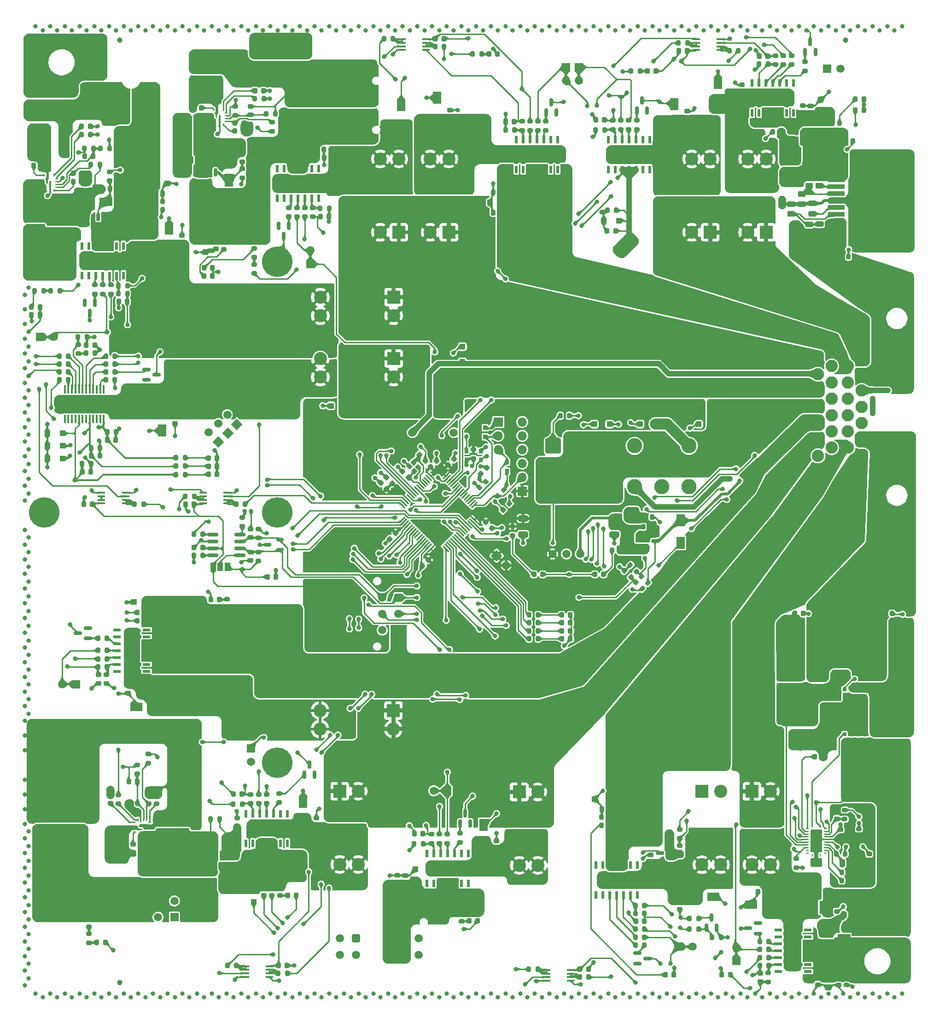
<source format=gbr>
%TF.GenerationSoftware,KiCad,Pcbnew,8.0.5*%
%TF.CreationDate,2025-02-10T13:32:09+01:00*%
%TF.ProjectId,FT25_PDU,46543235-5f50-4445-952e-6b696361645f,V1.2*%
%TF.SameCoordinates,Original*%
%TF.FileFunction,Copper,L1,Top*%
%TF.FilePolarity,Positive*%
%FSLAX46Y46*%
G04 Gerber Fmt 4.6, Leading zero omitted, Abs format (unit mm)*
G04 Created by KiCad (PCBNEW 8.0.5) date 2025-02-10 13:32:09*
%MOMM*%
%LPD*%
G01*
G04 APERTURE LIST*
G04 Aperture macros list*
%AMRoundRect*
0 Rectangle with rounded corners*
0 $1 Rounding radius*
0 $2 $3 $4 $5 $6 $7 $8 $9 X,Y pos of 4 corners*
0 Add a 4 corners polygon primitive as box body*
4,1,4,$2,$3,$4,$5,$6,$7,$8,$9,$2,$3,0*
0 Add four circle primitives for the rounded corners*
1,1,$1+$1,$2,$3*
1,1,$1+$1,$4,$5*
1,1,$1+$1,$6,$7*
1,1,$1+$1,$8,$9*
0 Add four rect primitives between the rounded corners*
20,1,$1+$1,$2,$3,$4,$5,0*
20,1,$1+$1,$4,$5,$6,$7,0*
20,1,$1+$1,$6,$7,$8,$9,0*
20,1,$1+$1,$8,$9,$2,$3,0*%
%AMRotRect*
0 Rectangle, with rotation*
0 The origin of the aperture is its center*
0 $1 length*
0 $2 width*
0 $3 Rotation angle, in degrees counterclockwise*
0 Add horizontal line*
21,1,$1,$2,0,0,$3*%
G04 Aperture macros list end*
%TA.AperFunction,ComponentPad*%
%ADD10R,1.500000X1.500000*%
%TD*%
%TA.AperFunction,ComponentPad*%
%ADD11C,1.500000*%
%TD*%
%TA.AperFunction,SMDPad,CuDef*%
%ADD12RoundRect,0.200000X0.275000X-0.200000X0.275000X0.200000X-0.275000X0.200000X-0.275000X-0.200000X0*%
%TD*%
%TA.AperFunction,SMDPad,CuDef*%
%ADD13RoundRect,0.200000X-0.275000X0.200000X-0.275000X-0.200000X0.275000X-0.200000X0.275000X0.200000X0*%
%TD*%
%TA.AperFunction,SMDPad,CuDef*%
%ADD14RoundRect,0.250000X1.100000X-0.325000X1.100000X0.325000X-1.100000X0.325000X-1.100000X-0.325000X0*%
%TD*%
%TA.AperFunction,SMDPad,CuDef*%
%ADD15R,0.507200X1.456100*%
%TD*%
%TA.AperFunction,SMDPad,CuDef*%
%ADD16R,6.502400X2.743200*%
%TD*%
%TA.AperFunction,SMDPad,CuDef*%
%ADD17R,1.550000X2.200000*%
%TD*%
%TA.AperFunction,SMDPad,CuDef*%
%ADD18RoundRect,0.200000X-0.200000X-0.275000X0.200000X-0.275000X0.200000X0.275000X-0.200000X0.275000X0*%
%TD*%
%TA.AperFunction,SMDPad,CuDef*%
%ADD19RoundRect,0.150000X-0.150000X0.587500X-0.150000X-0.587500X0.150000X-0.587500X0.150000X0.587500X0*%
%TD*%
%TA.AperFunction,SMDPad,CuDef*%
%ADD20RoundRect,0.150000X0.150000X-0.587500X0.150000X0.587500X-0.150000X0.587500X-0.150000X-0.587500X0*%
%TD*%
%TA.AperFunction,SMDPad,CuDef*%
%ADD21RoundRect,0.250000X0.325000X1.100000X-0.325000X1.100000X-0.325000X-1.100000X0.325000X-1.100000X0*%
%TD*%
%TA.AperFunction,SMDPad,CuDef*%
%ADD22RoundRect,0.218750X0.218750X0.256250X-0.218750X0.256250X-0.218750X-0.256250X0.218750X-0.256250X0*%
%TD*%
%TA.AperFunction,SMDPad,CuDef*%
%ADD23R,0.800000X0.860000*%
%TD*%
%TA.AperFunction,SMDPad,CuDef*%
%ADD24RoundRect,0.250000X0.300000X0.300000X-0.300000X0.300000X-0.300000X-0.300000X0.300000X-0.300000X0*%
%TD*%
%TA.AperFunction,ComponentPad*%
%ADD25C,5.600000*%
%TD*%
%TA.AperFunction,ComponentPad*%
%ADD26R,2.400000X2.400000*%
%TD*%
%TA.AperFunction,ComponentPad*%
%ADD27C,2.400000*%
%TD*%
%TA.AperFunction,SMDPad,CuDef*%
%ADD28RoundRect,0.225000X-0.250000X0.225000X-0.250000X-0.225000X0.250000X-0.225000X0.250000X0.225000X0*%
%TD*%
%TA.AperFunction,SMDPad,CuDef*%
%ADD29RoundRect,0.250000X-0.300000X0.300000X-0.300000X-0.300000X0.300000X-0.300000X0.300000X0.300000X0*%
%TD*%
%TA.AperFunction,SMDPad,CuDef*%
%ADD30RoundRect,0.225000X0.225000X0.250000X-0.225000X0.250000X-0.225000X-0.250000X0.225000X-0.250000X0*%
%TD*%
%TA.AperFunction,SMDPad,CuDef*%
%ADD31R,1.550000X2.350000*%
%TD*%
%TA.AperFunction,SMDPad,CuDef*%
%ADD32RoundRect,0.250000X-0.650000X0.325000X-0.650000X-0.325000X0.650000X-0.325000X0.650000X0.325000X0*%
%TD*%
%TA.AperFunction,SMDPad,CuDef*%
%ADD33RoundRect,0.225000X0.250000X-0.225000X0.250000X0.225000X-0.250000X0.225000X-0.250000X-0.225000X0*%
%TD*%
%TA.AperFunction,SMDPad,CuDef*%
%ADD34RoundRect,0.225000X-0.225000X-0.250000X0.225000X-0.250000X0.225000X0.250000X-0.225000X0.250000X0*%
%TD*%
%TA.AperFunction,SMDPad,CuDef*%
%ADD35RoundRect,0.200000X0.200000X0.275000X-0.200000X0.275000X-0.200000X-0.275000X0.200000X-0.275000X0*%
%TD*%
%TA.AperFunction,ComponentPad*%
%ADD36RoundRect,0.250001X0.499999X-0.499999X0.499999X0.499999X-0.499999X0.499999X-0.499999X-0.499999X0*%
%TD*%
%TA.AperFunction,SMDPad,CuDef*%
%ADD37R,2.200000X1.550000*%
%TD*%
%TA.AperFunction,SMDPad,CuDef*%
%ADD38RoundRect,0.250000X-0.450000X0.262500X-0.450000X-0.262500X0.450000X-0.262500X0.450000X0.262500X0*%
%TD*%
%TA.AperFunction,SMDPad,CuDef*%
%ADD39RoundRect,0.150000X0.587500X0.150000X-0.587500X0.150000X-0.587500X-0.150000X0.587500X-0.150000X0*%
%TD*%
%TA.AperFunction,SMDPad,CuDef*%
%ADD40R,2.350000X1.550000*%
%TD*%
%TA.AperFunction,ComponentPad*%
%ADD41RotRect,1.500000X1.500000X135.000000*%
%TD*%
%TA.AperFunction,SMDPad,CuDef*%
%ADD42RoundRect,0.150000X0.512500X0.150000X-0.512500X0.150000X-0.512500X-0.150000X0.512500X-0.150000X0*%
%TD*%
%TA.AperFunction,SMDPad,CuDef*%
%ADD43RoundRect,0.250000X-0.475000X0.250000X-0.475000X-0.250000X0.475000X-0.250000X0.475000X0.250000X0*%
%TD*%
%TA.AperFunction,SMDPad,CuDef*%
%ADD44RotRect,0.800000X0.860000X315.000000*%
%TD*%
%TA.AperFunction,SMDPad,CuDef*%
%ADD45RoundRect,0.225000X0.017678X-0.335876X0.335876X-0.017678X-0.017678X0.335876X-0.335876X0.017678X0*%
%TD*%
%TA.AperFunction,ComponentPad*%
%ADD46R,1.520000X1.520000*%
%TD*%
%TA.AperFunction,ComponentPad*%
%ADD47C,1.520000*%
%TD*%
%TA.AperFunction,SMDPad,CuDef*%
%ADD48RoundRect,0.250000X0.450000X-0.262500X0.450000X0.262500X-0.450000X0.262500X-0.450000X-0.262500X0*%
%TD*%
%TA.AperFunction,SMDPad,CuDef*%
%ADD49RoundRect,0.250000X-0.650000X-2.450000X0.650000X-2.450000X0.650000X2.450000X-0.650000X2.450000X0*%
%TD*%
%TA.AperFunction,SMDPad,CuDef*%
%ADD50RoundRect,0.250000X0.650000X-0.325000X0.650000X0.325000X-0.650000X0.325000X-0.650000X-0.325000X0*%
%TD*%
%TA.AperFunction,SMDPad,CuDef*%
%ADD51RoundRect,0.250000X0.300000X-0.300000X0.300000X0.300000X-0.300000X0.300000X-0.300000X-0.300000X0*%
%TD*%
%TA.AperFunction,SMDPad,CuDef*%
%ADD52RoundRect,0.150000X-0.587500X-0.150000X0.587500X-0.150000X0.587500X0.150000X-0.587500X0.150000X0*%
%TD*%
%TA.AperFunction,SMDPad,CuDef*%
%ADD53R,1.456100X0.507200*%
%TD*%
%TA.AperFunction,SMDPad,CuDef*%
%ADD54R,2.743200X6.502400*%
%TD*%
%TA.AperFunction,SMDPad,CuDef*%
%ADD55RoundRect,0.250000X-0.325000X-0.650000X0.325000X-0.650000X0.325000X0.650000X-0.325000X0.650000X0*%
%TD*%
%TA.AperFunction,SMDPad,CuDef*%
%ADD56R,1.000000X1.500000*%
%TD*%
%TA.AperFunction,SMDPad,CuDef*%
%ADD57R,0.600000X0.250000*%
%TD*%
%TA.AperFunction,SMDPad,CuDef*%
%ADD58R,0.250000X0.600000*%
%TD*%
%TA.AperFunction,SMDPad,CuDef*%
%ADD59R,0.250000X1.700000*%
%TD*%
%TA.AperFunction,SMDPad,CuDef*%
%ADD60R,0.400000X2.100000*%
%TD*%
%TA.AperFunction,SMDPad,CuDef*%
%ADD61RoundRect,0.200000X0.335876X0.053033X0.053033X0.335876X-0.335876X-0.053033X-0.053033X-0.335876X0*%
%TD*%
%TA.AperFunction,ComponentPad*%
%ADD62C,2.250000*%
%TD*%
%TA.AperFunction,SMDPad,CuDef*%
%ADD63RoundRect,0.250000X0.250000X0.475000X-0.250000X0.475000X-0.250000X-0.475000X0.250000X-0.475000X0*%
%TD*%
%TA.AperFunction,SMDPad,CuDef*%
%ADD64R,1.475000X0.450000*%
%TD*%
%TA.AperFunction,ComponentPad*%
%ADD65RotRect,1.500000X1.500000X315.000000*%
%TD*%
%TA.AperFunction,SMDPad,CuDef*%
%ADD66RoundRect,0.218750X-0.218750X-0.256250X0.218750X-0.256250X0.218750X0.256250X-0.218750X0.256250X0*%
%TD*%
%TA.AperFunction,SMDPad,CuDef*%
%ADD67RoundRect,0.225000X-0.017678X0.335876X-0.335876X0.017678X0.017678X-0.335876X0.335876X-0.017678X0*%
%TD*%
%TA.AperFunction,SMDPad,CuDef*%
%ADD68RoundRect,0.075000X-0.548008X0.441942X0.441942X-0.548008X0.548008X-0.441942X-0.441942X0.548008X0*%
%TD*%
%TA.AperFunction,SMDPad,CuDef*%
%ADD69RoundRect,0.075000X-0.548008X-0.441942X-0.441942X-0.548008X0.548008X0.441942X0.441942X0.548008X0*%
%TD*%
%TA.AperFunction,SMDPad,CuDef*%
%ADD70R,1.450000X5.500000*%
%TD*%
%TA.AperFunction,SMDPad,CuDef*%
%ADD71R,0.381000X1.016000*%
%TD*%
%TA.AperFunction,SMDPad,CuDef*%
%ADD72R,2.360000X1.522000*%
%TD*%
%TA.AperFunction,SMDPad,CuDef*%
%ADD73R,1.701800X0.611400*%
%TD*%
%TA.AperFunction,SMDPad,CuDef*%
%ADD74RoundRect,0.250000X-1.100000X0.325000X-1.100000X-0.325000X1.100000X-0.325000X1.100000X0.325000X0*%
%TD*%
%TA.AperFunction,SMDPad,CuDef*%
%ADD75RoundRect,0.225000X-0.335876X-0.017678X-0.017678X-0.335876X0.335876X0.017678X0.017678X0.335876X0*%
%TD*%
%TA.AperFunction,ComponentPad*%
%ADD76R,1.700000X1.700000*%
%TD*%
%TA.AperFunction,ComponentPad*%
%ADD77O,1.700000X1.700000*%
%TD*%
%TA.AperFunction,SMDPad,CuDef*%
%ADD78R,0.675000X0.750000*%
%TD*%
%TA.AperFunction,SMDPad,CuDef*%
%ADD79R,0.675000X0.655000*%
%TD*%
%TA.AperFunction,SMDPad,CuDef*%
%ADD80R,0.655000X0.675000*%
%TD*%
%TA.AperFunction,SMDPad,CuDef*%
%ADD81R,4.510000X4.295000*%
%TD*%
%TA.AperFunction,SMDPad,CuDef*%
%ADD82RoundRect,0.250000X1.425000X-0.362500X1.425000X0.362500X-1.425000X0.362500X-1.425000X-0.362500X0*%
%TD*%
%TA.AperFunction,SMDPad,CuDef*%
%ADD83C,1.000000*%
%TD*%
%TA.AperFunction,SMDPad,CuDef*%
%ADD84RotRect,0.875000X0.775000X135.000000*%
%TD*%
%TA.AperFunction,SMDPad,CuDef*%
%ADD85RoundRect,0.250000X0.475000X-0.250000X0.475000X0.250000X-0.475000X0.250000X-0.475000X-0.250000X0*%
%TD*%
%TA.AperFunction,SMDPad,CuDef*%
%ADD86RoundRect,0.225000X0.335876X0.017678X0.017678X0.335876X-0.335876X-0.017678X-0.017678X-0.335876X0*%
%TD*%
%TA.AperFunction,ComponentPad*%
%ADD87C,2.800000*%
%TD*%
%TA.AperFunction,ComponentPad*%
%ADD88RoundRect,0.250000X-1.150000X-1.150000X1.150000X-1.150000X1.150000X1.150000X-1.150000X1.150000X0*%
%TD*%
%TA.AperFunction,SMDPad,CuDef*%
%ADD89R,0.450000X1.525000*%
%TD*%
%TA.AperFunction,SMDPad,CuDef*%
%ADD90R,6.500000X2.870000*%
%TD*%
%TA.AperFunction,SMDPad,CuDef*%
%ADD91RoundRect,0.250000X0.312500X1.075000X-0.312500X1.075000X-0.312500X-1.075000X0.312500X-1.075000X0*%
%TD*%
%TA.AperFunction,SMDPad,CuDef*%
%ADD92R,2.300000X3.600000*%
%TD*%
%TA.AperFunction,SMDPad,CuDef*%
%ADD93R,3.060000X0.890000*%
%TD*%
%TA.AperFunction,SMDPad,CuDef*%
%ADD94R,8.540000X5.350000*%
%TD*%
%TA.AperFunction,ComponentPad*%
%ADD95RoundRect,0.250001X-0.499999X0.499999X-0.499999X-0.499999X0.499999X-0.499999X0.499999X0.499999X0*%
%TD*%
%TA.AperFunction,SMDPad,CuDef*%
%ADD96R,1.700000X0.250000*%
%TD*%
%TA.AperFunction,SMDPad,CuDef*%
%ADD97R,2.100000X0.400000*%
%TD*%
%TA.AperFunction,SMDPad,CuDef*%
%ADD98R,5.500000X1.450000*%
%TD*%
%TA.AperFunction,SMDPad,CuDef*%
%ADD99R,3.600000X2.300000*%
%TD*%
%TA.AperFunction,SMDPad,CuDef*%
%ADD100RoundRect,0.250000X-0.250000X-0.475000X0.250000X-0.475000X0.250000X0.475000X-0.250000X0.475000X0*%
%TD*%
%TA.AperFunction,SMDPad,CuDef*%
%ADD101R,2.100000X4.100000*%
%TD*%
%TA.AperFunction,SMDPad,CuDef*%
%ADD102RoundRect,0.150000X-0.825000X-0.150000X0.825000X-0.150000X0.825000X0.150000X-0.825000X0.150000X0*%
%TD*%
%TA.AperFunction,SMDPad,CuDef*%
%ADD103RoundRect,0.250000X-0.300000X-0.300000X0.300000X-0.300000X0.300000X0.300000X-0.300000X0.300000X0*%
%TD*%
%TA.AperFunction,SMDPad,CuDef*%
%ADD104RoundRect,0.250000X0.650000X2.450000X-0.650000X2.450000X-0.650000X-2.450000X0.650000X-2.450000X0*%
%TD*%
%TA.AperFunction,SMDPad,CuDef*%
%ADD105RoundRect,0.200000X-0.053033X0.335876X-0.335876X0.053033X0.053033X-0.335876X0.335876X-0.053033X0*%
%TD*%
%TA.AperFunction,ViaPad*%
%ADD106C,0.800000*%
%TD*%
%TA.AperFunction,Conductor*%
%ADD107C,0.500000*%
%TD*%
%TA.AperFunction,Conductor*%
%ADD108C,0.250000*%
%TD*%
%TA.AperFunction,Conductor*%
%ADD109C,0.300000*%
%TD*%
%TA.AperFunction,Conductor*%
%ADD110C,1.000000*%
%TD*%
%TA.AperFunction,Conductor*%
%ADD111C,2.000000*%
%TD*%
G04 APERTURE END LIST*
D10*
%TO.P,TP2,1,1*%
%TO.N,/MCU/IN1*%
X165320000Y-98460000D03*
D11*
X165320000Y-95960000D03*
%TD*%
D12*
%TO.P,R38,1*%
%TO.N,Net-(D16-A)*%
X161375000Y-89780000D03*
%TO.P,R38,2*%
%TO.N,Net-(IC2-GND)*%
X161375000Y-88130000D03*
%TD*%
D13*
%TO.P,R75,1*%
%TO.N,Net-(IC7-DEN)*%
X128645000Y-102310000D03*
%TO.P,R75,2*%
%TO.N,+3V3*%
X128645000Y-103960000D03*
%TD*%
D14*
%TO.P,C87,1*%
%TO.N,/connectors/P_Out1*%
X162225000Y-62750000D03*
%TO.P,C87,2*%
%TO.N,GND*%
X162225000Y-59800000D03*
%TD*%
D15*
%TO.P,IC2,1,NC*%
%TO.N,unconnected-(IC2-NC-Pad1)*%
X159209000Y-86371749D03*
%TO.P,IC2,2,NC*%
%TO.N,unconnected-(IC2-NC-Pad2)*%
X160479000Y-86371749D03*
%TO.P,IC2,3,GND*%
%TO.N,Net-(IC2-GND)*%
X161749000Y-86371749D03*
%TO.P,IC2,4,IN*%
%TO.N,Net-(IC2-IN)*%
X163019000Y-86371749D03*
%TO.P,IC2,5,DEN*%
%TO.N,Net-(IC2-DEN)*%
X164289000Y-86371749D03*
%TO.P,IC2,6,IS*%
%TO.N,Net-(IC2-IS)*%
X165559000Y-86371749D03*
%TO.P,IC2,7,NC*%
%TO.N,unconnected-(IC2-NC-Pad7)*%
X166829000Y-86371749D03*
%TO.P,IC2,8,NC*%
%TO.N,unconnected-(IC2-NC-Pad8)*%
X166829000Y-80927849D03*
%TO.P,IC2,9,NC*%
%TO.N,unconnected-(IC2-NC-Pad9)*%
X165559000Y-80927849D03*
%TO.P,IC2,10,OUT*%
%TO.N,/connectors/P_Out2*%
X164289000Y-80927849D03*
%TO.P,IC2,11,OUT*%
X163019000Y-80927849D03*
%TO.P,IC2,12,OUT*%
X161749000Y-80927849D03*
%TO.P,IC2,13,NC*%
%TO.N,unconnected-(IC2-NC-Pad13)*%
X160479000Y-80927849D03*
%TO.P,IC2,14,NC*%
%TO.N,unconnected-(IC2-NC-Pad14)*%
X159209000Y-80927849D03*
D16*
%TO.P,IC2,EPAD,VS*%
%TO.N,Net-(D15-A2)*%
X163019000Y-83649799D03*
%TD*%
D17*
%TO.P,D35,1,A1*%
%TO.N,GND*%
X139345000Y-91945000D03*
%TO.P,D35,2,A2*%
%TO.N,Net-(D35-A2)*%
X139345000Y-96045000D03*
%TD*%
D18*
%TO.P,R171,1*%
%TO.N,Net-(IC18-MODE)*%
X121730000Y-83275000D03*
%TO.P,R171,2*%
%TO.N,GND*%
X123380000Y-83275000D03*
%TD*%
D19*
%TO.P,D36,1,A*%
%TO.N,Net-(D36-A)*%
X125700000Y-105597500D03*
%TO.P,D36,2,NC*%
%TO.N,unconnected-(D36-NC-Pad2)*%
X123800000Y-105597500D03*
%TO.P,D36,3,K*%
%TO.N,GND*%
X124750000Y-107472500D03*
%TD*%
D20*
%TO.P,D32,1,A*%
%TO.N,Net-(D32-A)*%
X164190000Y-192252498D03*
%TO.P,D32,2,NC*%
%TO.N,unconnected-(D32-NC-Pad2)*%
X166090000Y-192252498D03*
%TO.P,D32,3,K*%
%TO.N,GND*%
X165140000Y-190377498D03*
%TD*%
D12*
%TO.P,R132,1*%
%TO.N,Net-(IC12-EN)*%
X135615001Y-197600000D03*
%TO.P,R132,2*%
%TO.N,GND*%
X135615001Y-195950000D03*
%TD*%
D18*
%TO.P,R157,1*%
%TO.N,Net-(IC17-PG)*%
X155090000Y-68065000D03*
%TO.P,R157,2*%
%TO.N,+3V3*%
X156740000Y-68065000D03*
%TD*%
D21*
%TO.P,C81,1*%
%TO.N,Net-(D74-K)*%
X145160000Y-76725000D03*
%TO.P,C81,2*%
%TO.N,GND*%
X142210000Y-76725000D03*
%TD*%
D13*
%TO.P,R128,1*%
%TO.N,Net-(D63-K)*%
X135545001Y-188490000D03*
%TO.P,R128,2*%
%TO.N,Net-(IC12-EN)*%
X135545001Y-190140000D03*
%TD*%
D22*
%TO.P,D66,1,K*%
%TO.N,GND*%
X267082500Y-70155000D03*
%TO.P,D66,2,A*%
%TO.N,Net-(D66-A)*%
X265507500Y-70155000D03*
%TD*%
D18*
%TO.P,R172,1*%
%TO.N,Net-(IC18-FB)*%
X126760000Y-77225000D03*
%TO.P,R172,2*%
%TO.N,GND*%
X128410000Y-77225000D03*
%TD*%
D23*
%TO.P,D2,1,A1*%
%TO.N,GND*%
X193990000Y-132805000D03*
%TO.P,D2,2,A2*%
%TO.N,/MCU/NRST*%
X193990000Y-134445000D03*
%TD*%
D24*
%TO.P,D70,1,K*%
%TO.N,/RBR/SDC bypass*%
X220339999Y-127854999D03*
%TO.P,D70,2,A*%
%TO.N,GND*%
X217540001Y-127854999D03*
%TD*%
D10*
%TO.P,TP13,1,1*%
%TO.N,/connectors/P_Out5*%
X147190001Y-216990000D03*
D11*
X147190001Y-214490000D03*
%TD*%
D18*
%TO.P,R131,1*%
%TO.N,Net-(D63-K)*%
X146980000Y-200415000D03*
%TO.P,R131,2*%
%TO.N,Net-(D63-A)*%
X148630000Y-200415000D03*
%TD*%
D10*
%TO.P,TP14,1,1*%
%TO.N,/connectors/P_Out9*%
X261380000Y-99440000D03*
D11*
X258880000Y-99440000D03*
%TD*%
D25*
%TO.P,REF\u002A\u002A,1*%
%TO.N,GND*%
X116410000Y-144080000D03*
%TD*%
D13*
%TO.P,R92,1*%
%TO.N,/connectors/P_Out6*%
X254645000Y-207690000D03*
%TO.P,R92,2*%
%TO.N,Net-(IC9-FB)*%
X254645000Y-209340000D03*
%TD*%
D26*
%TO.P,H12,1,1*%
%TO.N,+24V*%
X180580000Y-180485000D03*
D27*
%TO.P,H12,2,2*%
X180580000Y-183885000D03*
%TO.P,H12,3,3*%
%TO.N,Net-(D39-A2)*%
X167110000Y-180485000D03*
%TO.P,H12,4,4*%
X167110000Y-183885000D03*
%TD*%
D18*
%TO.P,R139,1*%
%TO.N,Net-(D65-K)*%
X263380001Y-75855000D03*
%TO.P,R139,2*%
%TO.N,Net-(D65-A)*%
X265030001Y-75855000D03*
%TD*%
D28*
%TO.P,C37,1*%
%TO.N,/powerstages/P_Out5a*%
X156795000Y-212900001D03*
%TO.P,C37,2*%
%TO.N,GND*%
X156795000Y-214450001D03*
%TD*%
D18*
%TO.P,R20,1*%
%TO.N,GND*%
X119180477Y-118297452D03*
%TO.P,R20,2*%
%TO.N,Net-(IC14-IN3)*%
X120830477Y-118297452D03*
%TD*%
D14*
%TO.P,C67,1*%
%TO.N,Net-(D63-K)*%
X138414747Y-203538428D03*
%TO.P,C67,2*%
%TO.N,GND*%
X138414747Y-200588428D03*
%TD*%
D29*
%TO.P,D17,1,K*%
%TO.N,/connectors/P_Out2*%
X146065000Y-93480000D03*
%TO.P,D17,2,A*%
%TO.N,GND*%
X146065000Y-96280000D03*
%TD*%
D30*
%TO.P,C35,1*%
%TO.N,/powerstages/IS8*%
X185980000Y-203145000D03*
%TO.P,C35,2*%
%TO.N,GND*%
X184430000Y-203145000D03*
%TD*%
D18*
%TO.P,R111,1*%
%TO.N,Net-(IC10-DEN)*%
X225100000Y-220675000D03*
%TO.P,R111,2*%
%TO.N,+3V3*%
X226750000Y-220675000D03*
%TD*%
D12*
%TO.P,R151,1*%
%TO.N,/connectors/P_Out1*%
X154995000Y-100190000D03*
%TO.P,R151,2*%
%TO.N,Net-(R151-Pad2)*%
X154995000Y-98540000D03*
%TD*%
D18*
%TO.P,R31,1*%
%TO.N,Net-(D12-A)*%
X247950000Y-222935000D03*
%TO.P,R31,2*%
%TO.N,Net-(IC1-GND)*%
X249600000Y-222935000D03*
%TD*%
D22*
%TO.P,D7,1,K*%
%TO.N,GND*%
X213122500Y-167295000D03*
%TO.P,D7,2,A*%
%TO.N,Net-(D7-A)*%
X211547500Y-167295000D03*
%TD*%
D31*
%TO.P,D65,1,K*%
%TO.N,Net-(D65-K)*%
X254335000Y-82740000D03*
%TO.P,D65,2,A*%
%TO.N,Net-(D65-A)*%
X254335000Y-78440000D03*
%TD*%
D32*
%TO.P,C60,1*%
%TO.N,Net-(D56-K)*%
X221205000Y-145200000D03*
%TO.P,C60,2*%
%TO.N,GND*%
X221205000Y-148150000D03*
%TD*%
D12*
%TO.P,R55,1*%
%TO.N,Net-(IC4-IS)*%
X250845000Y-61809999D03*
%TO.P,R55,2*%
%TO.N,/powerstages/IS7*%
X250845000Y-60159999D03*
%TD*%
D30*
%TO.P,C59,1*%
%TO.N,+3V3*%
X125210000Y-142575000D03*
%TO.P,C59,2*%
%TO.N,GND*%
X123660000Y-142575000D03*
%TD*%
D18*
%TO.P,R28,1*%
%TO.N,Net-(U7B--)*%
X188233000Y-58485000D03*
%TO.P,R28,2*%
%TO.N,/MCU/ISENSE6*%
X189883000Y-58485000D03*
%TD*%
D33*
%TO.P,C36,1*%
%TO.N,Net-(D31-A2)*%
X166425000Y-201809999D03*
%TO.P,C36,2*%
%TO.N,GND*%
X166425000Y-200259999D03*
%TD*%
D13*
%TO.P,R117,1*%
%TO.N,+3V3*%
X202525000Y-146680000D03*
%TO.P,R117,2*%
%TO.N,Net-(D58-A)*%
X202525000Y-148330000D03*
%TD*%
D34*
%TO.P,C40,1*%
%TO.N,/connectors/P_Out4*%
X136560000Y-85505000D03*
%TO.P,C40,2*%
%TO.N,GND*%
X138110000Y-85505000D03*
%TD*%
D35*
%TO.P,R58,1*%
%TO.N,Net-(IC4-IS)*%
X249460001Y-61734999D03*
%TO.P,R58,2*%
%TO.N,GND*%
X247810001Y-61734999D03*
%TD*%
D15*
%TO.P,IC3,1,NC*%
%TO.N,unconnected-(IC3-NC-Pad1)*%
X227711000Y-75638250D03*
%TO.P,IC3,2,NC*%
%TO.N,unconnected-(IC3-NC-Pad2)*%
X226441000Y-75638250D03*
%TO.P,IC3,3,GND*%
%TO.N,Net-(IC3-GND)*%
X225171000Y-75638250D03*
%TO.P,IC3,4,IN*%
%TO.N,Net-(IC3-IN)*%
X223901000Y-75638250D03*
%TO.P,IC3,5,DEN*%
%TO.N,Net-(IC3-DEN)*%
X222631000Y-75638250D03*
%TO.P,IC3,6,IS*%
%TO.N,Net-(IC3-IS)*%
X221361000Y-75638250D03*
%TO.P,IC3,7,NC*%
%TO.N,unconnected-(IC3-NC-Pad7)*%
X220091000Y-75638250D03*
%TO.P,IC3,8,NC*%
%TO.N,unconnected-(IC3-NC-Pad8)*%
X220091000Y-81082150D03*
%TO.P,IC3,9,NC*%
%TO.N,unconnected-(IC3-NC-Pad9)*%
X221361000Y-81082150D03*
%TO.P,IC3,10,OUT*%
%TO.N,/RBR/RES*%
X222631000Y-81082150D03*
%TO.P,IC3,11,OUT*%
X223901000Y-81082150D03*
%TO.P,IC3,12,OUT*%
X225171000Y-81082150D03*
%TO.P,IC3,13,NC*%
%TO.N,unconnected-(IC3-NC-Pad13)*%
X226441000Y-81082150D03*
%TO.P,IC3,14,NC*%
%TO.N,unconnected-(IC3-NC-Pad14)*%
X227711000Y-81082150D03*
D16*
%TO.P,IC3,EPAD,VS*%
%TO.N,Net-(D19-A2)*%
X223901000Y-78360200D03*
%TD*%
D17*
%TO.P,D15,1,A1*%
%TO.N,GND*%
X182037559Y-69250000D03*
%TO.P,D15,2,A2*%
%TO.N,Net-(D15-A2)*%
X182037559Y-73350000D03*
%TD*%
D13*
%TO.P,R129,1*%
%TO.N,/connectors/P_Out5*%
X133455000Y-190480000D03*
%TO.P,R129,2*%
%TO.N,Net-(IC12-FB)*%
X133455000Y-192130000D03*
%TD*%
D35*
%TO.P,R34,1*%
%TO.N,Net-(IC1-IS)*%
X249600000Y-227315000D03*
%TO.P,R34,2*%
%TO.N,/powerstages/IS4*%
X247950000Y-227315000D03*
%TD*%
D25*
%TO.P,REF\u002A\u002A,1*%
%TO.N,GND*%
X116410000Y-190080000D03*
%TD*%
D18*
%TO.P,R142,1*%
%TO.N,/connectors/P_Out14*%
X123350000Y-135165000D03*
%TO.P,R142,2*%
%TO.N,GND*%
X125000000Y-135165000D03*
%TD*%
%TO.P,R159,1*%
%TO.N,Net-(IC17-EN)*%
X151470000Y-72545000D03*
%TO.P,R159,2*%
%TO.N,GND*%
X153120000Y-72545000D03*
%TD*%
D36*
%TO.P,J5,1,Pin_1*%
%TO.N,/connectors/P_Out2*%
X173505000Y-70795000D03*
D11*
%TO.P,J5,2,Pin_2*%
%TO.N,/connectors/P_Out1*%
X173505000Y-67795000D03*
%TO.P,J5,3,Pin_3*%
%TO.N,/connectors/P_Out2*%
X176505000Y-70795000D03*
%TO.P,J5,4,Pin_4*%
%TO.N,/connectors/P_Out1*%
X176505000Y-67795000D03*
%TD*%
D35*
%TO.P,R50,1*%
%TO.N,/RBR/RES*%
X221580000Y-88595000D03*
%TO.P,R50,2*%
%TO.N,GND*%
X219930000Y-88595000D03*
%TD*%
D37*
%TO.P,D11,1,A1*%
%TO.N,GND*%
X246345000Y-216165000D03*
%TO.P,D11,2,A2*%
%TO.N,Net-(D11-A2)*%
X250445000Y-216165000D03*
%TD*%
D38*
%TO.P,R135,1*%
%TO.N,Net-(D65-K)*%
X258905000Y-82229354D03*
%TO.P,R135,2*%
%TO.N,Net-(IC13-RON)*%
X258905000Y-84054354D03*
%TD*%
D23*
%TO.P,D6,1,A1*%
%TO.N,GND*%
X201440000Y-136515000D03*
%TO.P,D6,2,A2*%
%TO.N,/MCU/UART_TX*%
X201440000Y-134875000D03*
%TD*%
D35*
%TO.P,R94,1*%
%TO.N,GND*%
X264690000Y-211725000D03*
%TO.P,R94,2*%
%TO.N,Net-(IC9-CNFG)*%
X263040000Y-211725000D03*
%TD*%
D18*
%TO.P,R80,1*%
%TO.N,Net-(D40-A)*%
X126280000Y-167245000D03*
%TO.P,R80,2*%
%TO.N,Net-(IC8-GND)*%
X127930000Y-167245000D03*
%TD*%
%TO.P,R124,1*%
%TO.N,/connectors/P_Out8*%
X195170001Y-59895000D03*
%TO.P,R124,2*%
%TO.N,Net-(D62-A)*%
X196820001Y-59895000D03*
%TD*%
D34*
%TO.P,C58,1*%
%TO.N,/powerstages/IS11*%
X124113529Y-113339864D03*
%TO.P,C58,2*%
%TO.N,GND*%
X125663529Y-113339864D03*
%TD*%
D12*
%TO.P,R3,1*%
%TO.N,Net-(U1-Rs)*%
X152815001Y-146670000D03*
%TO.P,R3,2*%
%TO.N,GND*%
X152815001Y-145020000D03*
%TD*%
D35*
%TO.P,R22,1*%
%TO.N,Net-(U4B--)*%
X143967000Y-141115000D03*
%TO.P,R22,2*%
%TO.N,/MCU/ISENSE9*%
X142317000Y-141115000D03*
%TD*%
%TO.P,R91,1*%
%TO.N,GND*%
X264690000Y-210265000D03*
%TO.P,R91,2*%
%TO.N,Net-(IC9-RT)*%
X263040000Y-210265000D03*
%TD*%
D10*
%TO.P,TP12,1,1*%
%TO.N,/MCU/IN6*%
X212339141Y-62292342D03*
D11*
X212339141Y-64792342D03*
%TD*%
D13*
%TO.P,R40,1*%
%TO.N,Net-(IC2-DEN)*%
X164295000Y-88130000D03*
%TO.P,R40,2*%
%TO.N,+3V3*%
X164295000Y-89780000D03*
%TD*%
D39*
%TO.P,D12,1,A*%
%TO.N,Net-(D12-A)*%
X247652500Y-221450000D03*
%TO.P,D12,2,NC*%
%TO.N,unconnected-(D12-NC-Pad2)*%
X247652500Y-219550000D03*
%TO.P,D12,3,K*%
%TO.N,GND*%
X245777500Y-220500000D03*
%TD*%
D24*
%TO.P,D77,1,K*%
%TO.N,/EBSR/EBS power*%
X171929999Y-124525000D03*
%TO.P,D77,2,A*%
%TO.N,GND*%
X169130001Y-124525000D03*
%TD*%
D40*
%TO.P,D63,1,K*%
%TO.N,Net-(D63-K)*%
X146840000Y-204365000D03*
%TO.P,D63,2,A*%
%TO.N,Net-(D63-A)*%
X151140000Y-204365000D03*
%TD*%
D12*
%TO.P,R133,1*%
%TO.N,Net-(IC12-MODE)*%
X137075000Y-197600000D03*
%TO.P,R133,2*%
%TO.N,GND*%
X137075000Y-195950000D03*
%TD*%
D13*
%TO.P,R120,1*%
%TO.N,Net-(D60-A)*%
X208614140Y-72222341D03*
%TO.P,R120,2*%
%TO.N,Net-(IC11-GND)*%
X208614140Y-73872341D03*
%TD*%
D12*
%TO.P,R67,1*%
%TO.N,Net-(IC6-IN)*%
X157265000Y-197550000D03*
%TO.P,R67,2*%
%TO.N,/MCU/IN3*%
X157265000Y-195900000D03*
%TD*%
D24*
%TO.P,D48,1,K*%
%TO.N,/connectors/P_Out13*%
X119750000Y-131855000D03*
%TO.P,D48,2,A*%
%TO.N,GND*%
X116950000Y-131855000D03*
%TD*%
D18*
%TO.P,R16,1*%
%TO.N,/MCU/STATUS_LED3*%
X205530000Y-164375000D03*
%TO.P,R16,2*%
%TO.N,Net-(D9-A)*%
X207180000Y-164375000D03*
%TD*%
D13*
%TO.P,R39,1*%
%TO.N,Net-(IC2-IN)*%
X162835000Y-88130000D03*
%TO.P,R39,2*%
%TO.N,/MCU/IN1*%
X162835000Y-89780000D03*
%TD*%
D18*
%TO.P,R14,1*%
%TO.N,/MCU/STATUS_LED1*%
X205530000Y-167295000D03*
%TO.P,R14,2*%
%TO.N,Net-(D7-A)*%
X207180000Y-167295000D03*
%TD*%
D40*
%TO.P,D72,1,K*%
%TO.N,Net-(D72-K)*%
X123429999Y-87035000D03*
%TO.P,D72,2,A*%
%TO.N,Net-(D72-A)*%
X127730001Y-87035000D03*
%TD*%
D34*
%TO.P,C70,1*%
%TO.N,/connectors/P_Out5*%
X131930000Y-193525000D03*
%TO.P,C70,2*%
%TO.N,Net-(IC12-FB)*%
X133480000Y-193525000D03*
%TD*%
D17*
%TO.P,D27,1,A1*%
%TO.N,GND*%
X197145000Y-201465001D03*
%TO.P,D27,2,A2*%
%TO.N,Net-(D27-A2)*%
X197145000Y-205565001D03*
%TD*%
D13*
%TO.P,R35,1*%
%TO.N,/powerstages/P_Out6a*%
X263865000Y-229250000D03*
%TO.P,R35,2*%
%TO.N,Net-(D14-A)*%
X263865000Y-230900000D03*
%TD*%
D30*
%TO.P,C57,1*%
%TO.N,/powerstages/IS5*%
X226700000Y-219215000D03*
%TO.P,C57,2*%
%TO.N,GND*%
X225150000Y-219215000D03*
%TD*%
%TO.P,C79,1*%
%TO.N,Net-(IC17-BOOT)*%
X145280000Y-69785000D03*
%TO.P,C79,2*%
%TO.N,Net-(IC17-SW)*%
X143730000Y-69785000D03*
%TD*%
D19*
%TO.P,D16,1,A*%
%TO.N,Net-(D16-A)*%
X161350000Y-91417499D03*
%TO.P,D16,2,NC*%
%TO.N,unconnected-(D16-NC-Pad2)*%
X159450000Y-91417499D03*
%TO.P,D16,3,K*%
%TO.N,GND*%
X160400000Y-93292499D03*
%TD*%
D11*
%TO.P,K2,13*%
%TO.N,EBS supply*%
X189130000Y-124340000D03*
%TO.P,K2,14*%
%TO.N,/EBSR/EBS power*%
X184050000Y-124340000D03*
%TO.P,K2,A1*%
%TO.N,GND*%
X191670000Y-129420000D03*
%TO.P,K2,A2*%
%TO.N,TSMS SDC*%
X184050000Y-129420000D03*
%TD*%
D20*
%TO.P,Q4,1,D*%
%TO.N,/powerstages/P_Out9a*%
X254745000Y-74062499D03*
%TO.P,Q4,2,G*%
%TO.N,Net-(D65-A)*%
X253795000Y-75937500D03*
%TO.P,Q4,3,S*%
%TO.N,Net-(D65-K)*%
X255695000Y-75937500D03*
%TD*%
D41*
%TO.P,TP17,1,1*%
%TO.N,/MCU/IN12*%
X151820000Y-127900000D03*
D11*
X150052233Y-126132233D03*
%TD*%
D26*
%TO.P,H15,1,1*%
%TO.N,/EBSR/EBS power*%
X180629999Y-115825000D03*
D27*
%TO.P,H15,2,2*%
X180629999Y-119225000D03*
%TO.P,H15,3,3*%
%TO.N,Net-(D45-A2)*%
X167159999Y-115825000D03*
%TO.P,H15,4,4*%
X167159999Y-119225000D03*
%TD*%
D42*
%TO.P,D1,1,A1*%
%TO.N,stdCAN_L*%
X159722500Y-150999999D03*
%TO.P,D1,2,A2*%
%TO.N,stdCAN_H*%
X159722500Y-149100001D03*
%TO.P,D1,3,common*%
%TO.N,GND*%
X157447500Y-150050000D03*
%TD*%
D18*
%TO.P,R49,1*%
%TO.N,/RBR/RES*%
X224280000Y-62985000D03*
%TO.P,R49,2*%
%TO.N,Net-(D22-A)*%
X225930000Y-62985000D03*
%TD*%
D34*
%TO.P,C45,1*%
%TO.N,Net-(IC9-CBOOT)*%
X258040000Y-188985000D03*
%TO.P,C45,2*%
%TO.N,Net-(IC9-SW)*%
X259590000Y-188985000D03*
%TD*%
D24*
%TO.P,D49,1,K*%
%TO.N,/connectors/P_Out12*%
X119750000Y-134155000D03*
%TO.P,D49,2,A*%
%TO.N,GND*%
X116950000Y-134155000D03*
%TD*%
D22*
%TO.P,D54,1,K*%
%TO.N,GND*%
X232142500Y-228995000D03*
%TO.P,D54,2,A*%
%TO.N,Net-(D54-A)*%
X230567500Y-228995000D03*
%TD*%
D28*
%TO.P,C46,1*%
%TO.N,GND*%
X262115000Y-198820000D03*
%TO.P,C46,2*%
%TO.N,Net-(IC9-VCC)*%
X262115000Y-200370000D03*
%TD*%
D34*
%TO.P,C95,1*%
%TO.N,/connectors/P_Out3*%
X123850000Y-78685000D03*
%TO.P,C95,2*%
%TO.N,Net-(IC18-FB)*%
X125400000Y-78685000D03*
%TD*%
D10*
%TO.P,TP4,1,1*%
%TO.N,/MCU/IN7*%
X260299999Y-62600000D03*
D11*
X262799999Y-62600000D03*
%TD*%
D24*
%TO.P,D47,1,K*%
%TO.N,/connectors/P_Out14*%
X119750000Y-129555000D03*
%TO.P,D47,2,A*%
%TO.N,GND*%
X116950000Y-129555000D03*
%TD*%
D35*
%TO.P,R83,1*%
%TO.N,Net-(IC8-IS)*%
X127910000Y-172475000D03*
%TO.P,R83,2*%
%TO.N,/powerstages/IS9*%
X126260000Y-172475000D03*
%TD*%
D12*
%TO.P,R152,1*%
%TO.N,Net-(D74-K)*%
X158275000Y-74080000D03*
%TO.P,R152,2*%
%TO.N,Net-(IC17-EN)*%
X158275000Y-72430000D03*
%TD*%
D43*
%TO.P,C94,1*%
%TO.N,Net-(D72-K)*%
X115465000Y-89995000D03*
%TO.P,C94,2*%
%TO.N,GND*%
X115465000Y-91895000D03*
%TD*%
D35*
%TO.P,R145,1*%
%TO.N,Net-(D46-A)*%
X129370000Y-118294999D03*
%TO.P,R145,2*%
%TO.N,Net-(IC14-GND)*%
X127720000Y-118294999D03*
%TD*%
D12*
%TO.P,R170,1*%
%TO.N,Net-(D72-A)*%
X128414999Y-83170000D03*
%TO.P,R170,2*%
%TO.N,GND*%
X128414999Y-81520000D03*
%TD*%
D13*
%TO.P,R41,1*%
%TO.N,Net-(IC2-IS)*%
X165755000Y-88130000D03*
%TO.P,R41,2*%
%TO.N,/powerstages/IS1*%
X165755000Y-89780000D03*
%TD*%
D44*
%TO.P,D4,1,A1*%
%TO.N,GND*%
X201931353Y-142505926D03*
%TO.P,D4,2,A2*%
%TO.N,/MCU/SWDIO*%
X200771697Y-143665582D03*
%TD*%
D45*
%TO.P,C6,1*%
%TO.N,GND*%
X179932703Y-148977800D03*
%TO.P,C6,2*%
%TO.N,+3V3*%
X181028719Y-147881784D03*
%TD*%
D35*
%TO.P,R116,1*%
%TO.N,Net-(D56-K)*%
X222430000Y-151015000D03*
%TO.P,R116,2*%
%TO.N,Net-(D57-A)*%
X220780000Y-151015000D03*
%TD*%
D15*
%TO.P,IC6,1,NC*%
%TO.N,unconnected-(IC6-NC-Pad1)*%
X161111000Y-199448250D03*
%TO.P,IC6,2,NC*%
%TO.N,unconnected-(IC6-NC-Pad2)*%
X159841000Y-199448250D03*
%TO.P,IC6,3,GND*%
%TO.N,Net-(IC6-GND)*%
X158571000Y-199448250D03*
%TO.P,IC6,4,IN*%
%TO.N,Net-(IC6-IN)*%
X157301000Y-199448250D03*
%TO.P,IC6,5,DEN*%
%TO.N,Net-(IC6-DEN)*%
X156031000Y-199448250D03*
%TO.P,IC6,6,IS*%
%TO.N,Net-(IC6-IS)*%
X154761000Y-199448250D03*
%TO.P,IC6,7,NC*%
%TO.N,unconnected-(IC6-NC-Pad7)*%
X153491000Y-199448250D03*
%TO.P,IC6,8,NC*%
%TO.N,unconnected-(IC6-NC-Pad8)*%
X153491000Y-204892150D03*
%TO.P,IC6,9,NC*%
%TO.N,unconnected-(IC6-NC-Pad9)*%
X154761000Y-204892150D03*
%TO.P,IC6,10,OUT*%
%TO.N,/powerstages/P_Out5a*%
X156031000Y-204892150D03*
%TO.P,IC6,11,OUT*%
X157301000Y-204892150D03*
%TO.P,IC6,12,OUT*%
X158571000Y-204892150D03*
%TO.P,IC6,13,NC*%
%TO.N,unconnected-(IC6-NC-Pad13)*%
X159841000Y-204892150D03*
%TO.P,IC6,14,NC*%
%TO.N,unconnected-(IC6-NC-Pad14)*%
X161111000Y-204892150D03*
D16*
%TO.P,IC6,EPAD,VS*%
%TO.N,Net-(D31-A2)*%
X157301000Y-202170200D03*
%TD*%
D35*
%TO.P,R72,1*%
%TO.N,Net-(IC6-IS)*%
X152790000Y-197664999D03*
%TO.P,R72,2*%
%TO.N,GND*%
X151140000Y-197664999D03*
%TD*%
D28*
%TO.P,C44,1*%
%TO.N,/powerstages/IS9*%
X126365000Y-173930001D03*
%TO.P,C44,2*%
%TO.N,GND*%
X126365000Y-175480001D03*
%TD*%
D33*
%TO.P,C11,1*%
%TO.N,GND*%
X154334999Y-152940001D03*
%TO.P,C11,2*%
%TO.N,stdCAN_L*%
X154334999Y-151390001D03*
%TD*%
D35*
%TO.P,R113,1*%
%TO.N,/connectors/P_Out7*%
X220520000Y-200105000D03*
%TO.P,R113,2*%
%TO.N,GND*%
X218870000Y-200105000D03*
%TD*%
D39*
%TO.P,D40,1,A*%
%TO.N,Net-(D40-A)*%
X124442500Y-167240001D03*
%TO.P,D40,2,NC*%
%TO.N,unconnected-(D40-NC-Pad2)*%
X124442500Y-165340001D03*
%TO.P,D40,3,K*%
%TO.N,GND*%
X122567499Y-166290001D03*
%TD*%
D46*
%TO.P,J9,1,Pin_1*%
%TO.N,/connectors/P_Out3*%
X130879500Y-68825800D03*
D47*
%TO.P,J9,2,Pin_2*%
%TO.N,/connectors/P_Out4*%
X133879500Y-68825800D03*
%TO.P,J9,3,Pin_3*%
%TO.N,/connectors/P_Out3*%
X130879500Y-71825800D03*
%TO.P,J9,4,Pin_4*%
%TO.N,/connectors/P_Out4*%
X133879500Y-71825800D03*
%TD*%
D18*
%TO.P,R143,1*%
%TO.N,/connectors/P_Out13*%
X125000000Y-132235000D03*
%TO.P,R143,2*%
%TO.N,GND*%
X126650000Y-132235000D03*
%TD*%
%TO.P,R21,1*%
%TO.N,Net-(U4A--)*%
X151683000Y-142575000D03*
%TO.P,R21,2*%
%TO.N,/MCU/ISENSE2*%
X153333000Y-142575000D03*
%TD*%
D45*
%TO.P,C4,1*%
%TO.N,GND*%
X185942530Y-153892947D03*
%TO.P,C4,2*%
%TO.N,+3V3*%
X187038546Y-152796931D03*
%TD*%
D30*
%TO.P,C64,1*%
%TO.N,/powerstages/IS6*%
X202789140Y-72297341D03*
%TO.P,C64,2*%
%TO.N,GND*%
X201239140Y-72297341D03*
%TD*%
D35*
%TO.P,R168,1*%
%TO.N,Net-(R163-Pad2)*%
X116270000Y-103335000D03*
%TO.P,R168,2*%
%TO.N,Net-(D75-A)*%
X114620000Y-103335000D03*
%TD*%
D26*
%TO.P,H5,1,1*%
%TO.N,+24V*%
X246515000Y-195350000D03*
D27*
%TO.P,H5,2,2*%
X249915000Y-195350000D03*
%TO.P,H5,3,3*%
%TO.N,Net-(D11-A2)*%
X246515000Y-208820000D03*
%TO.P,H5,4,4*%
X249915000Y-208820000D03*
%TD*%
D31*
%TO.P,D43,1,K*%
%TO.N,Net-(D43-K)*%
X259695000Y-216660000D03*
%TO.P,D43,2,A*%
%TO.N,Net-(D43-A)*%
X259695000Y-220960000D03*
%TD*%
D33*
%TO.P,C39,1*%
%TO.N,Net-(D35-A2)*%
X141745000Y-94790000D03*
%TO.P,C39,2*%
%TO.N,GND*%
X141745000Y-93240000D03*
%TD*%
D48*
%TO.P,R141,1*%
%TO.N,Net-(IC13-FB)*%
X253745000Y-89254356D03*
%TO.P,R141,2*%
%TO.N,GND*%
X253745000Y-87429356D03*
%TD*%
D22*
%TO.P,D58,1,K*%
%TO.N,GND*%
X208012500Y-155475000D03*
%TO.P,D58,2,A*%
%TO.N,Net-(D58-A)*%
X206437500Y-155475000D03*
%TD*%
D18*
%TO.P,R173,1*%
%TO.N,Net-(R100-Pad1)*%
X124073528Y-114829864D03*
%TO.P,R173,2*%
%TO.N,GND*%
X125723528Y-114829864D03*
%TD*%
D49*
%TO.P,C52,1*%
%TO.N,/connectors/P_Out6*%
X268185832Y-172259609D03*
%TO.P,C52,2*%
%TO.N,GND*%
X273285832Y-172259609D03*
%TD*%
D14*
%TO.P,C90,1*%
%TO.N,/connectors/P_Out3*%
X117725000Y-69850000D03*
%TO.P,C90,2*%
%TO.N,GND*%
X117725000Y-66900000D03*
%TD*%
D18*
%TO.P,R97,1*%
%TO.N,/MCU/DSEL1*%
X119180477Y-119757452D03*
%TO.P,R97,2*%
%TO.N,Net-(IC14-DSEL1)*%
X120830477Y-119757452D03*
%TD*%
%TO.P,R79,1*%
%TO.N,Net-(IC7-IS)*%
X130040000Y-102415000D03*
%TO.P,R79,2*%
%TO.N,GND*%
X131690000Y-102415000D03*
%TD*%
%TO.P,R112,1*%
%TO.N,Net-(IC10-IS)*%
X225100000Y-217755000D03*
%TO.P,R112,2*%
%TO.N,/powerstages/IS5*%
X226750000Y-217755000D03*
%TD*%
D33*
%TO.P,C34,1*%
%TO.N,/connectors/P_Out10*%
X182785000Y-212360000D03*
%TO.P,C34,2*%
%TO.N,GND*%
X182785000Y-210810000D03*
%TD*%
D35*
%TO.P,R125,1*%
%TO.N,/connectors/P_Out8*%
X200580001Y-85285000D03*
%TO.P,R125,2*%
%TO.N,GND*%
X198930001Y-85285000D03*
%TD*%
D20*
%TO.P,Q6,1,G*%
%TO.N,Net-(Q6-G)*%
X238125000Y-220407500D03*
%TO.P,Q6,2,S*%
%TO.N,GND*%
X240025000Y-220407500D03*
%TO.P,Q6,3,D*%
%TO.N,Net-(Q6-D)*%
X239075000Y-218532500D03*
%TD*%
D14*
%TO.P,C91,1*%
%TO.N,/connectors/P_Out3*%
X120925000Y-69850000D03*
%TO.P,C91,2*%
%TO.N,GND*%
X120925000Y-66900000D03*
%TD*%
D50*
%TO.P,C98,1*%
%TO.N,/connectors/P_Out5*%
X118615000Y-202780001D03*
%TO.P,C98,2*%
%TO.N,GND*%
X118615000Y-199829999D03*
%TD*%
D18*
%TO.P,R108,1*%
%TO.N,Net-(Q6-G)*%
X239160000Y-222125000D03*
%TO.P,R108,2*%
%TO.N,GND*%
X240810000Y-222125000D03*
%TD*%
D46*
%TO.P,J11,1,Pin_1*%
%TO.N,/connectors/P_Out10*%
X140324000Y-218474200D03*
D47*
%TO.P,J11,2,Pin_2*%
%TO.N,GND*%
X137324000Y-218474200D03*
%TO.P,J11,3,Pin_3*%
X140324000Y-215474200D03*
%TO.P,J11,4,Pin_4*%
%TO.N,/connectors/P_Out5*%
X137324000Y-215474200D03*
%TD*%
D25*
%TO.P,REF\u002A\u002A,1*%
%TO.N,GND*%
X159210000Y-144080000D03*
%TD*%
D51*
%TO.P,D76,1,K*%
%TO.N,TSMS SDC*%
X193275000Y-116429999D03*
%TO.P,D76,2,A*%
%TO.N,GND*%
X193275000Y-113630001D03*
%TD*%
D10*
%TO.P,TP5,1,1*%
%TO.N,/MCU/IN8*%
X190500000Y-195230000D03*
D11*
X188000000Y-195230000D03*
%TD*%
D52*
%TO.P,D52,1,A*%
%TO.N,Net-(D52-A)*%
X225427500Y-225080000D03*
%TO.P,D52,2,NC*%
%TO.N,unconnected-(D52-NC-Pad2)*%
X225427500Y-226980000D03*
%TO.P,D52,3,K*%
%TO.N,GND*%
X227302500Y-226030000D03*
%TD*%
D12*
%TO.P,R123,1*%
%TO.N,Net-(IC11-IS)*%
X204234140Y-73872341D03*
%TO.P,R123,2*%
%TO.N,/powerstages/IS6*%
X204234140Y-72222341D03*
%TD*%
D13*
%TO.P,R156,1*%
%TO.N,Net-(D74-K)*%
X152795000Y-77990000D03*
%TO.P,R156,2*%
%TO.N,Net-(D74-A)*%
X152795000Y-79640000D03*
%TD*%
D24*
%TO.P,D41,1,K*%
%TO.N,/connectors/P_Out11*%
X135679999Y-160565000D03*
%TO.P,D41,2,A*%
%TO.N,GND*%
X132880001Y-160565000D03*
%TD*%
D18*
%TO.P,R78,1*%
%TO.N,/connectors/P_Out4*%
X136510000Y-86975000D03*
%TO.P,R78,2*%
%TO.N,GND*%
X138160000Y-86975000D03*
%TD*%
D28*
%TO.P,C53,1*%
%TO.N,GND*%
X268075000Y-205300000D03*
%TO.P,C53,2*%
%TO.N,Net-(C53-Pad2)*%
X268075000Y-206850000D03*
%TD*%
D30*
%TO.P,C24,1*%
%TO.N,Net-(D15-A2)*%
X169365000Y-77372441D03*
%TO.P,C24,2*%
%TO.N,GND*%
X167815000Y-77372441D03*
%TD*%
D53*
%TO.P,IC8,1,NC*%
%TO.N,unconnected-(IC8-NC-Pad1)*%
X129778251Y-165649000D03*
%TO.P,IC8,2,NC*%
%TO.N,unconnected-(IC8-NC-Pad2)*%
X129778251Y-166919000D03*
%TO.P,IC8,3,GND*%
%TO.N,Net-(IC8-GND)*%
X129778251Y-168189000D03*
%TO.P,IC8,4,IN*%
%TO.N,Net-(IC8-IN)*%
X129778251Y-169459000D03*
%TO.P,IC8,5,DEN*%
%TO.N,Net-(IC8-DEN)*%
X129778251Y-170729000D03*
%TO.P,IC8,6,IS*%
%TO.N,Net-(IC8-IS)*%
X129778251Y-171999000D03*
%TO.P,IC8,7,NC*%
%TO.N,unconnected-(IC8-NC-Pad7)*%
X129778251Y-173269000D03*
%TO.P,IC8,8,NC*%
%TO.N,unconnected-(IC8-NC-Pad8)*%
X135222151Y-173269000D03*
%TO.P,IC8,9,NC*%
%TO.N,unconnected-(IC8-NC-Pad9)*%
X135222151Y-171999000D03*
%TO.P,IC8,10,OUT*%
%TO.N,/connectors/P_Out11*%
X135222151Y-170729000D03*
%TO.P,IC8,11,OUT*%
X135222151Y-169459000D03*
%TO.P,IC8,12,OUT*%
X135222151Y-168189000D03*
%TO.P,IC8,13,NC*%
%TO.N,unconnected-(IC8-NC-Pad13)*%
X135222151Y-166919000D03*
%TO.P,IC8,14,NC*%
%TO.N,unconnected-(IC8-NC-Pad14)*%
X135222151Y-165649000D03*
D54*
%TO.P,IC8,EPAD,VS*%
%TO.N,Net-(D39-A2)*%
X132500201Y-169459000D03*
%TD*%
D12*
%TO.P,R68,1*%
%TO.N,Net-(IC6-DEN)*%
X155805000Y-197549999D03*
%TO.P,R68,2*%
%TO.N,+3V3*%
X155805000Y-195899999D03*
%TD*%
D19*
%TO.P,Q2,1,D*%
%TO.N,/powerstages/P_Out5a*%
X148743200Y-209025501D03*
%TO.P,Q2,2,G*%
%TO.N,Net-(D63-A)*%
X149693200Y-207150500D03*
%TO.P,Q2,3,S*%
%TO.N,Net-(D63-K)*%
X147793200Y-207150500D03*
%TD*%
D13*
%TO.P,R5,1*%
%TO.N,+3V3*%
X195325000Y-132530000D03*
%TO.P,R5,2*%
%TO.N,/MCU/NRST*%
X195325000Y-134180000D03*
%TD*%
D18*
%TO.P,R148,1*%
%TO.N,/connectors/P_Out12*%
X140640000Y-134065000D03*
%TO.P,R148,2*%
%TO.N,Net-(D69-A)*%
X142290000Y-134065000D03*
%TD*%
D12*
%TO.P,R57,1*%
%TO.N,/powerstages/P_Out9a*%
X255825000Y-71009999D03*
%TO.P,R57,2*%
%TO.N,GND*%
X255825000Y-69359999D03*
%TD*%
D35*
%TO.P,R134,1*%
%TO.N,Net-(IC12-FB)*%
X133530000Y-197555000D03*
%TO.P,R134,2*%
%TO.N,GND*%
X131880000Y-197555000D03*
%TD*%
D13*
%TO.P,R2,1*%
%TO.N,stdCAN_L*%
X155795000Y-151340000D03*
%TO.P,R2,2*%
%TO.N,/MCU/Vref*%
X155795000Y-152990000D03*
%TD*%
D55*
%TO.P,C73,1*%
%TO.N,Net-(D65-K)*%
X262719999Y-79481855D03*
%TO.P,C73,2*%
%TO.N,GND*%
X265669999Y-79481855D03*
%TD*%
D32*
%TO.P,C61,1*%
%TO.N,+3V3*%
X204425000Y-145200000D03*
%TO.P,C61,2*%
%TO.N,GND*%
X204425000Y-148150000D03*
%TD*%
D24*
%TO.P,D71,1,K*%
%TO.N,AS actuator supply*%
X228739999Y-127855001D03*
%TO.P,D71,2,A*%
%TO.N,GND*%
X225940001Y-127855001D03*
%TD*%
D35*
%TO.P,R51,1*%
%TO.N,Net-(IC3-IS)*%
X219389999Y-73854999D03*
%TO.P,R51,2*%
%TO.N,GND*%
X217739999Y-73854999D03*
%TD*%
%TO.P,R82,1*%
%TO.N,Net-(IC8-DEN)*%
X127910000Y-170985000D03*
%TO.P,R82,2*%
%TO.N,+3V3*%
X126260000Y-170985000D03*
%TD*%
D56*
%TO.P,JP1,1,A*%
%TO.N,+3V3*%
X147475000Y-154095000D03*
%TO.P,JP1,2,C*%
%TO.N,Net-(JP1-C)*%
X148775000Y-154095000D03*
%TO.P,JP1,3,B*%
%TO.N,/MCU/Vref*%
X150075000Y-154095000D03*
%TD*%
D13*
%TO.P,R66,1*%
%TO.N,Net-(D32-A)*%
X159574999Y-195729999D03*
%TO.P,R66,2*%
%TO.N,Net-(IC6-GND)*%
X159574999Y-197379999D03*
%TD*%
D12*
%TO.P,R130,1*%
%TO.N,Net-(IC12-PG)*%
X130035000Y-197610000D03*
%TO.P,R130,2*%
%TO.N,+3V3*%
X130035000Y-195960000D03*
%TD*%
D33*
%TO.P,C33,1*%
%TO.N,Net-(D27-A2)*%
X199555000Y-206030000D03*
%TO.P,C33,2*%
%TO.N,GND*%
X199555000Y-204480000D03*
%TD*%
D57*
%TO.P,IC17,1,EN*%
%TO.N,Net-(IC17-EN)*%
X149810000Y-72209999D03*
%TO.P,IC17,2,FB*%
%TO.N,Net-(IC17-FB)*%
X149810000Y-71709999D03*
%TO.P,IC17,3,AGND*%
%TO.N,GND*%
X149810000Y-71209999D03*
%TO.P,IC17,4,PG*%
%TO.N,Net-(IC17-PG)*%
X149810000Y-70709999D03*
D58*
%TO.P,IC17,5,SS*%
%TO.N,Net-(IC17-SS)*%
X149340000Y-70059999D03*
D59*
%TO.P,IC17,6,SW*%
%TO.N,Net-(IC17-SW)*%
X148040000Y-70609999D03*
D58*
%TO.P,IC17,7,BOOT*%
%TO.N,Net-(IC17-BOOT)*%
X147540000Y-70059999D03*
D60*
%TO.P,IC17,8,V_In*%
%TO.N,Net-(D74-K)*%
X147460000Y-72109999D03*
%TO.P,IC17,9,PGND*%
%TO.N,GND*%
X148620000Y-72109999D03*
D58*
%TO.P,IC17,10,MODE*%
%TO.N,Net-(IC17-MODE)*%
X149340000Y-72859999D03*
%TD*%
D51*
%TO.P,D25,1,K*%
%TO.N,/powerstages/P_Out9a*%
X259165000Y-71040000D03*
%TO.P,D25,2,A*%
%TO.N,GND*%
X259165000Y-68240000D03*
%TD*%
D14*
%TO.P,C68,1*%
%TO.N,Net-(D63-K)*%
X141614747Y-203538427D03*
%TO.P,C68,2*%
%TO.N,GND*%
X141614747Y-200588427D03*
%TD*%
D61*
%TO.P,R6,1*%
%TO.N,Net-(U2-PA0)*%
X224244576Y-155993363D03*
%TO.P,R6,2*%
%TO.N,GND*%
X223077850Y-154826637D03*
%TD*%
D22*
%TO.P,D38,1,K*%
%TO.N,GND*%
X115632500Y-107795000D03*
%TO.P,D38,2,A*%
%TO.N,Net-(D38-A)*%
X114057500Y-107795000D03*
%TD*%
D18*
%TO.P,R101,1*%
%TO.N,Net-(U3A--)*%
X132989999Y-142575000D03*
%TO.P,R101,2*%
%TO.N,/MCU/ISENSE11*%
X134639999Y-142575000D03*
%TD*%
D22*
%TO.P,D22,1,K*%
%TO.N,GND*%
X228852500Y-62985000D03*
%TO.P,D22,2,A*%
%TO.N,Net-(D22-A)*%
X227277500Y-62985000D03*
%TD*%
D52*
%TO.P,Q3,1,D*%
%TO.N,+24V*%
X228751047Y-149335951D03*
%TO.P,Q3,2,G*%
%TO.N,Net-(D56-A)*%
X226876046Y-148385951D03*
%TO.P,Q3,3,S*%
%TO.N,Net-(D56-K)*%
X226876046Y-150285951D03*
%TD*%
D13*
%TO.P,R52,1*%
%TO.N,Net-(D24-A)*%
X256244999Y-61299999D03*
%TO.P,R52,2*%
%TO.N,Net-(IC4-GND)*%
X256244999Y-62949999D03*
%TD*%
D35*
%TO.P,R30,1*%
%TO.N,Net-(U8B--)*%
X234657000Y-57815001D03*
%TO.P,R30,2*%
%TO.N,/MCU/ISENSE10*%
X233007000Y-57815001D03*
%TD*%
D18*
%TO.P,R167,1*%
%TO.N,Net-(IC18-PG)*%
X123230000Y-74645000D03*
%TO.P,R167,2*%
%TO.N,+3V3*%
X124880000Y-74645000D03*
%TD*%
D62*
%TO.P,J10,1,Pin_1*%
%TO.N,GND*%
X258650000Y-133700000D03*
%TO.P,J10,2,Pin_2*%
%TO.N,+24V*%
X258650000Y-130700000D03*
%TO.P,J10,3,Pin_3*%
%TO.N,/connectors/P_Out11*%
X258650000Y-127700000D03*
%TO.P,J10,4,Pin_4*%
%TO.N,24V ASMS*%
X258650000Y-124700000D03*
%TO.P,J10,5,Pin_5*%
%TO.N,EBS supply*%
X258650000Y-121700000D03*
%TO.P,J10,6,Pin_6*%
%TO.N,TSMS SDC*%
X258650000Y-118700000D03*
%TO.P,J10,7,Pin_7*%
%TO.N,+24V*%
X258650000Y-115700000D03*
%TO.P,J10,8,Pin_8*%
%TO.N,stdCAN_L*%
X261150000Y-132200000D03*
%TO.P,J10,9,Pin_9*%
%TO.N,FDCAN_H*%
X261150000Y-129200000D03*
%TO.P,J10,10,Pin_10*%
%TO.N,FDCAN_L*%
X261150000Y-126200000D03*
%TO.P,J10,11,Pin_11*%
%TO.N,stdCAN_H*%
X261150000Y-123200000D03*
%TO.P,J10,12,Pin_12*%
%TO.N,GND*%
X261150000Y-120200000D03*
%TO.P,J10,13,Pin_13*%
%TO.N,AS actuator supply*%
X261150000Y-117200000D03*
%TO.P,J10,14,Pin_14*%
%TO.N,/connectors/P_Out7*%
X264150000Y-132200000D03*
%TO.P,J10,15,Pin_15*%
%TO.N,unconnected-(J10-Pin_15-Pad15)*%
X264150000Y-129200000D03*
%TO.P,J10,16,Pin_16*%
%TO.N,/RBR/SDC bypass*%
X264150000Y-126200000D03*
%TO.P,J10,17,Pin_17*%
%TO.N,unconnected-(J10-Pin_17-Pad17)*%
X264150000Y-123200000D03*
%TO.P,J10,18,Pin_18*%
%TO.N,GND*%
X264150000Y-120200000D03*
%TO.P,J10,19,Pin_19*%
%TO.N,/connectors/P_Out8*%
X264150000Y-117200000D03*
%TO.P,J10,20,Pin_20*%
%TO.N,+24V*%
X266650000Y-133700000D03*
%TO.P,J10,21,Pin_21*%
%TO.N,/connectors/P_Out6*%
X266650000Y-130700000D03*
%TO.P,J10,22,Pin_22*%
%TO.N,GND*%
X266650000Y-127700000D03*
%TO.P,J10,23,Pin_23*%
%TO.N,/RBR/SDC bypass*%
X266650000Y-124700000D03*
%TO.P,J10,24,Pin_24*%
%TO.N,/RBR/RES*%
X266650000Y-121700000D03*
%TO.P,J10,25,Pin_25*%
%TO.N,/connectors/P_Out9*%
X266650000Y-118700000D03*
%TO.P,J10,26,Pin_26*%
%TO.N,+24V*%
X266650000Y-115700000D03*
%TD*%
D63*
%TO.P,C83,1*%
%TO.N,Net-(D74-K)*%
X145245001Y-79315000D03*
%TO.P,C83,2*%
%TO.N,GND*%
X143345001Y-79315000D03*
%TD*%
D12*
%TO.P,R103,1*%
%TO.N,Net-(Q5-D)*%
X233195000Y-206930000D03*
%TO.P,R103,2*%
%TO.N,/MCU/PC_Read*%
X233195000Y-205280000D03*
%TD*%
D26*
%TO.P,H14,1,1*%
%TO.N,+24V*%
X190775001Y-92620000D03*
D27*
%TO.P,H14,2,2*%
X187375001Y-92620000D03*
%TO.P,H14,3,3*%
%TO.N,Net-(D59-A2)*%
X190775001Y-79150000D03*
%TO.P,H14,4,4*%
X187375001Y-79150000D03*
%TD*%
D35*
%TO.P,R126,1*%
%TO.N,Net-(IC11-IS)*%
X202849141Y-73797341D03*
%TO.P,R126,2*%
%TO.N,GND*%
X201199141Y-73797341D03*
%TD*%
D13*
%TO.P,R71,1*%
%TO.N,/powerstages/P_Out5a*%
X158255000Y-212850001D03*
%TO.P,R71,2*%
%TO.N,GND*%
X158255000Y-214500001D03*
%TD*%
D64*
%TO.P,U3,1*%
%TO.N,Net-(U3A--)*%
X131337001Y-142430002D03*
%TO.P,U3,2,-*%
X131337001Y-141780002D03*
%TO.P,U3,3,+*%
%TO.N,/powerstages/IS11*%
X131337001Y-141130002D03*
%TO.P,U3,4,V-*%
%TO.N,GND*%
X131337001Y-140480002D03*
%TO.P,U3,5,+*%
X126913001Y-140480002D03*
%TO.P,U3,6,-*%
%TO.N,Net-(U3B--)*%
X126913001Y-141130002D03*
%TO.P,U3,7*%
X126913001Y-141780002D03*
%TO.P,U3,8,V+*%
%TO.N,+3V3*%
X126913001Y-142430002D03*
%TD*%
D65*
%TO.P,TP11,1,1*%
%TO.N,+3V3*%
X199560553Y-152033274D03*
D11*
X201328320Y-153801041D03*
%TD*%
D22*
%TO.P,D62,1,K*%
%TO.N,GND*%
X199742501Y-59895000D03*
%TO.P,D62,2,A*%
%TO.N,Net-(D62-A)*%
X198167501Y-59895000D03*
%TD*%
D37*
%TO.P,D51,1,A1*%
%TO.N,GND*%
X239445000Y-214674999D03*
%TO.P,D51,2,A2*%
%TO.N,Net-(D51-A2)*%
X235345000Y-214674999D03*
%TD*%
D13*
%TO.P,R42,1*%
%TO.N,/connectors/P_Out2*%
X149425000Y-94100000D03*
%TO.P,R42,2*%
%TO.N,Net-(D18-A)*%
X149425000Y-95750000D03*
%TD*%
D61*
%TO.P,R4,1*%
%TO.N,24V ASMS*%
X226339429Y-158095789D03*
%TO.P,R4,2*%
%TO.N,Net-(U2-PA0)*%
X225172703Y-156929063D03*
%TD*%
D66*
%TO.P,D14,1,K*%
%TO.N,GND*%
X240937500Y-229025000D03*
%TO.P,D14,2,A*%
%TO.N,Net-(D14-A)*%
X242512500Y-229025000D03*
%TD*%
D67*
%TO.P,C3,1*%
%TO.N,GND*%
X188530018Y-134654210D03*
%TO.P,C3,2*%
%TO.N,+3V3*%
X187434002Y-135750226D03*
%TD*%
D51*
%TO.P,D29,1,K*%
%TO.N,/connectors/P_Out10*%
X184665000Y-212440001D03*
%TO.P,D29,2,A*%
%TO.N,GND*%
X184665000Y-209640001D03*
%TD*%
D68*
%TO.P,U2,1,VBAT*%
%TO.N,+3V3*%
X187473819Y-137425519D03*
%TO.P,U2,2,PC13*%
%TO.N,unconnected-(U2-PC13-Pad2)*%
X187120266Y-137779072D03*
%TO.P,U2,3,PC14*%
%TO.N,unconnected-(U2-PC14-Pad3)*%
X186766713Y-138132625D03*
%TO.P,U2,4,PC15*%
%TO.N,unconnected-(U2-PC15-Pad4)*%
X186413159Y-138486179D03*
%TO.P,U2,5,PF0*%
%TO.N,/MCU/XTAL_IN*%
X186059606Y-138839732D03*
%TO.P,U2,6,PF1*%
%TO.N,/MCU/XTAL_OUT*%
X185706052Y-139193286D03*
%TO.P,U2,7,NRST*%
%TO.N,/MCU/NRST*%
X185352499Y-139546839D03*
%TO.P,U2,8,PC0*%
%TO.N,Net-(U2-PC0)*%
X184998946Y-139900392D03*
%TO.P,U2,9,PC1*%
%TO.N,/MCU/ISENSE10*%
X184645392Y-140253946D03*
%TO.P,U2,10,PC2*%
%TO.N,/MCU/ISENSE6*%
X184291839Y-140607499D03*
%TO.P,U2,11,PC3*%
%TO.N,/MCU/ISENSE7*%
X183938286Y-140961052D03*
%TO.P,U2,12,VSSA*%
%TO.N,GND*%
X183584732Y-141314606D03*
%TO.P,U2,13,VDDA*%
%TO.N,+3V3*%
X183231179Y-141668159D03*
%TO.P,U2,14,PA0*%
%TO.N,Net-(U2-PA0)*%
X182877625Y-142021713D03*
%TO.P,U2,15,PA1*%
%TO.N,/MCU/ISENSE1*%
X182524072Y-142375266D03*
%TO.P,U2,16,PA2*%
%TO.N,/MCU/ISENSE2*%
X182170519Y-142728819D03*
D69*
%TO.P,U2,17,PA3*%
%TO.N,/MCU/ISENSE9*%
X182170519Y-145451181D03*
%TO.P,U2,18,PF4*%
%TO.N,/MCU/ISENSE11*%
X182524072Y-145804734D03*
%TO.P,U2,19,VDD*%
%TO.N,+3V3*%
X182877625Y-146158287D03*
%TO.P,U2,20,PA4*%
%TO.N,/MCU/ISENSE3*%
X183231179Y-146511841D03*
%TO.P,U2,21,PA5*%
%TO.N,/MCU/ISENSE8*%
X183584732Y-146865394D03*
%TO.P,U2,22,PA6*%
%TO.N,/MCU/ISENSE4*%
X183938286Y-147218948D03*
%TO.P,U2,23,PA7*%
%TO.N,/MCU/ISENSE5*%
X184291839Y-147572501D03*
%TO.P,U2,24,PC4*%
%TO.N,/MCU/PC_Read*%
X184645392Y-147926054D03*
%TO.P,U2,25,PC5*%
%TO.N,unconnected-(U2-PC5-Pad25)*%
X184998946Y-148279608D03*
%TO.P,U2,26,PB0*%
%TO.N,unconnected-(U2-PB0-Pad26)*%
X185352499Y-148633161D03*
%TO.P,U2,27,PB1*%
%TO.N,/MCU/IN12*%
X185706052Y-148986714D03*
%TO.P,U2,28,PB2*%
%TO.N,/MCU/IN11*%
X186059606Y-149340268D03*
%TO.P,U2,29,PB10*%
%TO.N,/MCU/IN13*%
X186413159Y-149693821D03*
%TO.P,U2,30,PB11*%
%TO.N,/MCU/IN9*%
X186766713Y-150047375D03*
%TO.P,U2,31,VSS*%
%TO.N,GND*%
X187120266Y-150400928D03*
%TO.P,U2,32,VDD*%
%TO.N,+3V3*%
X187473819Y-150754481D03*
D68*
%TO.P,U2,33,PB12*%
%TO.N,/MCU/IN3*%
X190196181Y-150754481D03*
%TO.P,U2,34,PB13*%
%TO.N,/MCU/IN8*%
X190549734Y-150400928D03*
%TO.P,U2,35,PB14*%
%TO.N,/MCU/IN5*%
X190903287Y-150047375D03*
%TO.P,U2,36,PB15*%
%TO.N,/MCU/IN4*%
X191256841Y-149693821D03*
%TO.P,U2,37,PC6*%
%TO.N,/MCU/STATUS_LED1*%
X191610394Y-149340268D03*
%TO.P,U2,38,PC7*%
%TO.N,/MCU/STATUS_LED2*%
X191963948Y-148986714D03*
%TO.P,U2,39,PC8*%
%TO.N,/MCU/STATUS_LED3*%
X192317501Y-148633161D03*
%TO.P,U2,40,PC9*%
%TO.N,/MCU/STATUS_LED4*%
X192671054Y-148279608D03*
%TO.P,U2,41,PA8*%
%TO.N,/MCU/IN2*%
X193024608Y-147926054D03*
%TO.P,U2,42,PA9*%
%TO.N,/MCU/IN1*%
X193378161Y-147572501D03*
%TO.P,U2,43,PA10*%
%TO.N,/MCU/IN6*%
X193731714Y-147218948D03*
%TO.P,U2,44,PA11*%
%TO.N,Net-(U2-PA11)*%
X194085268Y-146865394D03*
%TO.P,U2,45,PA12*%
%TO.N,Net-(U2-PA12)*%
X194438821Y-146511841D03*
%TO.P,U2,46,PA13*%
%TO.N,/MCU/SWDIO*%
X194792375Y-146158287D03*
%TO.P,U2,47,VSS*%
%TO.N,GND*%
X195145928Y-145804734D03*
%TO.P,U2,48,VDD*%
%TO.N,+3V3*%
X195499481Y-145451181D03*
D69*
%TO.P,U2,49,PA14*%
%TO.N,/MCU/SWCLK*%
X195499481Y-142728819D03*
%TO.P,U2,50,PA15*%
%TO.N,unconnected-(U2-PA15-Pad50)*%
X195145928Y-142375266D03*
%TO.P,U2,51,PC10*%
%TO.N,/MCU/UART_TX*%
X194792375Y-142021713D03*
%TO.P,U2,52,PC11*%
%TO.N,/MCU/UART_RX*%
X194438821Y-141668159D03*
%TO.P,U2,53,PC12*%
%TO.N,unconnected-(U2-PC12-Pad53)*%
X194085268Y-141314606D03*
%TO.P,U2,54,PD2*%
%TO.N,unconnected-(U2-PD2-Pad54)*%
X193731714Y-140961052D03*
%TO.P,U2,55,PB3*%
%TO.N,/MCU/SWO*%
X193378161Y-140607499D03*
%TO.P,U2,56,PB4*%
%TO.N,/MCU/DSEL0*%
X193024608Y-140253946D03*
%TO.P,U2,57,PB5*%
%TO.N,/MCU/DSEL1*%
X192671054Y-139900392D03*
%TO.P,U2,58,PB6*%
%TO.N,/MCU/PC_EN*%
X192317501Y-139546839D03*
%TO.P,U2,59,PB7*%
%TO.N,unconnected-(U2-PB7-Pad59)*%
X191963948Y-139193286D03*
%TO.P,U2,60,BOOT0*%
%TO.N,Net-(U2-BOOT0)*%
X191610394Y-138839732D03*
%TO.P,U2,61,PB8*%
%TO.N,/MCU/IN7*%
X191256841Y-138486179D03*
%TO.P,U2,62,PB9*%
%TO.N,/MCU/IN10*%
X190903287Y-138132625D03*
%TO.P,U2,63,VSS*%
%TO.N,GND*%
X190549734Y-137779072D03*
%TO.P,U2,64,VDD*%
%TO.N,+3V3*%
X190196181Y-137425519D03*
%TD*%
D12*
%TO.P,R46,1*%
%TO.N,Net-(IC3-IN)*%
X223865000Y-73740000D03*
%TO.P,R46,2*%
%TO.N,/MCU/IN10*%
X223865000Y-72090000D03*
%TD*%
D13*
%TO.P,R160,1*%
%TO.N,Net-(D74-A)*%
X152795000Y-80950000D03*
%TO.P,R160,2*%
%TO.N,GND*%
X152795000Y-82600000D03*
%TD*%
%TO.P,R74,1*%
%TO.N,Net-(IC7-IN)*%
X127185000Y-102310000D03*
%TO.P,R74,2*%
%TO.N,/MCU/IN2*%
X127185000Y-103960000D03*
%TD*%
D50*
%TO.P,C66,1*%
%TO.N,/connectors/P_Out5*%
X116314746Y-202788428D03*
%TO.P,C66,2*%
%TO.N,GND*%
X116314746Y-199838428D03*
%TD*%
D13*
%TO.P,R102,1*%
%TO.N,Net-(D51-A2)*%
X233265000Y-215360000D03*
%TO.P,R102,2*%
%TO.N,Net-(Q5-G)*%
X233265000Y-217010000D03*
%TD*%
D26*
%TO.P,H7,1,1*%
%TO.N,+24V*%
X238835000Y-92630000D03*
D27*
%TO.P,H7,2,2*%
X235435000Y-92630000D03*
%TO.P,H7,3,3*%
%TO.N,Net-(D19-A2)*%
X238835000Y-79160000D03*
%TO.P,H7,4,4*%
X235435000Y-79160000D03*
%TD*%
D14*
%TO.P,C97,1*%
%TO.N,Net-(D43-K)*%
X273785000Y-186720001D03*
%TO.P,C97,2*%
%TO.N,GND*%
X273785000Y-183769999D03*
%TD*%
D70*
%TO.P,L4,1*%
%TO.N,Net-(IC18-SW)*%
X116375000Y-76000000D03*
%TO.P,L4,2*%
%TO.N,/connectors/P_Out3*%
X120375000Y-76000000D03*
%TD*%
D30*
%TO.P,C16,1*%
%TO.N,+3V3*%
X143917000Y-142575000D03*
%TO.P,C16,2*%
%TO.N,GND*%
X142367000Y-142575000D03*
%TD*%
D67*
%TO.P,C7,1*%
%TO.N,GND*%
X191705582Y-134284210D03*
%TO.P,C7,2*%
%TO.N,+3V3*%
X190609566Y-135380226D03*
%TD*%
D18*
%TO.P,R43,1*%
%TO.N,/connectors/P_Out2*%
X166210000Y-78875000D03*
%TO.P,R43,2*%
%TO.N,GND*%
X167860000Y-78875000D03*
%TD*%
D22*
%TO.P,D18,1,K*%
%TO.N,GND*%
X147322500Y-100625000D03*
%TO.P,D18,2,A*%
%TO.N,Net-(D18-A)*%
X145747500Y-100625000D03*
%TD*%
D34*
%TO.P,C96,1*%
%TO.N,Net-(IC18-SS)*%
X123280000Y-73185000D03*
%TO.P,C96,2*%
%TO.N,GND*%
X124830000Y-73185000D03*
%TD*%
D61*
%TO.P,R8,1*%
%TO.N,+24V*%
X227388363Y-157038363D03*
%TO.P,R8,2*%
%TO.N,Net-(U2-PC0)*%
X226221637Y-155871637D03*
%TD*%
D35*
%TO.P,R155,1*%
%TO.N,Net-(D43-K)*%
X265170000Y-218014999D03*
%TO.P,R155,2*%
%TO.N,Net-(D43-A)*%
X263520000Y-218014999D03*
%TD*%
D15*
%TO.P,IC5,1,NC*%
%TO.N,unconnected-(IC5-NC-Pad1)*%
X194351000Y-206788251D03*
%TO.P,IC5,2,NC*%
%TO.N,unconnected-(IC5-NC-Pad2)*%
X193081000Y-206788251D03*
%TO.P,IC5,3,GND*%
%TO.N,Net-(IC5-GND)*%
X191811000Y-206788251D03*
%TO.P,IC5,4,IN*%
%TO.N,Net-(IC5-IN)*%
X190541000Y-206788251D03*
%TO.P,IC5,5,DEN*%
%TO.N,Net-(IC5-DEN)*%
X189271000Y-206788251D03*
%TO.P,IC5,6,IS*%
%TO.N,Net-(IC5-IS)*%
X188001000Y-206788251D03*
%TO.P,IC5,7,NC*%
%TO.N,unconnected-(IC5-NC-Pad7)*%
X186731000Y-206788251D03*
%TO.P,IC5,8,NC*%
%TO.N,unconnected-(IC5-NC-Pad8)*%
X186731000Y-212232151D03*
%TO.P,IC5,9,NC*%
%TO.N,unconnected-(IC5-NC-Pad9)*%
X188001000Y-212232151D03*
%TO.P,IC5,10,OUT*%
%TO.N,/connectors/P_Out10*%
X189271000Y-212232151D03*
%TO.P,IC5,11,OUT*%
X190541000Y-212232151D03*
%TO.P,IC5,12,OUT*%
X191811000Y-212232151D03*
%TO.P,IC5,13,NC*%
%TO.N,unconnected-(IC5-NC-Pad13)*%
X193081000Y-212232151D03*
%TO.P,IC5,14,NC*%
%TO.N,unconnected-(IC5-NC-Pad14)*%
X194351000Y-212232151D03*
D16*
%TO.P,IC5,EPAD,VS*%
%TO.N,Net-(D27-A2)*%
X190541000Y-209510201D03*
%TD*%
D18*
%TO.P,R119,1*%
%TO.N,Net-(K1-PadA1)*%
X211280000Y-126325000D03*
%TO.P,R119,2*%
%TO.N,GND*%
X212930000Y-126325000D03*
%TD*%
D71*
%TO.P,Q1,1*%
%TO.N,Net-(D43-K)*%
X264407599Y-220456400D03*
%TO.P,Q1,2*%
X263747199Y-220456400D03*
%TO.P,Q1,3*%
X263086799Y-220456400D03*
%TO.P,Q1,4*%
%TO.N,Net-(D43-A)*%
X262426399Y-220456400D03*
%TO.P,Q1,5*%
%TO.N,/powerstages/P_Out6a*%
X262426399Y-223453600D03*
%TO.P,Q1,6*%
X263086799Y-223453600D03*
%TO.P,Q1,7*%
X263747199Y-223453600D03*
%TO.P,Q1,8*%
X264407599Y-223453600D03*
D72*
%TO.P,Q1,9*%
X263416999Y-222354000D03*
D73*
%TO.P,Q1,10*%
%TO.N,Net-(D43-K)*%
X263747199Y-220658700D03*
%TD*%
D12*
%TO.P,R73,1*%
%TO.N,Net-(D36-A)*%
X125715000Y-103960000D03*
%TO.P,R73,2*%
%TO.N,Net-(IC7-GND)*%
X125715000Y-102310000D03*
%TD*%
D20*
%TO.P,D28,1,A*%
%TO.N,Net-(D28-A)*%
X192840000Y-201262499D03*
%TO.P,D28,2,NC*%
%TO.N,unconnected-(D28-NC-Pad2)*%
X194740000Y-201262499D03*
%TO.P,D28,3,K*%
%TO.N,GND*%
X193790000Y-199387499D03*
%TD*%
D74*
%TO.P,C93,1*%
%TO.N,Net-(D72-K)*%
X118045000Y-90070000D03*
%TO.P,C93,2*%
%TO.N,GND*%
X118045000Y-93020000D03*
%TD*%
D38*
%TO.P,R140,1*%
%TO.N,Net-(IC13-EN)*%
X255670000Y-85619998D03*
%TO.P,R140,2*%
%TO.N,GND*%
X255670000Y-87444998D03*
%TD*%
D12*
%TO.P,R100,1*%
%TO.N,Net-(R100-Pad1)*%
X122678529Y-114902072D03*
%TO.P,R100,2*%
%TO.N,Net-(IC14-IS)*%
X122678529Y-113252072D03*
%TD*%
D18*
%TO.P,R76,1*%
%TO.N,Net-(IC7-IS)*%
X130040000Y-103885000D03*
%TO.P,R76,2*%
%TO.N,/powerstages/IS2*%
X131690000Y-103885000D03*
%TD*%
D75*
%TO.P,C14,1*%
%TO.N,/MCU/XTAL_IN*%
X185367347Y-133498855D03*
%TO.P,C14,2*%
%TO.N,GND*%
X186463363Y-134594871D03*
%TD*%
D76*
%TO.P,J2,1,Pin_1*%
%TO.N,GND*%
X199865000Y-127465000D03*
D77*
%TO.P,J2,2,Pin_2*%
%TO.N,/MCU/UART_RX*%
X199865000Y-130005000D03*
%TO.P,J2,3,Pin_3*%
%TO.N,/MCU/UART_TX*%
X199865000Y-132545000D03*
%TD*%
D25*
%TO.P,REF\u002A\u002A,1*%
%TO.N,GND*%
X116410000Y-98080000D03*
%TD*%
D10*
%TO.P,TP6,1,1*%
%TO.N,/MCU/IN3*%
X154370000Y-187430000D03*
D11*
X154370000Y-189930000D03*
%TD*%
D15*
%TO.P,IC10,1,NC*%
%TO.N,unconnected-(IC10-NC-Pad1)*%
X217789001Y-214331749D03*
%TO.P,IC10,2,NC*%
%TO.N,unconnected-(IC10-NC-Pad2)*%
X219059001Y-214331749D03*
%TO.P,IC10,3,GND*%
%TO.N,Net-(IC10-GND)*%
X220329001Y-214331749D03*
%TO.P,IC10,4,IN*%
%TO.N,Net-(IC10-IN)*%
X221599001Y-214331749D03*
%TO.P,IC10,5,DEN*%
%TO.N,Net-(IC10-DEN)*%
X222869001Y-214331749D03*
%TO.P,IC10,6,IS*%
%TO.N,Net-(IC10-IS)*%
X224139001Y-214331749D03*
%TO.P,IC10,7,NC*%
%TO.N,unconnected-(IC10-NC-Pad7)*%
X225409001Y-214331749D03*
%TO.P,IC10,8,NC*%
%TO.N,unconnected-(IC10-NC-Pad8)*%
X225409001Y-208887849D03*
%TO.P,IC10,9,NC*%
%TO.N,unconnected-(IC10-NC-Pad9)*%
X224139001Y-208887849D03*
%TO.P,IC10,10,OUT*%
%TO.N,/connectors/P_Out7*%
X222869001Y-208887849D03*
%TO.P,IC10,11,OUT*%
X221599001Y-208887849D03*
%TO.P,IC10,12,OUT*%
X220329001Y-208887849D03*
%TO.P,IC10,13,NC*%
%TO.N,unconnected-(IC10-NC-Pad13)*%
X219059001Y-208887849D03*
%TO.P,IC10,14,NC*%
%TO.N,unconnected-(IC10-NC-Pad14)*%
X217789001Y-208887849D03*
D16*
%TO.P,IC10,EPAD,VS*%
%TO.N,Net-(D51-A2)*%
X221599001Y-211609799D03*
%TD*%
D22*
%TO.P,D50,1,K*%
%TO.N,GND*%
X148152500Y-137085000D03*
%TO.P,D50,2,A*%
%TO.N,Net-(D50-A)*%
X146577500Y-137085000D03*
%TD*%
D18*
%TO.P,R106,1*%
%TO.N,/MCU/PC_EN*%
X235050000Y-220665000D03*
%TO.P,R106,2*%
%TO.N,Net-(Q6-G)*%
X236700000Y-220665000D03*
%TD*%
D64*
%TO.P,U4,1*%
%TO.N,Net-(U4A--)*%
X150034000Y-142430000D03*
%TO.P,U4,2,-*%
X150034000Y-141780000D03*
%TO.P,U4,3,+*%
%TO.N,/powerstages/IS2*%
X150034000Y-141130000D03*
%TO.P,U4,4,V-*%
%TO.N,GND*%
X150034000Y-140480000D03*
%TO.P,U4,5,+*%
%TO.N,/powerstages/IS9*%
X145610000Y-140480000D03*
%TO.P,U4,6,-*%
%TO.N,Net-(U4B--)*%
X145610000Y-141130000D03*
%TO.P,U4,7*%
X145610000Y-141780000D03*
%TO.P,U4,8,V+*%
%TO.N,+3V3*%
X145610000Y-142430000D03*
%TD*%
D13*
%TO.P,R86,1*%
%TO.N,Net-(IC8-IS)*%
X127845000Y-173890000D03*
%TO.P,R86,2*%
%TO.N,GND*%
X127845000Y-175540000D03*
%TD*%
D78*
%TO.P,IC16,1*%
%TO.N,GND*%
X267338023Y-176607583D03*
%TO.P,IC16,2*%
X266068023Y-176607583D03*
%TO.P,IC16,3*%
X264798023Y-176607583D03*
%TO.P,IC16,4*%
%TO.N,Net-(IC9-LO)*%
X263528023Y-176607583D03*
D79*
%TO.P,IC16,5*%
%TO.N,Net-(IC9-SW)*%
X263517023Y-182117583D03*
D80*
%TO.P,IC16,6*%
X264798023Y-182117583D03*
%TO.P,IC16,7*%
X266068023Y-182117583D03*
%TO.P,IC16,8*%
X267353023Y-182117583D03*
D81*
%TO.P,IC16,9*%
X265433023Y-179647583D03*
%TD*%
D66*
%TO.P,D57,1,K*%
%TO.N,GND*%
X217637500Y-155475000D03*
%TO.P,D57,2,A*%
%TO.N,Net-(D57-A)*%
X219212500Y-155475000D03*
%TD*%
D82*
%TO.P,R87,1*%
%TO.N,Net-(IC9-ISNS+)*%
X262595416Y-174322525D03*
%TO.P,R87,2*%
%TO.N,/connectors/P_Out6*%
X262595416Y-168397525D03*
%TD*%
D30*
%TO.P,C28,1*%
%TO.N,/RBR/RES*%
X221430000Y-92365000D03*
%TO.P,C28,2*%
%TO.N,GND*%
X219880000Y-92365000D03*
%TD*%
D83*
%TO.P,REF\u002A\u002A,*%
%TO.N,*%
X130300000Y-57300000D03*
%TD*%
D18*
%TO.P,R77,1*%
%TO.N,/connectors/P_Out4*%
X136510000Y-88435000D03*
%TO.P,R77,2*%
%TO.N,Net-(D38-A)*%
X138160000Y-88435000D03*
%TD*%
D26*
%TO.P,H6,1,1*%
%TO.N,+24V*%
X181585000Y-92620000D03*
D27*
%TO.P,H6,2,2*%
X178185000Y-92620000D03*
%TO.P,H6,3,3*%
%TO.N,Net-(D15-A2)*%
X181585000Y-79150000D03*
%TO.P,H6,4,4*%
X178185000Y-79150000D03*
%TD*%
D30*
%TO.P,C29,1*%
%TO.N,/powerstages/IS10*%
X219340000Y-71994999D03*
%TO.P,C29,2*%
%TO.N,GND*%
X217790000Y-71994999D03*
%TD*%
D84*
%TO.P,Y1,1,1*%
%TO.N,/MCU/XTAL_OUT*%
X184470919Y-136516102D03*
%TO.P,Y1,2,2*%
%TO.N,GND*%
X183569358Y-135614541D03*
%TO.P,Y1,3,3*%
%TO.N,/MCU/XTAL_IN*%
X184258787Y-134925112D03*
%TO.P,Y1,4,4*%
%TO.N,GND*%
X185160348Y-135826673D03*
%TD*%
D12*
%TO.P,R84,1*%
%TO.N,/connectors/P_Out11*%
X150035000Y-161710000D03*
%TO.P,R84,2*%
%TO.N,Net-(D42-A)*%
X150035000Y-160060000D03*
%TD*%
D15*
%TO.P,IC7,1,NC*%
%TO.N,unconnected-(IC7-NC-Pad1)*%
X123319000Y-100571749D03*
%TO.P,IC7,2,NC*%
%TO.N,unconnected-(IC7-NC-Pad2)*%
X124589000Y-100571749D03*
%TO.P,IC7,3,GND*%
%TO.N,Net-(IC7-GND)*%
X125859000Y-100571749D03*
%TO.P,IC7,4,IN*%
%TO.N,Net-(IC7-IN)*%
X127129000Y-100571749D03*
%TO.P,IC7,5,DEN*%
%TO.N,Net-(IC7-DEN)*%
X128399000Y-100571749D03*
%TO.P,IC7,6,IS*%
%TO.N,Net-(IC7-IS)*%
X129669000Y-100571749D03*
%TO.P,IC7,7,NC*%
%TO.N,unconnected-(IC7-NC-Pad7)*%
X130939000Y-100571749D03*
%TO.P,IC7,8,NC*%
%TO.N,unconnected-(IC7-NC-Pad8)*%
X130939000Y-95127849D03*
%TO.P,IC7,9,NC*%
%TO.N,unconnected-(IC7-NC-Pad9)*%
X129669000Y-95127849D03*
%TO.P,IC7,10,OUT*%
%TO.N,/connectors/P_Out4*%
X128399000Y-95127849D03*
%TO.P,IC7,11,OUT*%
X127129000Y-95127849D03*
%TO.P,IC7,12,OUT*%
X125859000Y-95127849D03*
%TO.P,IC7,13,NC*%
%TO.N,unconnected-(IC7-NC-Pad13)*%
X124589000Y-95127849D03*
%TO.P,IC7,14,NC*%
%TO.N,unconnected-(IC7-NC-Pad14)*%
X123319000Y-95127849D03*
D16*
%TO.P,IC7,EPAD,VS*%
%TO.N,Net-(D35-A2)*%
X127129000Y-97849799D03*
%TD*%
D48*
%TO.P,R138,1*%
%TO.N,/connectors/P_Out9*%
X257014999Y-93004357D03*
%TO.P,R138,2*%
%TO.N,Net-(IC13-FB)*%
X257014999Y-91179357D03*
%TD*%
D18*
%TO.P,R166,1*%
%TO.N,Net-(D72-K)*%
X126845564Y-84568726D03*
%TO.P,R166,2*%
%TO.N,Net-(D72-A)*%
X128495564Y-84568726D03*
%TD*%
D35*
%TO.P,R65,1*%
%TO.N,Net-(IC5-IS)*%
X186030000Y-205005000D03*
%TO.P,R65,2*%
%TO.N,GND*%
X184380000Y-205005000D03*
%TD*%
D34*
%TO.P,C10,1*%
%TO.N,/MCU/Vref*%
X157430000Y-155915000D03*
%TO.P,C10,2*%
%TO.N,GND*%
X158980000Y-155915000D03*
%TD*%
D12*
%TO.P,R62,1*%
%TO.N,Net-(IC5-IS)*%
X187585000Y-204890000D03*
%TO.P,R62,2*%
%TO.N,/powerstages/IS8*%
X187585000Y-203240000D03*
%TD*%
D31*
%TO.P,D56,1,K*%
%TO.N,Net-(D56-K)*%
X224100000Y-148785001D03*
%TO.P,D56,2,A*%
%TO.N,Net-(D56-A)*%
X224100000Y-144484999D03*
%TD*%
D12*
%TO.P,R47,1*%
%TO.N,Net-(IC3-DEN)*%
X222405000Y-73739999D03*
%TO.P,R47,2*%
%TO.N,+3V3*%
X222405000Y-72089999D03*
%TD*%
D49*
%TO.P,C51,1*%
%TO.N,/connectors/P_Out6*%
X268185832Y-166359609D03*
%TO.P,C51,2*%
%TO.N,GND*%
X273285832Y-166359609D03*
%TD*%
D35*
%TO.P,R81,1*%
%TO.N,Net-(IC8-IN)*%
X127920000Y-169445000D03*
%TO.P,R81,2*%
%TO.N,/MCU/IN9*%
X126270000Y-169445000D03*
%TD*%
%TO.P,R85,1*%
%TO.N,/connectors/P_Out11*%
X135110000Y-163955000D03*
%TO.P,R85,2*%
%TO.N,GND*%
X133460000Y-163955000D03*
%TD*%
D11*
%TO.P,U11,1,V_In*%
%TO.N,Net-(D56-K)*%
X214940000Y-151720000D03*
%TO.P,U11,2,GND*%
%TO.N,GND*%
X212400000Y-151720000D03*
%TO.P,U11,3,V_Out*%
%TO.N,+3V3*%
X209860000Y-151720000D03*
%TD*%
D85*
%TO.P,C72,1*%
%TO.N,/connectors/P_Out9*%
X258945001Y-93031855D03*
%TO.P,C72,2*%
%TO.N,Net-(IC13-FB)*%
X258945001Y-91131855D03*
%TD*%
D13*
%TO.P,R1,1*%
%TO.N,/MCU/Vref*%
X155774999Y-147110000D03*
%TO.P,R1,2*%
%TO.N,stdCAN_H*%
X155774999Y-148760000D03*
%TD*%
D18*
%TO.P,R104,1*%
%TO.N,Net-(Q5-G)*%
X235050000Y-218715000D03*
%TO.P,R104,2*%
%TO.N,Net-(Q6-D)*%
X236700000Y-218715000D03*
%TD*%
D12*
%TO.P,R149,1*%
%TO.N,Net-(D63-A)*%
X151825000Y-201920000D03*
%TO.P,R149,2*%
%TO.N,GND*%
X151825000Y-200270000D03*
%TD*%
D23*
%TO.P,D67,1,A1*%
%TO.N,GND*%
X196650000Y-132805000D03*
%TO.P,D67,2,A2*%
%TO.N,/MCU/SWO*%
X196650000Y-134445000D03*
%TD*%
D34*
%TO.P,C19,1*%
%TO.N,+3V3*%
X188302999Y-57025000D03*
%TO.P,C19,2*%
%TO.N,GND*%
X189852999Y-57025000D03*
%TD*%
D33*
%TO.P,C31,1*%
%TO.N,/powerstages/P_Out9a*%
X257285000Y-70959999D03*
%TO.P,C31,2*%
%TO.N,GND*%
X257285000Y-69409999D03*
%TD*%
D20*
%TO.P,D20,1,A*%
%TO.N,Net-(D20-A)*%
X225350001Y-70282498D03*
%TO.P,D20,2,NC*%
%TO.N,unconnected-(D20-NC-Pad2)*%
X227250001Y-70282498D03*
%TO.P,D20,3,K*%
%TO.N,GND*%
X226300001Y-68407498D03*
%TD*%
D35*
%TO.P,R33,1*%
%TO.N,Net-(IC1-DEN)*%
X249600001Y-225855000D03*
%TO.P,R33,2*%
%TO.N,+3V3*%
X247950001Y-225855000D03*
%TD*%
D28*
%TO.P,C25,1*%
%TO.N,/connectors/P_Out2*%
X147955000Y-94140000D03*
%TO.P,C25,2*%
%TO.N,GND*%
X147955000Y-95690000D03*
%TD*%
D35*
%TO.P,R11,1*%
%TO.N,/MCU/CAN_TX*%
X145529999Y-148075000D03*
%TO.P,R11,2*%
%TO.N,Net-(U2-PA12)*%
X143879999Y-148075000D03*
%TD*%
D22*
%TO.P,D34,1,K*%
%TO.N,GND*%
X162712500Y-214424999D03*
%TO.P,D34,2,A*%
%TO.N,Net-(D34-A)*%
X161137500Y-214424999D03*
%TD*%
%TO.P,D9,1,K*%
%TO.N,GND*%
X213122500Y-164375001D03*
%TO.P,D9,2,A*%
%TO.N,Net-(D9-A)*%
X211547500Y-164375001D03*
%TD*%
D10*
%TO.P,TP7,1,1*%
%TO.N,/MCU/IN2*%
X115640000Y-111860000D03*
D11*
X118140000Y-111860000D03*
%TD*%
D85*
%TO.P,C69,1*%
%TO.N,Net-(D63-K)*%
X144194747Y-203613427D03*
%TO.P,C69,2*%
%TO.N,GND*%
X144194747Y-201713427D03*
%TD*%
D22*
%TO.P,D69,1,K*%
%TO.N,GND*%
X148152500Y-134105000D03*
%TO.P,D69,2,A*%
%TO.N,Net-(D69-A)*%
X146577500Y-134105000D03*
%TD*%
D35*
%TO.P,R99,1*%
%TO.N,/powerstages/IS11*%
X124253528Y-111867071D03*
%TO.P,R99,2*%
%TO.N,Net-(IC14-IS)*%
X122603528Y-111867071D03*
%TD*%
D83*
%TO.P,REF\u002A\u002A,*%
%TO.N,*%
X263700000Y-57300000D03*
%TD*%
D33*
%TO.P,C55,1*%
%TO.N,Net-(D51-A2)*%
X227895000Y-208590000D03*
%TO.P,C55,2*%
%TO.N,GND*%
X227895000Y-207040000D03*
%TD*%
D52*
%TO.P,D46,1,A*%
%TO.N,Net-(D46-A)*%
X135147500Y-117830000D03*
%TO.P,D46,2,NC*%
%TO.N,unconnected-(D46-NC-Pad2)*%
X135147500Y-119730000D03*
%TO.P,D46,3,K*%
%TO.N,GND*%
X137022500Y-118780000D03*
%TD*%
D36*
%TO.P,J3,1,Pin_1*%
%TO.N,/connectors/P_Out10*%
X182234201Y-225361500D03*
D11*
%TO.P,J3,2,Pin_2*%
X182234201Y-222361500D03*
%TO.P,J3,3,Pin_3*%
%TO.N,GND*%
X185234201Y-225361500D03*
%TO.P,J3,4,Pin_4*%
X185234201Y-222361500D03*
%TD*%
D86*
%TO.P,C5,1*%
%TO.N,GND*%
X198657505Y-146979013D03*
%TO.P,C5,2*%
%TO.N,+3V3*%
X197561489Y-145882997D03*
%TD*%
D17*
%TO.P,D23,1,A1*%
%TO.N,GND*%
X240275000Y-65195000D03*
%TO.P,D23,2,A2*%
%TO.N,Net-(D23-A2)*%
X240275000Y-69295000D03*
%TD*%
D13*
%TO.P,R105,1*%
%TO.N,GND*%
X233195000Y-202320000D03*
%TO.P,R105,2*%
%TO.N,/MCU/PC_Read*%
X233195000Y-203970000D03*
%TD*%
D35*
%TO.P,R13,1*%
%TO.N,/MCU/IN11*%
X129370000Y-119755000D03*
%TO.P,R13,2*%
%TO.N,Net-(IC14-IN0)*%
X127720000Y-119755000D03*
%TD*%
D13*
%TO.P,R70,1*%
%TO.N,/powerstages/P_Out5a*%
X159715000Y-212849999D03*
%TO.P,R70,2*%
%TO.N,Net-(D34-A)*%
X159715000Y-214499999D03*
%TD*%
D21*
%TO.P,C82,1*%
%TO.N,Net-(D74-K)*%
X145159999Y-73525000D03*
%TO.P,C82,2*%
%TO.N,GND*%
X142209999Y-73525000D03*
%TD*%
D18*
%TO.P,R56,1*%
%TO.N,/powerstages/P_Out9a*%
X260970000Y-72555000D03*
%TO.P,R56,2*%
%TO.N,Net-(D26-A)*%
X262620000Y-72555000D03*
%TD*%
D12*
%TO.P,R54,1*%
%TO.N,Net-(IC4-DEN)*%
X252305000Y-61809999D03*
%TO.P,R54,2*%
%TO.N,+3V3*%
X252305000Y-60159999D03*
%TD*%
D64*
%TO.P,U7,1*%
%TO.N,Net-(U7A--)*%
X182166001Y-57170000D03*
%TO.P,U7,2,-*%
X182166001Y-57820000D03*
%TO.P,U7,3,+*%
%TO.N,/powerstages/IS1*%
X182166001Y-58470000D03*
%TO.P,U7,4,V-*%
%TO.N,GND*%
X182166001Y-59120000D03*
%TO.P,U7,5,+*%
%TO.N,/powerstages/IS6*%
X186590001Y-59120000D03*
%TO.P,U7,6,-*%
%TO.N,Net-(U7B--)*%
X186590001Y-58470000D03*
%TO.P,U7,7*%
X186590001Y-57820000D03*
%TO.P,U7,8,V+*%
%TO.N,+3V3*%
X186590001Y-57170000D03*
%TD*%
D17*
%TO.P,D59,1,A1*%
%TO.N,GND*%
X188607560Y-67900001D03*
%TO.P,D59,2,A2*%
%TO.N,Net-(D59-A2)*%
X188607560Y-72000001D03*
%TD*%
D10*
%TO.P,TP19,1,1*%
%TO.N,/connectors/P_Out3*%
X124290000Y-66770000D03*
D11*
X124290000Y-69270000D03*
%TD*%
D87*
%TO.P,K1,11*%
%TO.N,24V ASMS*%
X229929411Y-131855000D03*
%TO.P,K1,12*%
%TO.N,unconnected-(K1-Pad12)*%
X224929411Y-131855000D03*
%TO.P,K1,14*%
%TO.N,AS actuator supply*%
X234929411Y-131855000D03*
%TO.P,K1,21*%
%TO.N,/RBR/RES*%
X229929411Y-139355000D03*
%TO.P,K1,22*%
%TO.N,/RBR/SDC bypass*%
X224929411Y-139355000D03*
%TO.P,K1,24*%
%TO.N,unconnected-(K1-Pad24)*%
X234929411Y-139355000D03*
D88*
%TO.P,K1,A1*%
%TO.N,Net-(K1-PadA1)*%
X209929411Y-131855000D03*
D87*
%TO.P,K1,A2*%
%TO.N,24V ASMS*%
X209929411Y-139355000D03*
%TD*%
D78*
%TO.P,IC15,1*%
%TO.N,Net-(IC9-SW)*%
X267338023Y-184837585D03*
%TO.P,IC15,2*%
X266068023Y-184837585D03*
%TO.P,IC15,3*%
X264798023Y-184837585D03*
%TO.P,IC15,4*%
%TO.N,Net-(IC9-HO)*%
X263528023Y-184837585D03*
D79*
%TO.P,IC15,5*%
%TO.N,Net-(D43-K)*%
X263517023Y-190347585D03*
D80*
%TO.P,IC15,6*%
X264798023Y-190347585D03*
%TO.P,IC15,7*%
X266068023Y-190347585D03*
%TO.P,IC15,8*%
X267353023Y-190347585D03*
D81*
%TO.P,IC15,9*%
X265433023Y-187877585D03*
%TD*%
D28*
%TO.P,C84,1*%
%TO.N,/connectors/P_Out1*%
X154295000Y-69500000D03*
%TO.P,C84,2*%
%TO.N,Net-(IC17-FB)*%
X154295000Y-71050000D03*
%TD*%
D12*
%TO.P,R122,1*%
%TO.N,Net-(IC11-DEN)*%
X205694140Y-73872341D03*
%TO.P,R122,2*%
%TO.N,+3V3*%
X205694140Y-72222341D03*
%TD*%
D28*
%TO.P,C15,1*%
%TO.N,Net-(D45-A2)*%
X140455000Y-126229999D03*
%TO.P,C15,2*%
%TO.N,GND*%
X140455000Y-127779999D03*
%TD*%
D34*
%TO.P,C78,1*%
%TO.N,/connectors/P_Out12*%
X128000000Y-130775000D03*
%TO.P,C78,2*%
%TO.N,GND*%
X129550000Y-130775000D03*
%TD*%
D17*
%TO.P,D45,1,A1*%
%TO.N,GND*%
X138075000Y-129055001D03*
%TO.P,D45,2,A2*%
%TO.N,Net-(D45-A2)*%
X138075000Y-124955001D03*
%TD*%
D33*
%TO.P,C27,1*%
%TO.N,Net-(D19-A2)*%
X234595000Y-71929999D03*
%TO.P,C27,2*%
%TO.N,GND*%
X234595000Y-70379999D03*
%TD*%
D64*
%TO.P,U5,1*%
%TO.N,Net-(U5A--)*%
X208766000Y-228170000D03*
%TO.P,U5,2,-*%
X208766000Y-228820000D03*
%TO.P,U5,3,+*%
%TO.N,/powerstages/IS4*%
X208766000Y-229470000D03*
%TO.P,U5,4,V-*%
%TO.N,GND*%
X208766000Y-230120000D03*
%TO.P,U5,5,+*%
%TO.N,/powerstages/IS5*%
X213190000Y-230120000D03*
%TO.P,U5,6,-*%
%TO.N,Net-(U5B--)*%
X213190000Y-229470000D03*
%TO.P,U5,7*%
X213190000Y-228820000D03*
%TO.P,U5,8,V+*%
%TO.N,+3V3*%
X213190000Y-228170000D03*
%TD*%
D30*
%TO.P,C41,1*%
%TO.N,/powerstages/IS2*%
X131640000Y-105345000D03*
%TO.P,C41,2*%
%TO.N,GND*%
X130090000Y-105345000D03*
%TD*%
D35*
%TO.P,R153,1*%
%TO.N,/connectors/P_Out1*%
X158880000Y-70875000D03*
%TO.P,R153,2*%
%TO.N,Net-(IC17-FB)*%
X157230000Y-70875000D03*
%TD*%
D89*
%TO.P,IC14,1,NC*%
%TO.N,unconnected-(IC14-NC-Pad1)*%
X127335000Y-121508000D03*
%TO.P,IC14,2,IN0*%
%TO.N,Net-(IC14-IN0)*%
X126685000Y-121508000D03*
%TO.P,IC14,3,NC*%
%TO.N,unconnected-(IC14-NC-Pad3)*%
X126035000Y-121508000D03*
%TO.P,IC14,4,GND*%
%TO.N,Net-(IC14-GND)*%
X125385000Y-121508000D03*
%TO.P,IC14,5,IN1*%
%TO.N,Net-(IC14-IN1)*%
X124735000Y-121508000D03*
%TO.P,IC14,6,DEN*%
%TO.N,Net-(IC14-DEN)*%
X124085000Y-121508000D03*
%TO.P,IC14,7,IS*%
%TO.N,Net-(IC14-IS)*%
X123435000Y-121508000D03*
%TO.P,IC14,8,DSEL0*%
%TO.N,Net-(IC14-DSEL0)*%
X122785000Y-121508000D03*
%TO.P,IC14,9,IN2*%
%TO.N,Net-(IC14-IN2)*%
X122135000Y-121508000D03*
%TO.P,IC14,10,IN3*%
%TO.N,Net-(IC14-IN3)*%
X121485000Y-121508000D03*
%TO.P,IC14,11,DSEL1*%
%TO.N,Net-(IC14-DSEL1)*%
X120835000Y-121508000D03*
%TO.P,IC14,12,NC*%
%TO.N,unconnected-(IC14-NC-Pad12)*%
X120185000Y-121508000D03*
%TO.P,IC14,13,OUT3*%
%TO.N,unconnected-(IC14-OUT3-Pad13)*%
X120185000Y-126932000D03*
%TO.P,IC14,14,NC*%
%TO.N,unconnected-(IC14-NC-Pad14)*%
X120835000Y-126932000D03*
%TO.P,IC14,15,NC*%
%TO.N,unconnected-(IC14-NC-Pad15)*%
X121485000Y-126932000D03*
%TO.P,IC14,16,NC*%
%TO.N,unconnected-(IC14-NC-Pad16)*%
X122135000Y-126932000D03*
%TO.P,IC14,17,OUT2*%
%TO.N,/connectors/P_Out14*%
X122785000Y-126932000D03*
%TO.P,IC14,18,NC*%
%TO.N,unconnected-(IC14-NC-Pad18)*%
X123435000Y-126932000D03*
%TO.P,IC14,19,NC*%
%TO.N,unconnected-(IC14-NC-Pad19)*%
X124085000Y-126932000D03*
%TO.P,IC14,20,OUT1*%
%TO.N,/connectors/P_Out13*%
X124735000Y-126932000D03*
%TO.P,IC14,21,NC*%
%TO.N,unconnected-(IC14-NC-Pad21)*%
X125385000Y-126932000D03*
%TO.P,IC14,22,NC*%
%TO.N,unconnected-(IC14-NC-Pad22)*%
X126035000Y-126932000D03*
%TO.P,IC14,23,NC*%
%TO.N,unconnected-(IC14-NC-Pad23)*%
X126685000Y-126932000D03*
%TO.P,IC14,24,OUT0*%
%TO.N,/connectors/P_Out12*%
X127335000Y-126932000D03*
D90*
%TO.P,IC14,25,VS*%
%TO.N,Net-(D45-A2)*%
X123760000Y-124220000D03*
%TD*%
D15*
%TO.P,IC4,1,NC*%
%TO.N,unconnected-(IC4-NC-Pad1)*%
X254181000Y-65218250D03*
%TO.P,IC4,2,NC*%
%TO.N,unconnected-(IC4-NC-Pad2)*%
X252911000Y-65218250D03*
%TO.P,IC4,3,GND*%
%TO.N,Net-(IC4-GND)*%
X251641000Y-65218250D03*
%TO.P,IC4,4,IN*%
%TO.N,Net-(IC4-IN)*%
X250371000Y-65218250D03*
%TO.P,IC4,5,DEN*%
%TO.N,Net-(IC4-DEN)*%
X249101000Y-65218250D03*
%TO.P,IC4,6,IS*%
%TO.N,Net-(IC4-IS)*%
X247831000Y-65218250D03*
%TO.P,IC4,7,NC*%
%TO.N,unconnected-(IC4-NC-Pad7)*%
X246561000Y-65218250D03*
%TO.P,IC4,8,NC*%
%TO.N,unconnected-(IC4-NC-Pad8)*%
X246561000Y-70662150D03*
%TO.P,IC4,9,NC*%
%TO.N,unconnected-(IC4-NC-Pad9)*%
X247831000Y-70662150D03*
%TO.P,IC4,10,OUT*%
%TO.N,/powerstages/P_Out9a*%
X249101000Y-70662150D03*
%TO.P,IC4,11,OUT*%
X250371000Y-70662150D03*
%TO.P,IC4,12,OUT*%
X251641000Y-70662150D03*
%TO.P,IC4,13,NC*%
%TO.N,unconnected-(IC4-NC-Pad13)*%
X252911000Y-70662150D03*
%TO.P,IC4,14,NC*%
%TO.N,unconnected-(IC4-NC-Pad14)*%
X254181000Y-70662150D03*
D16*
%TO.P,IC4,EPAD,VS*%
%TO.N,Net-(D23-A2)*%
X250371000Y-67940200D03*
%TD*%
D26*
%TO.P,H11,1,1*%
%TO.N,+24V*%
X180630000Y-104545000D03*
D27*
%TO.P,H11,2,2*%
X180630000Y-107945000D03*
%TO.P,H11,3,3*%
%TO.N,Net-(D35-A2)*%
X167160000Y-104545000D03*
%TO.P,H11,4,4*%
X167160000Y-107945000D03*
%TD*%
D10*
%TO.P,TP3,1,1*%
%TO.N,/MCU/IN10*%
X214665218Y-62297470D03*
D11*
X214665218Y-64797470D03*
%TD*%
D30*
%TO.P,C63,1*%
%TO.N,/connectors/P_Out8*%
X200490000Y-89064999D03*
%TO.P,C63,2*%
%TO.N,GND*%
X198940000Y-89064999D03*
%TD*%
D18*
%TO.P,R15,1*%
%TO.N,/MCU/STATUS_LED2*%
X205530000Y-165835000D03*
%TO.P,R15,2*%
%TO.N,Net-(D8-A)*%
X207180000Y-165835000D03*
%TD*%
D34*
%TO.P,C26,1*%
%TO.N,/powerstages/IS1*%
X167200000Y-89705000D03*
%TO.P,C26,2*%
%TO.N,GND*%
X168750000Y-89705000D03*
%TD*%
D12*
%TO.P,R89,1*%
%TO.N,Net-(IC9-VCC)*%
X263575000Y-200420002D03*
%TO.P,R89,2*%
%TO.N,Net-(IC9-PG{slash}SYNCOUT)*%
X263575000Y-198770002D03*
%TD*%
D18*
%TO.P,R161,1*%
%TO.N,Net-(IC17-MODE)*%
X151470000Y-74005000D03*
%TO.P,R161,2*%
%TO.N,GND*%
X153120000Y-74005000D03*
%TD*%
D37*
%TO.P,D39,1,A1*%
%TO.N,GND*%
X133295000Y-179825000D03*
%TO.P,D39,2,A2*%
%TO.N,Net-(D39-A2)*%
X137395000Y-179825000D03*
%TD*%
D64*
%TO.P,U6,1*%
%TO.N,Net-(U6A--)*%
X153366001Y-227470000D03*
%TO.P,U6,2,-*%
X153366001Y-228120000D03*
%TO.P,U6,3,+*%
%TO.N,/powerstages/IS3*%
X153366001Y-228770000D03*
%TO.P,U6,4,V-*%
%TO.N,GND*%
X153366001Y-229420000D03*
%TO.P,U6,5,+*%
%TO.N,/powerstages/IS8*%
X157790001Y-229420000D03*
%TO.P,U6,6,-*%
%TO.N,Net-(U6B--)*%
X157790001Y-228770000D03*
%TO.P,U6,7*%
X157790001Y-228120000D03*
%TO.P,U6,8,V+*%
%TO.N,+3V3*%
X157790001Y-227470000D03*
%TD*%
D17*
%TO.P,D31,1,A1*%
%TO.N,GND*%
X164015000Y-197245000D03*
%TO.P,D31,2,A2*%
%TO.N,Net-(D31-A2)*%
X164015000Y-201345000D03*
%TD*%
D35*
%TO.P,R18,1*%
%TO.N,/MCU/IN12*%
X129370000Y-116835000D03*
%TO.P,R18,2*%
%TO.N,Net-(IC14-IN1)*%
X127720000Y-116835000D03*
%TD*%
D66*
%TO.P,D44,1,K*%
%TO.N,GND*%
X254356789Y-162664290D03*
%TO.P,D44,2,A*%
%TO.N,Net-(D44-A)*%
X255931791Y-162664290D03*
%TD*%
D18*
%TO.P,R44,1*%
%TO.N,Net-(IC2-IS)*%
X167140000Y-88205000D03*
%TO.P,R44,2*%
%TO.N,GND*%
X168790000Y-88205000D03*
%TD*%
D66*
%TO.P,D42,1,K*%
%TO.N,GND*%
X147007498Y-160125000D03*
%TO.P,D42,2,A*%
%TO.N,Net-(D42-A)*%
X148582500Y-160125000D03*
%TD*%
D12*
%TO.P,R60,1*%
%TO.N,Net-(IC5-IN)*%
X190505000Y-204890001D03*
%TO.P,R60,2*%
%TO.N,/MCU/IN8*%
X190505000Y-203240001D03*
%TD*%
%TO.P,R162,1*%
%TO.N,Net-(IC17-FB)*%
X151555000Y-71160000D03*
%TO.P,R162,2*%
%TO.N,GND*%
X151555000Y-69510000D03*
%TD*%
D20*
%TO.P,D24,1,A*%
%TO.N,Net-(D24-A)*%
X256270000Y-59492498D03*
%TO.P,D24,2,NC*%
%TO.N,unconnected-(D24-NC-Pad2)*%
X258170000Y-59492498D03*
%TO.P,D24,3,K*%
%TO.N,GND*%
X257220000Y-57617498D03*
%TD*%
D14*
%TO.P,C89,1*%
%TO.N,/connectors/P_Out3*%
X114515000Y-69850000D03*
%TO.P,C89,2*%
%TO.N,GND*%
X114515000Y-66900000D03*
%TD*%
D31*
%TO.P,D74,1,K*%
%TO.N,Net-(D74-K)*%
X150340000Y-78760000D03*
%TO.P,D74,2,A*%
%TO.N,Net-(D74-A)*%
X150340000Y-83060002D03*
%TD*%
D91*
%TO.P,R109,1*%
%TO.N,Net-(Q5-D)*%
X231217500Y-203875000D03*
%TO.P,R109,2*%
%TO.N,/connectors/P_Out7*%
X228292500Y-203875000D03*
%TD*%
D12*
%TO.P,R61,1*%
%TO.N,Net-(IC5-DEN)*%
X189045000Y-204890000D03*
%TO.P,R61,2*%
%TO.N,+3V3*%
X189045000Y-203240000D03*
%TD*%
D35*
%TO.P,R164,1*%
%TO.N,Net-(D72-K)*%
X126620000Y-80215000D03*
%TO.P,R164,2*%
%TO.N,Net-(IC18-EN)*%
X124970000Y-80215000D03*
%TD*%
%TO.P,R107,1*%
%TO.N,Net-(D52-A)*%
X226750000Y-223595000D03*
%TO.P,R107,2*%
%TO.N,Net-(IC10-GND)*%
X225100000Y-223595000D03*
%TD*%
D30*
%TO.P,C43,1*%
%TO.N,/connectors/P_Out11*%
X135070000Y-162475000D03*
%TO.P,C43,2*%
%TO.N,GND*%
X133520000Y-162475000D03*
%TD*%
D18*
%TO.P,R110,1*%
%TO.N,Net-(IC10-IN)*%
X225100000Y-222135000D03*
%TO.P,R110,2*%
%TO.N,/MCU/IN5*%
X226750000Y-222135000D03*
%TD*%
D13*
%TO.P,R63,1*%
%TO.N,/connectors/P_Out10*%
X193085000Y-217560001D03*
%TO.P,R63,2*%
%TO.N,Net-(D30-A)*%
X193085000Y-219210001D03*
%TD*%
D64*
%TO.P,U8,1*%
%TO.N,Net-(U8A--)*%
X240723999Y-59130000D03*
%TO.P,U8,2,-*%
X240723999Y-58480000D03*
%TO.P,U8,3,+*%
%TO.N,/powerstages/IS7*%
X240723999Y-57830000D03*
%TO.P,U8,4,V-*%
%TO.N,GND*%
X240723999Y-57180000D03*
%TO.P,U8,5,+*%
%TO.N,/powerstages/IS10*%
X236299999Y-57180000D03*
%TO.P,U8,6,-*%
%TO.N,Net-(U8B--)*%
X236299999Y-57830000D03*
%TO.P,U8,7*%
X236299999Y-58480000D03*
%TO.P,U8,8,V+*%
%TO.N,+3V3*%
X236299999Y-59130000D03*
%TD*%
D29*
%TO.P,D13,1,K*%
%TO.N,/powerstages/P_Out6a*%
X260515001Y-228620000D03*
%TO.P,D13,2,A*%
%TO.N,GND*%
X260515001Y-231420000D03*
%TD*%
D35*
%TO.P,R23,1*%
%TO.N,Net-(U5A--)*%
X207117000Y-228025000D03*
%TO.P,R23,2*%
%TO.N,/MCU/ISENSE4*%
X205467000Y-228025000D03*
%TD*%
D25*
%TO.P,REF\u002A\u002A,1*%
%TO.N,GND*%
X159210000Y-98080000D03*
%TD*%
D18*
%TO.P,R115,1*%
%TO.N,Net-(IC10-IS)*%
X225100000Y-216295000D03*
%TO.P,R115,2*%
%TO.N,GND*%
X226750000Y-216295000D03*
%TD*%
D86*
%TO.P,C13,1*%
%TO.N,/MCU/XTAL_OUT*%
X183363866Y-137685373D03*
%TO.P,C13,2*%
%TO.N,GND*%
X182267850Y-136589357D03*
%TD*%
D33*
%TO.P,C71,1*%
%TO.N,Net-(IC12-SS)*%
X128565000Y-197560000D03*
%TO.P,C71,2*%
%TO.N,GND*%
X128565000Y-196010000D03*
%TD*%
D18*
%TO.P,R144,1*%
%TO.N,/connectors/P_Out12*%
X127950000Y-129315000D03*
%TO.P,R144,2*%
%TO.N,GND*%
X129600000Y-129315000D03*
%TD*%
D19*
%TO.P,Q8,1,D*%
%TO.N,/connectors/P_Out4*%
X125375001Y-91687501D03*
%TO.P,Q8,2,G*%
%TO.N,Net-(D72-A)*%
X126325001Y-89812500D03*
%TO.P,Q8,3,S*%
%TO.N,Net-(D72-K)*%
X124425001Y-89812500D03*
%TD*%
D13*
%TO.P,R36,1*%
%TO.N,/powerstages/P_Out6a*%
X262405000Y-229250000D03*
%TO.P,R36,2*%
%TO.N,GND*%
X262405000Y-230900000D03*
%TD*%
D18*
%TO.P,R24,1*%
%TO.N,Net-(U5B--)*%
X214833000Y-229485000D03*
%TO.P,R24,2*%
%TO.N,/MCU/ISENSE5*%
X216483000Y-229485000D03*
%TD*%
%TO.P,R88,1*%
%TO.N,/connectors/P_Out6*%
X270610000Y-162674999D03*
%TO.P,R88,2*%
%TO.N,Net-(D44-A)*%
X272260000Y-162674999D03*
%TD*%
D92*
%TO.P,L3,1*%
%TO.N,Net-(IC12-SW)*%
X130538073Y-205333247D03*
%TO.P,L3,2*%
%TO.N,/connectors/P_Out5*%
X121338073Y-205333247D03*
%TD*%
D38*
%TO.P,R136,1*%
%TO.N,Net-(D65-K)*%
X257005000Y-82239354D03*
%TO.P,R136,2*%
%TO.N,Net-(IC13-EN)*%
X257005000Y-84064354D03*
%TD*%
D57*
%TO.P,IC18,1,EN*%
%TO.N,Net-(IC18-EN)*%
X118670000Y-84300000D03*
%TO.P,IC18,2,FB*%
%TO.N,Net-(IC18-FB)*%
X118670000Y-83800000D03*
%TO.P,IC18,3,AGND*%
%TO.N,GND*%
X118670000Y-83300000D03*
%TO.P,IC18,4,PG*%
%TO.N,Net-(IC18-PG)*%
X118670000Y-82800000D03*
D58*
%TO.P,IC18,5,SS*%
%TO.N,Net-(IC18-SS)*%
X118200000Y-82150000D03*
D59*
%TO.P,IC18,6,SW*%
%TO.N,Net-(IC18-SW)*%
X116900000Y-82700000D03*
D58*
%TO.P,IC18,7,BOOT*%
%TO.N,Net-(IC18-BOOT)*%
X116400000Y-82150000D03*
D60*
%TO.P,IC18,8,V_In*%
%TO.N,Net-(D72-K)*%
X116320000Y-84200000D03*
%TO.P,IC18,9,PGND*%
%TO.N,GND*%
X117480000Y-84200000D03*
D58*
%TO.P,IC18,10,MODE*%
%TO.N,Net-(IC18-MODE)*%
X118200000Y-84950000D03*
%TD*%
D14*
%TO.P,C86,1*%
%TO.N,/connectors/P_Out1*%
X159024999Y-62750000D03*
%TO.P,C86,2*%
%TO.N,GND*%
X159024999Y-59800000D03*
%TD*%
D35*
%TO.P,R25,1*%
%TO.N,Net-(U6A--)*%
X151717000Y-227325001D03*
%TO.P,R25,2*%
%TO.N,/MCU/ISENSE3*%
X150067000Y-227325001D03*
%TD*%
D28*
%TO.P,C42,1*%
%TO.N,Net-(D39-A2)*%
X131785000Y-175730000D03*
%TO.P,C42,2*%
%TO.N,GND*%
X131785000Y-177280000D03*
%TD*%
D12*
%TO.P,R53,1*%
%TO.N,Net-(IC4-IN)*%
X253765000Y-61810000D03*
%TO.P,R53,2*%
%TO.N,/MCU/IN7*%
X253765000Y-60160000D03*
%TD*%
D30*
%TO.P,C38,1*%
%TO.N,/powerstages/IS3*%
X152740000Y-195804999D03*
%TO.P,C38,2*%
%TO.N,GND*%
X151190000Y-195804999D03*
%TD*%
D24*
%TO.P,D53,1,K*%
%TO.N,/connectors/P_Out7*%
X220380000Y-196765000D03*
%TO.P,D53,2,A*%
%TO.N,GND*%
X217580000Y-196765000D03*
%TD*%
D28*
%TO.P,C22,1*%
%TO.N,/powerstages/P_Out6a*%
X258615000Y-229300000D03*
%TO.P,C22,2*%
%TO.N,GND*%
X258615000Y-230850000D03*
%TD*%
D13*
%TO.P,R95,1*%
%TO.N,Net-(IC9-FB)*%
X266181213Y-202243408D03*
%TO.P,R95,2*%
%TO.N,GND*%
X266181213Y-203893408D03*
%TD*%
D14*
%TO.P,C47,1*%
%TO.N,Net-(D43-K)*%
X270579975Y-186720417D03*
%TO.P,C47,2*%
%TO.N,GND*%
X270579975Y-183770417D03*
%TD*%
D35*
%TO.P,R32,1*%
%TO.N,Net-(IC1-IN)*%
X249600000Y-224395000D03*
%TO.P,R32,2*%
%TO.N,/MCU/IN4*%
X247950000Y-224395000D03*
%TD*%
%TO.P,R98,1*%
%TO.N,+3V3*%
X129370000Y-115375000D03*
%TO.P,R98,2*%
%TO.N,Net-(IC14-DEN)*%
X127720000Y-115375000D03*
%TD*%
D22*
%TO.P,D8,1,K*%
%TO.N,GND*%
X213122500Y-165835000D03*
%TO.P,D8,2,A*%
%TO.N,Net-(D8-A)*%
X211547500Y-165835000D03*
%TD*%
D93*
%TO.P,IC13,1,V_In*%
%TO.N,Net-(D65-K)*%
X262025000Y-82966854D03*
%TO.P,IC13,2,RON*%
%TO.N,Net-(IC13-RON)*%
X262025000Y-84236854D03*
%TO.P,IC13,3,EN*%
%TO.N,Net-(IC13-EN)*%
X262025000Y-85506854D03*
%TO.P,IC13,4,AGND*%
%TO.N,GND*%
X262025000Y-86776854D03*
%TO.P,IC13,5,SS*%
%TO.N,Net-(IC13-SS)*%
X262025000Y-88046854D03*
%TO.P,IC13,6,FB*%
%TO.N,Net-(IC13-FB)*%
X262025000Y-89316854D03*
%TO.P,IC13,7,V_Out*%
%TO.N,/connectors/P_Out9*%
X262025000Y-90586854D03*
D94*
%TO.P,IC13,8,GND*%
%TO.N,GND*%
X269330000Y-86776854D03*
%TD*%
D19*
%TO.P,Q7,1,D*%
%TO.N,/connectors/P_Out2*%
X146895000Y-83497501D03*
%TO.P,Q7,2,G*%
%TO.N,Net-(D74-A)*%
X147845000Y-81622500D03*
%TO.P,Q7,3,S*%
%TO.N,Net-(D74-K)*%
X145945000Y-81622500D03*
%TD*%
D12*
%TO.P,R121,1*%
%TO.N,Net-(IC11-IN)*%
X207154140Y-73872341D03*
%TO.P,R121,2*%
%TO.N,/MCU/IN6*%
X207154140Y-72222341D03*
%TD*%
D18*
%TO.P,R118,1*%
%TO.N,Net-(D56-K)*%
X226520000Y-146734999D03*
%TO.P,R118,2*%
%TO.N,Net-(D56-A)*%
X228170000Y-146734999D03*
%TD*%
D20*
%TO.P,D60,1,A*%
%TO.N,Net-(D60-A)*%
X208639140Y-70584842D03*
%TO.P,D60,2,NC*%
%TO.N,unconnected-(D60-NC-Pad2)*%
X210539140Y-70584842D03*
%TO.P,D60,3,K*%
%TO.N,GND*%
X209589140Y-68709842D03*
%TD*%
D22*
%TO.P,D64,1,K*%
%TO.N,GND*%
X127642500Y-223095000D03*
%TO.P,D64,2,A*%
%TO.N,Net-(D64-A)*%
X126067500Y-223095000D03*
%TD*%
%TO.P,D75,1,K*%
%TO.N,GND*%
X115632499Y-106335000D03*
%TO.P,D75,2,A*%
%TO.N,Net-(D75-A)*%
X114057499Y-106335000D03*
%TD*%
D26*
%TO.P,H13,1,1*%
%TO.N,AS actuator supply*%
X237325000Y-195350000D03*
D27*
%TO.P,H13,2,2*%
X240725000Y-195350000D03*
%TO.P,H13,3,3*%
%TO.N,Net-(D51-A2)*%
X237325000Y-208820000D03*
%TO.P,H13,4,4*%
X240725000Y-208820000D03*
%TD*%
D18*
%TO.P,R137,1*%
%TO.N,/connectors/P_Out9*%
X262610000Y-97135000D03*
%TO.P,R137,2*%
%TO.N,Net-(D66-A)*%
X264260000Y-97135000D03*
%TD*%
D10*
%TO.P,TP10,1,1*%
%TO.N,/MCU/IN5*%
X233090000Y-223860000D03*
D11*
X235590000Y-223860000D03*
%TD*%
D28*
%TO.P,C23,1*%
%TO.N,/powerstages/IS4*%
X248025000Y-228750000D03*
%TO.P,C23,2*%
%TO.N,GND*%
X248025000Y-230300000D03*
%TD*%
D41*
%TO.P,TP16,1,1*%
%TO.N,/MCU/IN13*%
X148426274Y-131129361D03*
D11*
X146658507Y-129361594D03*
%TD*%
D34*
%TO.P,C88,1*%
%TO.N,Net-(IC18-BOOT)*%
X114470000Y-80375000D03*
%TO.P,C88,2*%
%TO.N,Net-(IC18-SW)*%
X116020000Y-80375000D03*
%TD*%
D95*
%TO.P,J7,1,Pin_1*%
%TO.N,stdCAN_L*%
X181535000Y-159725000D03*
D11*
%TO.P,J7,2,Pin_2*%
%TO.N,FDCAN_L*%
X181535000Y-162725000D03*
%TO.P,J7,3,Pin_3*%
%TO.N,/connectors/P_Out11*%
X181535000Y-165725000D03*
%TO.P,J7,4,Pin_4*%
%TO.N,stdCAN_H*%
X178535000Y-159725000D03*
%TO.P,J7,5,Pin_5*%
%TO.N,FDCAN_H*%
X178535000Y-162725000D03*
%TO.P,J7,6,Pin_6*%
%TO.N,GND*%
X178535000Y-165725000D03*
%TD*%
D12*
%TO.P,R69,1*%
%TO.N,Net-(IC6-IS)*%
X154345000Y-197549999D03*
%TO.P,R69,2*%
%TO.N,/powerstages/IS3*%
X154345000Y-195899999D03*
%TD*%
D29*
%TO.P,D33,1,K*%
%TO.N,/powerstages/P_Out5a*%
X154915000Y-212820000D03*
%TO.P,D33,2,A*%
%TO.N,GND*%
X154915000Y-215620000D03*
%TD*%
D58*
%TO.P,IC12,1,EN*%
%TO.N,Net-(IC12-EN)*%
X135150252Y-200541572D03*
%TO.P,IC12,2,FB*%
%TO.N,Net-(IC12-FB)*%
X134650252Y-200541572D03*
%TO.P,IC12,3,AGND*%
%TO.N,GND*%
X134150252Y-200541572D03*
%TO.P,IC12,4,PG*%
%TO.N,Net-(IC12-PG)*%
X133650252Y-200541572D03*
D57*
%TO.P,IC12,5,SS*%
%TO.N,Net-(IC12-SS)*%
X133000252Y-201011572D03*
D96*
%TO.P,IC12,6,SW*%
%TO.N,Net-(IC12-SW)*%
X133550252Y-202311572D03*
D57*
%TO.P,IC12,7,BOOT*%
%TO.N,Net-(IC12-BOOT)*%
X133000252Y-202811572D03*
D97*
%TO.P,IC12,8,V_In*%
%TO.N,Net-(D63-K)*%
X135050252Y-202891572D03*
%TO.P,IC12,9,PGND*%
%TO.N,GND*%
X135050252Y-201731572D03*
D57*
%TO.P,IC12,10,MODE*%
%TO.N,Net-(IC12-MODE)*%
X135800252Y-201011572D03*
%TD*%
D98*
%TO.P,L2,1*%
%TO.N,Net-(IC17-SW)*%
X145900000Y-65195001D03*
%TO.P,L2,2*%
%TO.N,/connectors/P_Out1*%
X145900000Y-61194999D03*
%TD*%
D74*
%TO.P,C92,1*%
%TO.N,Net-(D72-K)*%
X121245000Y-90070000D03*
%TO.P,C92,2*%
%TO.N,GND*%
X121245000Y-93020000D03*
%TD*%
D15*
%TO.P,IC11,1,NC*%
%TO.N,unconnected-(IC11-NC-Pad1)*%
X210780140Y-75630592D03*
%TO.P,IC11,2,NC*%
%TO.N,unconnected-(IC11-NC-Pad2)*%
X209510140Y-75630592D03*
%TO.P,IC11,3,GND*%
%TO.N,Net-(IC11-GND)*%
X208240140Y-75630592D03*
%TO.P,IC11,4,IN*%
%TO.N,Net-(IC11-IN)*%
X206970140Y-75630592D03*
%TO.P,IC11,5,DEN*%
%TO.N,Net-(IC11-DEN)*%
X205700140Y-75630592D03*
%TO.P,IC11,6,IS*%
%TO.N,Net-(IC11-IS)*%
X204430140Y-75630592D03*
%TO.P,IC11,7,NC*%
%TO.N,unconnected-(IC11-NC-Pad7)*%
X203160140Y-75630592D03*
%TO.P,IC11,8,NC*%
%TO.N,unconnected-(IC11-NC-Pad8)*%
X203160140Y-81074492D03*
%TO.P,IC11,9,NC*%
%TO.N,unconnected-(IC11-NC-Pad9)*%
X204430140Y-81074492D03*
%TO.P,IC11,10,OUT*%
%TO.N,/connectors/P_Out8*%
X205700140Y-81074492D03*
%TO.P,IC11,11,OUT*%
X206970140Y-81074492D03*
%TO.P,IC11,12,OUT*%
X208240140Y-81074492D03*
%TO.P,IC11,13,NC*%
%TO.N,unconnected-(IC11-NC-Pad13)*%
X209510140Y-81074492D03*
%TO.P,IC11,14,NC*%
%TO.N,unconnected-(IC11-NC-Pad14)*%
X210780140Y-81074492D03*
D16*
%TO.P,IC11,EPAD,VS*%
%TO.N,Net-(D59-A2)*%
X206970140Y-78352542D03*
%TD*%
D99*
%TO.P,L1,1*%
%TO.N,Net-(IC9-SW)*%
X256443916Y-185911526D03*
%TO.P,L1,2*%
%TO.N,Net-(IC9-ISNS+)*%
X256443916Y-176711526D03*
%TD*%
D100*
%TO.P,C54,1*%
%TO.N,Net-(IC9-EXTCOMP)*%
X263135000Y-208535000D03*
%TO.P,C54,2*%
%TO.N,GND*%
X265035000Y-208535000D03*
%TD*%
D30*
%TO.P,C1,1*%
%TO.N,+3V3*%
X145480000Y-150555000D03*
%TO.P,C1,2*%
%TO.N,GND*%
X143930000Y-150555000D03*
%TD*%
D44*
%TO.P,D3,1,A1*%
%TO.N,GND*%
X200853364Y-139925215D03*
%TO.P,D3,2,A2*%
%TO.N,/MCU/SWCLK*%
X199693708Y-141084871D03*
%TD*%
D30*
%TO.P,C32,1*%
%TO.N,/powerstages/IS7*%
X249410000Y-60274999D03*
%TO.P,C32,2*%
%TO.N,GND*%
X247860000Y-60274999D03*
%TD*%
D22*
%TO.P,D68,1,K*%
%TO.N,GND*%
X148152501Y-135595000D03*
%TO.P,D68,2,A*%
%TO.N,Net-(D68-A)*%
X146577501Y-135595000D03*
%TD*%
D13*
%TO.P,R127,1*%
%TO.N,/connectors/P_Out5*%
X124635000Y-218550000D03*
%TO.P,R127,2*%
%TO.N,Net-(R12-Pad1)*%
X124635000Y-220200000D03*
%TD*%
D22*
%TO.P,D10,1,K*%
%TO.N,GND*%
X213122500Y-162915000D03*
%TO.P,D10,2,A*%
%TO.N,Net-(D10-A)*%
X211547500Y-162915000D03*
%TD*%
D85*
%TO.P,C75,1*%
%TO.N,Net-(IC13-SS)*%
X257630000Y-89230000D03*
%TO.P,C75,2*%
%TO.N,GND*%
X257630000Y-87330000D03*
%TD*%
D18*
%TO.P,R9,1*%
%TO.N,Net-(U2-PA11)*%
X143879999Y-152015000D03*
%TO.P,R9,2*%
%TO.N,/MCU/CAN_RX*%
X145529999Y-152015000D03*
%TD*%
%TO.P,R146,1*%
%TO.N,/connectors/P_Out14*%
X140640000Y-137145000D03*
%TO.P,R146,2*%
%TO.N,Net-(D50-A)*%
X142290000Y-137145000D03*
%TD*%
D35*
%TO.P,R163,1*%
%TO.N,/connectors/P_Out3*%
X119230000Y-103335000D03*
%TO.P,R163,2*%
%TO.N,Net-(R163-Pad2)*%
X117580000Y-103335000D03*
%TD*%
D33*
%TO.P,C30,1*%
%TO.N,Net-(D23-A2)*%
X244685000Y-67059999D03*
%TO.P,C30,2*%
%TO.N,GND*%
X244685000Y-65509999D03*
%TD*%
%TO.P,C62,1*%
%TO.N,Net-(D59-A2)*%
X190997559Y-71715001D03*
%TO.P,C62,2*%
%TO.N,GND*%
X190997559Y-70165001D03*
%TD*%
D23*
%TO.P,D5,1,A1*%
%TO.N,GND*%
X197435000Y-128560000D03*
%TO.P,D5,2,A2*%
%TO.N,/MCU/UART_RX*%
X197435000Y-130200000D03*
%TD*%
D14*
%TO.P,C80,1*%
%TO.N,/connectors/P_Out1*%
X155825000Y-62750000D03*
%TO.P,C80,2*%
%TO.N,GND*%
X155825000Y-59800000D03*
%TD*%
D24*
%TO.P,D61,1,K*%
%TO.N,/connectors/P_Out8*%
X201150000Y-87174998D03*
%TO.P,D61,2,A*%
%TO.N,GND*%
X198350000Y-87174998D03*
%TD*%
D45*
%TO.P,C12,1*%
%TO.N,GND*%
X196658266Y-137008632D03*
%TO.P,C12,2*%
%TO.N,/MCU/NRST*%
X197754282Y-135912616D03*
%TD*%
D58*
%TO.P,IC9,1,NC_1*%
%TO.N,unconnected-(IC9-NC_1-Pad1)*%
X259090000Y-207060000D03*
D57*
%TO.P,IC9,2,NC_2*%
%TO.N,unconnected-(IC9-NC_2-Pad2)*%
X259990000Y-206660000D03*
%TO.P,IC9,3,CNFG*%
%TO.N,Net-(IC9-CNFG)*%
X259990000Y-206160000D03*
%TO.P,IC9,4,RT*%
%TO.N,Net-(IC9-RT)*%
X259990000Y-205660000D03*
%TO.P,IC9,5,EXTCOMP*%
%TO.N,Net-(IC9-EXTCOMP)*%
X259990000Y-205160000D03*
%TO.P,IC9,6,FB*%
%TO.N,Net-(IC9-FB)*%
X259990000Y-204660000D03*
%TO.P,IC9,7,AGND_1*%
%TO.N,GND*%
X259990000Y-204160000D03*
%TO.P,IC9,8,VDDA*%
%TO.N,Net-(IC9-PFM{slash}SYNC)*%
X259990000Y-203660000D03*
%TO.P,IC9,9,VCC*%
%TO.N,Net-(IC9-VCC)*%
X259990000Y-203160000D03*
%TO.P,IC9,10,PGND*%
%TO.N,GND*%
X259990000Y-202660000D03*
%TO.P,IC9,11,LO*%
%TO.N,Net-(IC9-LO)*%
X259990000Y-202160000D03*
D58*
%TO.P,IC9,12,VIN*%
%TO.N,Net-(D43-K)*%
X259090000Y-201760000D03*
%TO.P,IC9,13,HO*%
%TO.N,Net-(IC9-HO)*%
X257590000Y-201760000D03*
D57*
%TO.P,IC9,14,SW*%
%TO.N,Net-(IC9-SW)*%
X256690000Y-202160000D03*
%TO.P,IC9,15,CBOOT*%
%TO.N,Net-(IC9-CBOOT)*%
X256690000Y-202660000D03*
%TO.P,IC9,16,VCCX*%
%TO.N,GND*%
X256690000Y-203160000D03*
%TO.P,IC9,17,PG/SYNCOUT*%
%TO.N,Net-(IC9-PG{slash}SYNCOUT)*%
X256690000Y-203660000D03*
%TO.P,IC9,18,PFM/SYNC*%
%TO.N,Net-(IC9-PFM{slash}SYNC)*%
X256690000Y-204160000D03*
%TO.P,IC9,19,EN*%
%TO.N,Net-(D43-K)*%
X256690000Y-204660000D03*
%TO.P,IC9,20,ISNS+*%
%TO.N,Net-(IC9-ISNS+)*%
X256690000Y-205160000D03*
%TO.P,IC9,21,VOUT*%
%TO.N,/connectors/P_Out6*%
X256690000Y-205660000D03*
%TO.P,IC9,22,NC_3*%
%TO.N,unconnected-(IC9-NC_3-Pad22)*%
X256690000Y-206160000D03*
%TO.P,IC9,23,NC_4*%
%TO.N,unconnected-(IC9-NC_4-Pad23)*%
X256690000Y-206660000D03*
D58*
%TO.P,IC9,24,NC_5*%
%TO.N,unconnected-(IC9-NC_5-Pad24)*%
X257590000Y-207060000D03*
D101*
%TO.P,IC9,25,PAD*%
%TO.N,GND*%
X258340000Y-204410000D03*
%TD*%
D12*
%TO.P,R48,1*%
%TO.N,Net-(IC3-IS)*%
X220945000Y-73739999D03*
%TO.P,R48,2*%
%TO.N,/powerstages/IS10*%
X220945000Y-72089999D03*
%TD*%
D25*
%TO.P,REF\u002A\u002A,1*%
%TO.N,GND*%
X159210000Y-190080000D03*
%TD*%
D18*
%TO.P,R26,1*%
%TO.N,Net-(U6B--)*%
X159433000Y-228785000D03*
%TO.P,R26,2*%
%TO.N,/MCU/ISENSE8*%
X161083000Y-228785000D03*
%TD*%
D13*
%TO.P,R45,1*%
%TO.N,Net-(D20-A)*%
X225324999Y-72089999D03*
%TO.P,R45,2*%
%TO.N,Net-(IC3-GND)*%
X225324999Y-73739999D03*
%TD*%
D41*
%TO.P,TP15,1,1*%
%TO.N,/MCU/IN11*%
X150167696Y-129529361D03*
D11*
X148399929Y-127761594D03*
%TD*%
D10*
%TO.P,TP9,1,1*%
%TO.N,/connectors/P_Out6*%
X274570000Y-152680000D03*
D11*
X274570000Y-150180000D03*
%TD*%
D34*
%TO.P,C85,1*%
%TO.N,Net-(IC17-SS)*%
X155140000Y-66595000D03*
%TO.P,C85,2*%
%TO.N,GND*%
X156690000Y-66595000D03*
%TD*%
D12*
%TO.P,R90,1*%
%TO.N,Net-(D43-A)*%
X262135000Y-219030000D03*
%TO.P,R90,2*%
%TO.N,GND*%
X262135000Y-217380000D03*
%TD*%
D102*
%TO.P,U1,1,D*%
%TO.N,/MCU/CAN_TX*%
X147410000Y-148140000D03*
%TO.P,U1,2,GND*%
%TO.N,GND*%
X147410000Y-149410000D03*
%TO.P,U1,3,VCC*%
%TO.N,+3V3*%
X147410000Y-150680000D03*
%TO.P,U1,4,R*%
%TO.N,/MCU/CAN_RX*%
X147410000Y-151950000D03*
%TO.P,U1,5,Vref*%
%TO.N,Net-(JP1-C)*%
X152360000Y-151950000D03*
%TO.P,U1,6,CANL*%
%TO.N,stdCAN_L*%
X152360000Y-150680000D03*
%TO.P,U1,7,CANH*%
%TO.N,stdCAN_H*%
X152360000Y-149410000D03*
%TO.P,U1,8,Rs*%
%TO.N,Net-(U1-Rs)*%
X152360000Y-148140000D03*
%TD*%
D26*
%TO.P,H9,1,1*%
%TO.N,+24V*%
X203725000Y-195450000D03*
D27*
%TO.P,H9,2,2*%
X207125000Y-195450000D03*
%TO.P,H9,3,3*%
%TO.N,Net-(D27-A2)*%
X203725000Y-208920000D03*
%TO.P,H9,4,4*%
X207125000Y-208920000D03*
%TD*%
D26*
%TO.P,H10,1,1*%
%TO.N,+24V*%
X170725000Y-195300000D03*
D27*
%TO.P,H10,2,2*%
X174125000Y-195300000D03*
%TO.P,H10,3,3*%
%TO.N,Net-(D31-A2)*%
X170725000Y-208770000D03*
%TO.P,H10,4,4*%
X174125000Y-208770000D03*
%TD*%
D34*
%TO.P,C76,1*%
%TO.N,/connectors/P_Out14*%
X123400000Y-136625000D03*
%TO.P,C76,2*%
%TO.N,GND*%
X124950000Y-136625000D03*
%TD*%
D55*
%TO.P,C74,1*%
%TO.N,/connectors/P_Out9*%
X262719999Y-94031855D03*
%TO.P,C74,2*%
%TO.N,GND*%
X265669999Y-94031855D03*
%TD*%
D53*
%TO.P,IC1,1,NC*%
%TO.N,unconnected-(IC1-NC-Pad1)*%
X251358251Y-220829000D03*
%TO.P,IC1,2,NC*%
%TO.N,unconnected-(IC1-NC-Pad2)*%
X251358251Y-222099000D03*
%TO.P,IC1,3,GND*%
%TO.N,Net-(IC1-GND)*%
X251358251Y-223369000D03*
%TO.P,IC1,4,IN*%
%TO.N,Net-(IC1-IN)*%
X251358251Y-224639000D03*
%TO.P,IC1,5,DEN*%
%TO.N,Net-(IC1-DEN)*%
X251358251Y-225909000D03*
%TO.P,IC1,6,IS*%
%TO.N,Net-(IC1-IS)*%
X251358251Y-227179000D03*
%TO.P,IC1,7,NC*%
%TO.N,unconnected-(IC1-NC-Pad7)*%
X251358251Y-228449000D03*
%TO.P,IC1,8,NC*%
%TO.N,unconnected-(IC1-NC-Pad8)*%
X256802151Y-228449000D03*
%TO.P,IC1,9,NC*%
%TO.N,unconnected-(IC1-NC-Pad9)*%
X256802151Y-227179000D03*
%TO.P,IC1,10,OUT*%
%TO.N,/powerstages/P_Out6a*%
X256802151Y-225909000D03*
%TO.P,IC1,11,OUT*%
X256802151Y-224639000D03*
%TO.P,IC1,12,OUT*%
X256802151Y-223369000D03*
%TO.P,IC1,13,NC*%
%TO.N,unconnected-(IC1-NC-Pad13)*%
X256802151Y-222099000D03*
%TO.P,IC1,14,NC*%
%TO.N,unconnected-(IC1-NC-Pad14)*%
X256802151Y-220829000D03*
D54*
%TO.P,IC1,EPAD,VS*%
%TO.N,Net-(D11-A2)*%
X254080201Y-224639000D03*
%TD*%
D13*
%TO.P,R59,1*%
%TO.N,Net-(D28-A)*%
X192814999Y-203070000D03*
%TO.P,R59,2*%
%TO.N,Net-(IC5-GND)*%
X192814999Y-204720000D03*
%TD*%
D34*
%TO.P,C18,1*%
%TO.N,+3V3*%
X159483000Y-227325000D03*
%TO.P,C18,2*%
%TO.N,GND*%
X161033000Y-227325000D03*
%TD*%
D95*
%TO.P,J1,1,Pin_1*%
%TO.N,GND*%
X173750000Y-222364200D03*
D11*
%TO.P,J1,2,Pin_2*%
%TO.N,/connectors/P_Out13*%
X173750000Y-225364200D03*
%TO.P,J1,3,Pin_3*%
%TO.N,/connectors/P_Out14*%
X170750000Y-222364200D03*
%TO.P,J1,4,Pin_4*%
%TO.N,/connectors/P_Out12*%
X170750000Y-225364200D03*
%TD*%
D12*
%TO.P,R64,1*%
%TO.N,/connectors/P_Out10*%
X181325000Y-212410000D03*
%TO.P,R64,2*%
%TO.N,GND*%
X181325000Y-210760000D03*
%TD*%
D30*
%TO.P,C20,1*%
%TO.N,+3V3*%
X234607000Y-59275001D03*
%TO.P,C20,2*%
%TO.N,GND*%
X233057000Y-59275001D03*
%TD*%
D18*
%TO.P,R96,1*%
%TO.N,/MCU/DSEL0*%
X119180000Y-115365000D03*
%TO.P,R96,2*%
%TO.N,Net-(IC14-DSEL0)*%
X120830000Y-115365000D03*
%TD*%
D35*
%TO.P,R27,1*%
%TO.N,Net-(U7A--)*%
X180516999Y-57024999D03*
%TO.P,R27,2*%
%TO.N,/MCU/ISENSE1*%
X178866999Y-57024999D03*
%TD*%
D75*
%TO.P,C9,1*%
%TO.N,GND*%
X179282200Y-137631992D03*
%TO.P,C9,2*%
%TO.N,+3V3*%
X180378216Y-138728008D03*
%TD*%
D12*
%TO.P,R158,1*%
%TO.N,Net-(R151-Pad2)*%
X154995000Y-97230000D03*
%TO.P,R158,2*%
%TO.N,Net-(D73-A)*%
X154995000Y-95580000D03*
%TD*%
D13*
%TO.P,R12,1*%
%TO.N,Net-(R12-Pad1)*%
X124635000Y-221510000D03*
%TO.P,R12,2*%
%TO.N,Net-(D64-A)*%
X124635000Y-223160000D03*
%TD*%
D18*
%TO.P,R19,1*%
%TO.N,/MCU/IN13*%
X119180000Y-116835000D03*
%TO.P,R19,2*%
%TO.N,Net-(IC14-IN2)*%
X120830000Y-116835000D03*
%TD*%
D35*
%TO.P,R114,1*%
%TO.N,/connectors/P_Out7*%
X220520000Y-201564999D03*
%TO.P,R114,2*%
%TO.N,Net-(D54-A)*%
X218870000Y-201564999D03*
%TD*%
D61*
%TO.P,R10,1*%
%TO.N,Net-(U2-PC0)*%
X225292652Y-154942150D03*
%TO.P,R10,2*%
%TO.N,GND*%
X224125926Y-153775424D03*
%TD*%
D76*
%TO.P,J4,1,Pin_1*%
%TO.N,+3V3*%
X204285000Y-140165000D03*
D77*
%TO.P,J4,2,Pin_2*%
%TO.N,/MCU/SWCLK*%
X204285000Y-137625000D03*
%TO.P,J4,3,Pin_3*%
%TO.N,GND*%
X204285000Y-135085000D03*
%TO.P,J4,4,Pin_4*%
%TO.N,/MCU/SWDIO*%
X204285000Y-132545000D03*
%TO.P,J4,5,Pin_5*%
%TO.N,/MCU/NRST*%
X204285000Y-130005000D03*
%TO.P,J4,6,Pin_6*%
%TO.N,/MCU/SWO*%
X204285000Y-127465000D03*
%TD*%
D103*
%TO.P,D37,1,K*%
%TO.N,/connectors/P_Out4*%
X136160000Y-83615000D03*
%TO.P,D37,2,A*%
%TO.N,GND*%
X138960000Y-83615000D03*
%TD*%
D10*
%TO.P,TP8,1,1*%
%TO.N,/MCU/IN9*%
X122200000Y-175640000D03*
D11*
X119700000Y-175640000D03*
%TD*%
D104*
%TO.P,C49,1*%
%TO.N,/connectors/P_Out6*%
X259485000Y-172249610D03*
%TO.P,C49,2*%
%TO.N,GND*%
X254385000Y-172249610D03*
%TD*%
D10*
%TO.P,TP1,1,1*%
%TO.N,/MCU/IN4*%
X243620000Y-226500000D03*
D11*
X243620000Y-224000000D03*
%TD*%
D18*
%TO.P,R154,1*%
%TO.N,Net-(D56-A)*%
X226490000Y-144955000D03*
%TO.P,R154,2*%
%TO.N,GND*%
X228140000Y-144955000D03*
%TD*%
D17*
%TO.P,D19,1,A1*%
%TO.N,GND*%
X232205000Y-69085000D03*
%TO.P,D19,2,A2*%
%TO.N,Net-(D19-A2)*%
X232205000Y-73185000D03*
%TD*%
D105*
%TO.P,R7,1*%
%TO.N,GND*%
X197574368Y-138392703D03*
%TO.P,R7,2*%
%TO.N,Net-(U2-BOOT0)*%
X196407642Y-139559429D03*
%TD*%
D10*
%TO.P,TP18,1,1*%
%TO.N,/connectors/P_Out1*%
X164420000Y-65550000D03*
D11*
X161920000Y-65550000D03*
%TD*%
D18*
%TO.P,R93,1*%
%TO.N,Net-(IC9-EXTCOMP)*%
X261980000Y-206825000D03*
%TO.P,R93,2*%
%TO.N,Net-(C53-Pad2)*%
X263630000Y-206825000D03*
%TD*%
D17*
%TO.P,D55,1,A1*%
%TO.N,+24V*%
X233405000Y-145580000D03*
%TO.P,D55,2,A2*%
%TO.N,GND*%
X233405000Y-149680000D03*
%TD*%
D34*
%TO.P,C77,1*%
%TO.N,/connectors/P_Out13*%
X125050000Y-133695000D03*
%TO.P,C77,2*%
%TO.N,GND*%
X126600000Y-133695000D03*
%TD*%
D30*
%TO.P,C56,1*%
%TO.N,/connectors/P_Out7*%
X220470000Y-198645000D03*
%TO.P,C56,2*%
%TO.N,GND*%
X218920000Y-198645000D03*
%TD*%
D13*
%TO.P,R37,1*%
%TO.N,Net-(IC1-IS)*%
X249525000Y-228700000D03*
%TO.P,R37,2*%
%TO.N,GND*%
X249525000Y-230350000D03*
%TD*%
D18*
%TO.P,R147,1*%
%TO.N,/connectors/P_Out13*%
X140640000Y-135555000D03*
%TO.P,R147,2*%
%TO.N,Net-(D68-A)*%
X142290000Y-135555000D03*
%TD*%
D26*
%TO.P,H8,1,1*%
%TO.N,+24V*%
X249125000Y-92630000D03*
D27*
%TO.P,H8,2,2*%
X245725000Y-92630000D03*
%TO.P,H8,3,3*%
%TO.N,Net-(D23-A2)*%
X249125000Y-79160000D03*
%TO.P,H8,4,4*%
X245725000Y-79160000D03*
%TD*%
D18*
%TO.P,R169,1*%
%TO.N,Net-(IC18-EN)*%
X121730000Y-81805000D03*
%TO.P,R169,2*%
%TO.N,GND*%
X123380000Y-81805000D03*
%TD*%
D34*
%TO.P,C17,1*%
%TO.N,+3V3*%
X214883000Y-228025000D03*
%TO.P,C17,2*%
%TO.N,GND*%
X216433000Y-228025000D03*
%TD*%
D22*
%TO.P,D30,1,K*%
%TO.N,GND*%
X196082500Y-219135000D03*
%TO.P,D30,2,A*%
%TO.N,Net-(D30-A)*%
X194507500Y-219135000D03*
%TD*%
D52*
%TO.P,Q5,1,D*%
%TO.N,Net-(Q5-D)*%
X231482501Y-207595001D03*
%TO.P,Q5,2,G*%
%TO.N,Net-(Q5-G)*%
X229607500Y-206645001D03*
%TO.P,Q5,3,S*%
%TO.N,Net-(D51-A2)*%
X229607500Y-208545001D03*
%TD*%
D18*
%TO.P,R29,1*%
%TO.N,Net-(U8A--)*%
X242373000Y-59275000D03*
%TO.P,R29,2*%
%TO.N,/MCU/ISENSE7*%
X244023000Y-59275000D03*
%TD*%
%TO.P,R165,1*%
%TO.N,/connectors/P_Out3*%
X123790000Y-77225000D03*
%TO.P,R165,2*%
%TO.N,Net-(IC18-FB)*%
X125440000Y-77225000D03*
%TD*%
%TO.P,R17,1*%
%TO.N,/MCU/STATUS_LED4*%
X205530000Y-162915000D03*
%TO.P,R17,2*%
%TO.N,Net-(D10-A)*%
X207180000Y-162915000D03*
%TD*%
D24*
%TO.P,D78,1,K*%
%TO.N,24V ASMS*%
X239529999Y-127875000D03*
%TO.P,D78,2,A*%
%TO.N,GND*%
X236730001Y-127875000D03*
%TD*%
D28*
%TO.P,C65,1*%
%TO.N,Net-(IC12-BOOT)*%
X132705253Y-205091572D03*
%TO.P,C65,2*%
%TO.N,Net-(IC12-SW)*%
X132705253Y-206641572D03*
%TD*%
D24*
%TO.P,D21,1,K*%
%TO.N,/RBR/RES*%
X222059999Y-90485000D03*
%TO.P,D21,2,A*%
%TO.N,GND*%
X219259999Y-90485000D03*
%TD*%
D104*
%TO.P,C50,1*%
%TO.N,/connectors/P_Out6*%
X259485000Y-166349610D03*
%TO.P,C50,2*%
%TO.N,GND*%
X254385000Y-166349610D03*
%TD*%
D28*
%TO.P,C48,1*%
%TO.N,Net-(IC9-PFM{slash}SYNC)*%
X262821213Y-202343408D03*
%TO.P,C48,2*%
%TO.N,GND*%
X262821213Y-203893408D03*
%TD*%
D75*
%TO.P,C8,1*%
%TO.N,GND*%
X178241281Y-138675632D03*
%TO.P,C8,2*%
%TO.N,+3V3*%
X179337297Y-139771648D03*
%TD*%
D83*
%TO.P,REF\u002A\u002A,*%
%TO.N,*%
X130300000Y-230500000D03*
%TD*%
D22*
%TO.P,D73,1,K*%
%TO.N,GND*%
X147322500Y-99165000D03*
%TO.P,D73,2,A*%
%TO.N,Net-(D73-A)*%
X145747500Y-99165000D03*
%TD*%
%TO.P,D26,1,K*%
%TO.N,GND*%
X267092500Y-68194999D03*
%TO.P,D26,2,A*%
%TO.N,Net-(D26-A)*%
X265517500Y-68194999D03*
%TD*%
D30*
%TO.P,C21,1*%
%TO.N,Net-(D11-A2)*%
X249150000Y-213785000D03*
%TO.P,C21,2*%
%TO.N,GND*%
X247600000Y-213785000D03*
%TD*%
D35*
%TO.P,R150,1*%
%TO.N,Net-(D65-A)*%
X251960000Y-74195001D03*
%TO.P,R150,2*%
%TO.N,GND*%
X250310000Y-74195001D03*
%TD*%
D33*
%TO.P,C2,1*%
%TO.N,stdCAN_H*%
X154314999Y-148710000D03*
%TO.P,C2,2*%
%TO.N,GND*%
X154314999Y-147160000D03*
%TD*%
D106*
%TO.N,GND*%
X156200000Y-56750000D03*
X140700000Y-76700000D03*
X272700000Y-55500000D03*
X113500000Y-164900000D03*
X126300000Y-57200000D03*
X157550000Y-56750000D03*
X197100000Y-233200000D03*
X128300000Y-54800000D03*
X162700000Y-56750000D03*
X202070000Y-141100000D03*
X265900000Y-82700000D03*
X148500000Y-233200000D03*
X142000000Y-189000000D03*
X113500000Y-162200000D03*
X130070000Y-106520000D03*
X239000000Y-54800000D03*
X232150001Y-60800000D03*
X126595000Y-114185000D03*
X113500000Y-116300000D03*
X133298000Y-139970000D03*
X229300000Y-153800000D03*
X113500000Y-194600000D03*
X148200000Y-74600000D03*
X114700000Y-63800000D03*
X164700000Y-55500000D03*
X256500000Y-233200000D03*
X146500000Y-158700000D03*
X275100000Y-165500000D03*
X198930009Y-83630009D03*
X198981636Y-58948364D03*
X217400000Y-54800000D03*
X270150000Y-90373218D03*
X120300000Y-100000000D03*
X268450000Y-83226782D03*
X235100000Y-128600000D03*
X153900000Y-233200000D03*
X228200000Y-232500000D03*
X158600000Y-221350000D03*
X171500000Y-54800000D03*
X251100000Y-233200000D03*
X261900000Y-55500000D03*
X174200000Y-54800000D03*
X152590000Y-83790000D03*
X226800000Y-233200000D03*
X113400000Y-59800000D03*
X218798012Y-88898004D03*
X154200000Y-74100000D03*
X113500000Y-135200000D03*
X199800000Y-233200000D03*
X147200000Y-232500000D03*
X170100000Y-233200000D03*
X162340000Y-227320000D03*
X113500000Y-127100000D03*
X266000000Y-54800000D03*
X230900000Y-232500000D03*
X121500000Y-55500000D03*
X252800000Y-166800000D03*
X112800000Y-112200001D03*
X167400000Y-55500000D03*
X112800000Y-171599999D03*
X269299999Y-90900000D03*
X112800000Y-177000000D03*
X218700000Y-55500000D03*
X135000000Y-55500000D03*
X266000000Y-232500000D03*
X114800000Y-232500000D03*
X275100000Y-176700000D03*
X159350000Y-220500000D03*
X112800000Y-128399999D03*
X121020000Y-187060000D03*
X113500000Y-216200000D03*
X251500000Y-169400000D03*
X194400000Y-55500000D03*
X217427008Y-226775000D03*
X179600000Y-54800000D03*
X112800000Y-212100000D03*
X112800000Y-187800000D03*
X128580000Y-194790000D03*
X212000000Y-232500000D03*
X244450000Y-220530000D03*
X125020000Y-190060000D03*
X274100000Y-232500000D03*
X260600000Y-232500000D03*
X257900000Y-232500000D03*
X135000000Y-233200000D03*
X124500000Y-81800000D03*
X271850000Y-83226782D03*
X162950000Y-188250000D03*
X151402000Y-229980000D03*
X252800000Y-173300000D03*
X156600000Y-233200000D03*
X113500000Y-202700000D03*
X183500000Y-206170000D03*
X207900000Y-55500000D03*
X228200000Y-54800000D03*
X113400000Y-62500000D03*
X126300000Y-62500000D03*
X137690000Y-114580000D03*
X191700000Y-55500000D03*
X117500000Y-232500000D03*
X125020000Y-193060000D03*
X234900000Y-233200000D03*
X176900000Y-54800000D03*
X272700000Y-82700000D03*
X198500000Y-232500000D03*
X172800000Y-233200000D03*
X186625001Y-67910000D03*
X271800000Y-176700000D03*
X196400000Y-138000000D03*
X267600000Y-90900000D03*
X163400000Y-232500000D03*
X273550000Y-90373218D03*
X255200000Y-54800000D03*
X192450000Y-70165001D03*
X183520000Y-201650000D03*
X126900000Y-55500000D03*
X112800000Y-131100000D03*
X125600000Y-232500000D03*
X120300000Y-98700000D03*
X125000000Y-58500000D03*
X120200000Y-232500000D03*
X275100000Y-169400000D03*
X187700000Y-232500000D03*
X120300000Y-97300000D03*
X251500000Y-164200000D03*
X205200000Y-55500000D03*
X134400001Y-101079999D03*
X218700000Y-233200000D03*
X272699999Y-90900000D03*
X119820000Y-82610000D03*
X143100000Y-233200000D03*
X112800000Y-182400000D03*
X242440000Y-57040000D03*
X275100000Y-170700000D03*
X272900000Y-176700000D03*
X209300000Y-232500000D03*
X209300000Y-54800000D03*
X217270000Y-75120000D03*
X274400000Y-85600000D03*
X274926782Y-89850000D03*
X194000000Y-130100000D03*
X270700000Y-176700000D03*
X112800000Y-117600000D03*
X112800000Y-193200000D03*
X120200000Y-54800000D03*
X185600000Y-132000000D03*
X121020000Y-190060000D03*
X230900000Y-54800000D03*
X244400000Y-54800000D03*
X275100000Y-166800000D03*
X156030000Y-150040000D03*
X203900000Y-54800000D03*
X113500000Y-102800000D03*
X164700000Y-233200000D03*
X164650000Y-59200000D03*
X229540000Y-68670000D03*
X177200000Y-137760000D03*
X123900000Y-134000000D03*
X180473008Y-59923008D03*
X113500000Y-173000000D03*
X140700000Y-71700000D03*
X117000000Y-85900000D03*
X163950000Y-56750000D03*
X168800000Y-54800000D03*
X156600000Y-55500000D03*
X236300000Y-232500000D03*
X113400000Y-58500000D03*
X112800000Y-231000000D03*
X125000000Y-62500000D03*
X185171992Y-155668008D03*
X229600000Y-145900000D03*
X167870000Y-80280000D03*
X253800000Y-233200000D03*
X113500000Y-221600000D03*
X239000000Y-232500000D03*
X116950000Y-127809998D03*
X131000000Y-232500000D03*
X113500000Y-175700000D03*
X142000000Y-192000000D03*
X133700000Y-232500000D03*
X252800000Y-164200000D03*
X151800000Y-140000000D03*
X130400000Y-81200000D03*
X113500000Y-121700000D03*
X116100000Y-233200000D03*
X188797500Y-137702500D03*
X140700000Y-72700000D03*
X212000000Y-54800000D03*
X274400000Y-83899999D03*
X121600000Y-96000000D03*
X167400000Y-233200000D03*
X112800000Y-158100000D03*
X183600000Y-55500000D03*
X126300000Y-58500000D03*
X240270000Y-63100000D03*
X234852089Y-199006073D03*
X148500000Y-55500000D03*
X142000000Y-195000000D03*
X237600000Y-55500000D03*
X113500000Y-218900000D03*
X271400000Y-54800000D03*
X140700000Y-78700000D03*
X135710000Y-129090000D03*
X229500000Y-55500000D03*
X178200000Y-55500000D03*
X113500000Y-156800000D03*
X241590000Y-216010000D03*
X191700000Y-233200000D03*
X247100000Y-54800000D03*
X251500000Y-172000000D03*
X113500000Y-229700000D03*
X202500000Y-233200000D03*
X189000000Y-233200000D03*
X196900000Y-147200000D03*
X113500000Y-200000000D03*
X149900000Y-232500000D03*
X139100000Y-232500000D03*
X112800000Y-125700000D03*
X140700000Y-75700000D03*
X122900000Y-232500000D03*
X112800000Y-168900000D03*
X112800000Y-150000000D03*
X113500000Y-205400000D03*
X272700000Y-233200000D03*
X178200000Y-233200000D03*
X113500000Y-186500000D03*
X191600000Y-114800000D03*
X260240000Y-200890000D03*
X121600000Y-98700000D03*
X125000000Y-63800000D03*
X166100000Y-54800000D03*
X130010000Y-177380000D03*
X251500000Y-173300000D03*
X216000000Y-55500000D03*
X240800000Y-227800000D03*
X232238147Y-227775000D03*
X267300000Y-233200000D03*
X266750000Y-90373218D03*
X128300000Y-232500000D03*
X137700000Y-233200000D03*
X112800000Y-139200000D03*
X147700000Y-132700000D03*
X170100000Y-55500000D03*
X158900000Y-56750000D03*
X124200000Y-233200000D03*
X130209425Y-128709479D03*
X126500000Y-130900000D03*
X123020000Y-187060000D03*
X271800000Y-175700000D03*
X112800000Y-174300000D03*
X193100000Y-232500000D03*
X179900000Y-210800000D03*
X257800000Y-208564999D03*
X154200000Y-72700000D03*
X175500000Y-233200000D03*
X114700000Y-62500000D03*
X264600000Y-233200000D03*
X113500000Y-140600000D03*
X220100000Y-54800000D03*
X113500000Y-227000000D03*
X204430000Y-149675000D03*
X140000000Y-189000000D03*
X263300000Y-232500000D03*
X181400000Y-135721507D03*
X113500000Y-154100000D03*
X140700000Y-74700000D03*
X139100000Y-54800000D03*
X274400000Y-90900000D03*
X141800000Y-232500000D03*
X251500000Y-166800000D03*
X201379994Y-139000000D03*
X168750000Y-90690000D03*
X158000000Y-232500000D03*
X182700000Y-64300000D03*
X164010000Y-195260000D03*
X123800000Y-141300000D03*
X192025000Y-133155564D03*
X151200000Y-55500000D03*
X113500000Y-137900000D03*
X153255000Y-143865000D03*
X267082501Y-69210000D03*
X121600000Y-100000000D03*
X124500000Y-83300000D03*
X244400000Y-232500000D03*
X143100000Y-55500000D03*
X154425000Y-143860000D03*
X155300000Y-54800000D03*
X186300000Y-55500000D03*
X140000000Y-192000000D03*
X112800000Y-104100000D03*
X140700000Y-77700000D03*
X244490000Y-216660000D03*
X113500000Y-197300000D03*
X259200000Y-55500000D03*
X158990000Y-154700000D03*
X112800000Y-136499999D03*
X112800000Y-133800000D03*
X112800000Y-206699999D03*
X221400000Y-233200000D03*
X274000000Y-175700000D03*
X267300000Y-55500000D03*
X274400000Y-89000000D03*
X267600000Y-82700000D03*
X140700000Y-80700000D03*
X268700000Y-54800000D03*
X125096643Y-176415000D03*
X113500000Y-132500000D03*
X144500000Y-54800000D03*
X158000000Y-54800000D03*
X112800000Y-109500000D03*
X217400000Y-232500000D03*
X251500000Y-170700000D03*
X131540000Y-163930000D03*
X184700000Y-137700000D03*
X275100000Y-173300000D03*
X268450000Y-90373218D03*
X221400000Y-55500000D03*
X112800000Y-204000000D03*
X198500000Y-54800000D03*
X124740000Y-108780000D03*
X112800000Y-141900000D03*
X131540000Y-160600000D03*
X275100000Y-172000000D03*
X245700000Y-233200000D03*
X112800000Y-225600001D03*
X176900000Y-232500000D03*
X148960000Y-193750000D03*
X135350000Y-194860000D03*
X274100000Y-54800000D03*
X163400000Y-54800000D03*
X252800000Y-172000000D03*
X214590000Y-126320000D03*
X146800000Y-197100000D03*
X275100000Y-164200000D03*
X195170000Y-196200000D03*
X252800000Y-169400000D03*
X160700000Y-54800000D03*
X121020000Y-193060000D03*
X252050000Y-86400000D03*
X180900000Y-233200000D03*
X233600000Y-232500000D03*
X205200000Y-233200000D03*
X126300000Y-61100000D03*
X113500000Y-167600000D03*
X112800000Y-185100000D03*
X212000000Y-168600000D03*
X275100000Y-174600000D03*
X195800000Y-232500000D03*
X113500000Y-159500000D03*
X160220000Y-219510000D03*
X270150000Y-83226782D03*
X113500000Y-224300000D03*
X112800000Y-120300001D03*
X179087574Y-149787575D03*
X231775000Y-217920000D03*
X206840000Y-230230000D03*
X212900000Y-155475000D03*
X236300000Y-54800000D03*
X214700000Y-232500000D03*
X112800000Y-155400001D03*
X203900000Y-232500000D03*
X112800000Y-166200000D03*
X265899999Y-90900000D03*
X271400000Y-232500000D03*
X112800000Y-123000000D03*
X215500000Y-128000000D03*
X243000000Y-55500000D03*
X113500000Y-181100000D03*
X242075015Y-222124985D03*
X140700000Y-83700000D03*
X121500000Y-233200000D03*
X174200000Y-232500000D03*
X269300000Y-82700000D03*
X199800000Y-55500000D03*
X232200000Y-55500000D03*
X188499994Y-133200000D03*
X201200000Y-54800000D03*
X126900000Y-233200000D03*
X172800000Y-55500000D03*
X116950000Y-135830000D03*
X131000000Y-54800000D03*
X185000000Y-232500000D03*
X132300000Y-55500000D03*
X171500000Y-232500000D03*
X113500000Y-110900000D03*
X254600000Y-198200000D03*
X225500000Y-54800000D03*
X197100000Y-55500000D03*
X140700000Y-73700000D03*
X275100000Y-168100000D03*
X247207740Y-59194900D03*
X210600000Y-233200000D03*
X249800000Y-232500000D03*
X274000000Y-176700000D03*
X248400000Y-233200000D03*
X113500000Y-170300000D03*
X167600000Y-124500000D03*
X129600000Y-55500000D03*
X123020000Y-190060000D03*
X144500000Y-232500000D03*
X241700000Y-232500000D03*
X214700000Y-54800000D03*
X112800000Y-228300000D03*
X193100000Y-54800000D03*
X251500000Y-165500000D03*
X112800000Y-147300000D03*
X194400004Y-57000000D03*
X258864644Y-208564999D03*
X255200000Y-232500000D03*
X185000000Y-54800000D03*
X252800000Y-168100000D03*
X263300000Y-216500000D03*
X140400000Y-233200000D03*
X178245000Y-136795000D03*
X241700000Y-54800000D03*
X224200000Y-127600000D03*
X121600000Y-97300000D03*
X113500000Y-113600000D03*
X149900000Y-54800000D03*
X224100000Y-233200000D03*
X240300000Y-233200000D03*
X113500000Y-148700000D03*
X201200000Y-232500000D03*
X148400000Y-99900000D03*
X249000000Y-75400000D03*
X213300000Y-233200000D03*
X190400000Y-232500000D03*
X140400000Y-55500000D03*
X125020000Y-187060000D03*
X144000000Y-195000000D03*
X271850000Y-90373218D03*
X125000000Y-59800000D03*
X175500000Y-55500000D03*
X202500000Y-55500000D03*
X144240000Y-96300000D03*
X240300000Y-55500000D03*
X113500000Y-124400000D03*
X251100000Y-55500000D03*
X113500000Y-208100000D03*
X268700000Y-232500000D03*
X125600000Y-54800000D03*
X116100000Y-55500000D03*
X182550000Y-134690000D03*
X226800000Y-55500000D03*
X243400000Y-65100000D03*
X125000000Y-57200000D03*
X274926782Y-88150000D03*
X112800000Y-222900000D03*
X114700000Y-58500000D03*
X252500000Y-232500000D03*
X270000000Y-55500000D03*
X113500000Y-183800000D03*
X213300000Y-55500000D03*
X220100000Y-232500000D03*
X235970000Y-69880000D03*
X124200000Y-55500000D03*
X270000000Y-233200000D03*
X199550000Y-202990000D03*
X129600000Y-233200000D03*
X247100000Y-232500000D03*
X129100000Y-224500000D03*
X224100000Y-55500000D03*
X145248008Y-149151992D03*
X253800000Y-55500000D03*
X144000000Y-189000000D03*
X252800000Y-174600000D03*
X140700000Y-81700000D03*
X160200000Y-56750000D03*
X256500000Y-55500000D03*
X113500000Y-213500000D03*
X144000000Y-192000000D03*
X217140000Y-70970000D03*
X155300000Y-232500000D03*
X261900000Y-233200000D03*
X120300000Y-96000000D03*
X112800000Y-114900000D03*
X114700000Y-57200000D03*
X129286643Y-176385057D03*
X117500000Y-54800000D03*
X233600000Y-54800000D03*
X137700000Y-55500000D03*
X222800000Y-232500000D03*
X147200000Y-54800000D03*
X271000000Y-82700000D03*
X142900000Y-143900000D03*
X222800000Y-54800000D03*
X251500000Y-174600000D03*
X274926782Y-86450000D03*
X260700000Y-66800000D03*
X226460000Y-207680000D03*
X133700000Y-54800000D03*
X248400000Y-55500000D03*
X210600000Y-55500000D03*
X252800000Y-165500000D03*
X234900000Y-55500000D03*
X112800000Y-220200000D03*
X122900000Y-54800000D03*
X123020000Y-193060000D03*
X273550000Y-83226782D03*
X112800000Y-152700000D03*
X140700000Y-79700000D03*
X113400000Y-63800000D03*
X168800000Y-232500000D03*
X211890000Y-68700000D03*
X113500000Y-178400000D03*
X185500000Y-141700000D03*
X271000000Y-90900000D03*
X232200000Y-233200000D03*
X272900000Y-175700000D03*
X195800000Y-54800000D03*
X182300000Y-232500000D03*
X112800000Y-214799999D03*
X166975000Y-198520000D03*
X274926782Y-84750000D03*
X161500000Y-56750000D03*
X112800000Y-106800000D03*
X136400000Y-232500000D03*
X259200000Y-233200000D03*
X136400000Y-54800000D03*
X243000000Y-233200000D03*
X207900000Y-233200000D03*
X237600000Y-233200000D03*
X275100000Y-175700000D03*
X221190000Y-149810000D03*
X157895000Y-66595000D03*
X222170599Y-154075000D03*
X219100000Y-195200000D03*
X260600000Y-54800000D03*
X118800000Y-233200000D03*
X216000000Y-233200000D03*
X266750000Y-83226782D03*
X151600000Y-68300000D03*
X132300000Y-233200000D03*
X113500000Y-151400000D03*
X189000000Y-55500000D03*
X126210000Y-73180000D03*
X251500000Y-168100000D03*
X113400000Y-61100000D03*
X132600000Y-198700000D03*
X206600000Y-54800000D03*
X137410000Y-194860000D03*
X126300000Y-59800000D03*
X190400000Y-54800000D03*
X180900000Y-55500000D03*
X263300000Y-54800000D03*
X140000000Y-195000000D03*
X125000000Y-61100000D03*
X274400000Y-87299999D03*
X252800000Y-170700000D03*
X113500000Y-119000000D03*
X112800000Y-195900000D03*
X161120000Y-218550000D03*
X229500000Y-233200000D03*
X126300000Y-63800000D03*
X112800000Y-163500001D03*
X225500000Y-232500000D03*
X145800000Y-233200000D03*
X152600000Y-232500000D03*
X179600000Y-232500000D03*
X197600000Y-132070000D03*
X112800000Y-198600001D03*
X162000000Y-233200000D03*
X166100000Y-232500000D03*
X229706522Y-226989502D03*
X162000000Y-55500000D03*
X112800000Y-160800000D03*
X257900000Y-54800000D03*
X133430000Y-199400000D03*
X152600000Y-54800000D03*
X247030000Y-62725000D03*
X193560000Y-220630000D03*
X159300000Y-233200000D03*
X114700000Y-59800000D03*
X152615045Y-153286262D03*
X249800000Y-54800000D03*
X159300000Y-55500000D03*
X112800000Y-179699999D03*
X201240000Y-70840000D03*
X145800000Y-55500000D03*
X164650000Y-57900000D03*
X114700000Y-61100000D03*
X182300000Y-54800000D03*
X186300000Y-233200000D03*
X113500000Y-210800000D03*
X252050000Y-87800000D03*
X121096643Y-164655057D03*
X114800000Y-54800000D03*
X141750000Y-91230000D03*
X206600000Y-232500000D03*
X199570000Y-199410000D03*
X183600000Y-233200000D03*
X112800000Y-209400000D03*
X160700000Y-232500000D03*
X270700000Y-175700000D03*
X112800000Y-217500000D03*
X153900000Y-55500000D03*
X136350000Y-194860000D03*
X194400000Y-233200000D03*
X274400000Y-82700000D03*
X252500000Y-54800000D03*
X223800000Y-217600000D03*
X113500000Y-129800000D03*
X118800000Y-55500000D03*
X264600000Y-55500000D03*
X140470000Y-130070000D03*
X125100000Y-140000000D03*
X131520000Y-162470000D03*
X187700000Y-54800000D03*
X151200000Y-233200000D03*
X245700000Y-55500000D03*
X139330000Y-90060000D03*
X112800000Y-201300000D03*
X200540000Y-146910000D03*
X154900000Y-56750000D03*
X113400000Y-57200000D03*
X141800000Y-54800000D03*
X151800000Y-199000000D03*
X128310000Y-75640000D03*
%TO.N,+3V3*%
X187500000Y-164800000D03*
X157865000Y-68065000D03*
X233500000Y-61200000D03*
X171500000Y-135200000D03*
X175400000Y-137400000D03*
X169500000Y-133400000D03*
X207700000Y-123800000D03*
X195100000Y-128900000D03*
X165250000Y-164525000D03*
X164699992Y-157600000D03*
X190900000Y-167800000D03*
X206300000Y-160700000D03*
X190600000Y-131900000D03*
X204100000Y-151800000D03*
X196100000Y-168900012D03*
X199750000Y-99750000D03*
X175800000Y-168200000D03*
X166800000Y-156900000D03*
X201200000Y-151100000D03*
X204200000Y-66300000D03*
X191200000Y-131100000D03*
X155805000Y-191700000D03*
X191900000Y-166500000D03*
X128640000Y-108180000D03*
X167800000Y-154600000D03*
X186200000Y-146000000D03*
X187400000Y-146000000D03*
X232400000Y-222000000D03*
X191800000Y-131900000D03*
X196400000Y-127700000D03*
X167500000Y-135200000D03*
X201199997Y-101199997D03*
X211000000Y-160700000D03*
X220225000Y-67500000D03*
X175800000Y-167100000D03*
X197700000Y-168900000D03*
X133700000Y-115375000D03*
X122026642Y-170965056D03*
X169500000Y-135200000D03*
X168800000Y-156900000D03*
X175400000Y-136300000D03*
X188300000Y-146900000D03*
X171500000Y-133400000D03*
X174000000Y-147600000D03*
X170000000Y-147600000D03*
X175800000Y-166000000D03*
X190000000Y-148700000D03*
X246200000Y-58900000D03*
X189100000Y-166200000D03*
X164640000Y-133350000D03*
X126210000Y-74640000D03*
X168500000Y-135200000D03*
X185000000Y-146000000D03*
X194000000Y-168900000D03*
X169800000Y-154600000D03*
X170500000Y-133400000D03*
X225100008Y-230500000D03*
X187739097Y-156575000D03*
X169800000Y-156900000D03*
X165025000Y-210100000D03*
X164730000Y-135850000D03*
X171000000Y-147600000D03*
X245500000Y-228500000D03*
X145438624Y-186269996D03*
X188400000Y-153650000D03*
X166800000Y-154600000D03*
X192600000Y-164500000D03*
X168500000Y-133400000D03*
X189100000Y-147800000D03*
X170800000Y-156900000D03*
X175400000Y-138500000D03*
X223500000Y-67000000D03*
X130035000Y-187700000D03*
X191500000Y-136300000D03*
X189300000Y-164400000D03*
X193400000Y-138100000D03*
X164660000Y-132100000D03*
X248700000Y-58200000D03*
X170500000Y-135200000D03*
X204400000Y-155000000D03*
X167500000Y-133400000D03*
X170800000Y-154600000D03*
X175400000Y-135200000D03*
X195000000Y-168900000D03*
X172000000Y-147600000D03*
X199500000Y-159600000D03*
X200900000Y-160600000D03*
X208600000Y-160700000D03*
X164250000Y-93870000D03*
X189060000Y-198100000D03*
X149450000Y-186282143D03*
X194062314Y-123660425D03*
X167800000Y-156900000D03*
X193900000Y-144100000D03*
X188399998Y-155300000D03*
X205100000Y-152800000D03*
X202800000Y-136700000D03*
X173000000Y-147600000D03*
X168800000Y-154600000D03*
%TO.N,stdCAN_H*%
X196133795Y-160866207D03*
X216989289Y-152725000D03*
X232700000Y-141925000D03*
X217300000Y-147000000D03*
X199400000Y-162900000D03*
X247000008Y-133600000D03*
X184900000Y-157600000D03*
%TO.N,/MCU/Vref*%
X157300000Y-147900000D03*
X152780000Y-154550000D03*
%TO.N,stdCAN_L*%
X193300000Y-159700000D03*
X243600000Y-136100000D03*
X215942925Y-152674563D03*
X216400000Y-147600000D03*
X228550378Y-141349621D03*
X199400000Y-161600000D03*
X184900000Y-159725000D03*
%TO.N,/MCU/NRST*%
X195050000Y-135577024D03*
X188100000Y-139300000D03*
X196600000Y-135633794D03*
X193990000Y-135364382D03*
%TO.N,/powerstages/IS4*%
X246600000Y-229100000D03*
X204800000Y-230800000D03*
%TO.N,/connectors/P_Out1*%
X162830000Y-99440000D03*
%TO.N,/powerstages/IS1*%
X178900000Y-60400000D03*
X167700000Y-92700000D03*
%TO.N,/powerstages/IS10*%
X221000000Y-70200000D03*
X221000000Y-62100000D03*
%TO.N,/connectors/P_Out8*%
X237200000Y-107900000D03*
X191260000Y-59820000D03*
X232900000Y-103800000D03*
X231100000Y-106400000D03*
X202600000Y-90200000D03*
X205900000Y-100100000D03*
X211100000Y-97700000D03*
X217700000Y-104200000D03*
X205900000Y-84300000D03*
X242900000Y-109200000D03*
X221500000Y-104500000D03*
X211100000Y-91500000D03*
X203200000Y-84600000D03*
X217700000Y-99000000D03*
X205900000Y-91500000D03*
X211100000Y-84300000D03*
X247800000Y-108100000D03*
X225600000Y-101900000D03*
X221500000Y-99900000D03*
X201100000Y-95700000D03*
X212000000Y-101700000D03*
%TO.N,/powerstages/IS8*%
X186600000Y-201600000D03*
X159600000Y-230100000D03*
%TO.N,/powerstages/IS3*%
X148600000Y-228700000D03*
X153301992Y-194298008D03*
%TO.N,/powerstages/IS2*%
X155900000Y-127900000D03*
X131700000Y-109600000D03*
%TO.N,/connectors/P_Out9*%
X267100000Y-105100000D03*
X274300000Y-104700000D03*
X274300000Y-110900000D03*
X266800000Y-99700000D03*
X261300000Y-96000000D03*
X269400000Y-114900000D03*
X270100000Y-118500000D03*
X274300000Y-118500000D03*
X255100000Y-92400000D03*
X274300000Y-114900000D03*
%TO.N,/powerstages/IS9*%
X120600000Y-172400000D03*
X139600000Y-139900000D03*
%TO.N,Net-(IC9-SW)*%
X256690000Y-196100000D03*
X255400002Y-187499995D03*
%TO.N,Net-(D43-K)*%
X253979994Y-197260000D03*
X258320002Y-197355000D03*
%TO.N,Net-(IC9-PFM{slash}SYNC)*%
X262820000Y-201410000D03*
X254325000Y-200207326D03*
%TO.N,Net-(C53-Pad2)*%
X266900000Y-205500000D03*
X263800000Y-205500000D03*
%TO.N,/connectors/P_Out5*%
X133200000Y-213500002D03*
X130830000Y-190830000D03*
%TO.N,/powerstages/IS5*%
X231500000Y-220200000D03*
X215000000Y-230800000D03*
%TO.N,/connectors/P_Out6*%
X273200000Y-136000000D03*
X262200000Y-159800000D03*
X273200000Y-131200000D03*
X265600000Y-154700000D03*
X275000000Y-145400000D03*
X262200000Y-171300000D03*
X272300000Y-156300000D03*
X262200000Y-166200000D03*
X270200000Y-159800000D03*
X270200000Y-166200000D03*
X254200000Y-205900000D03*
X270200000Y-173000000D03*
X269500000Y-148800000D03*
X269500000Y-141100000D03*
%TO.N,/connectors/P_Out3*%
X120380000Y-72000000D03*
X117010000Y-71560000D03*
X122670000Y-77940000D03*
X122690000Y-102300000D03*
%TO.N,Net-(D63-K)*%
X137210000Y-189045000D03*
X137460000Y-205870000D03*
%TO.N,/connectors/P_Out7*%
X243800000Y-156600000D03*
X258900000Y-137100000D03*
X256400000Y-140900000D03*
X228200000Y-197100000D03*
X222200000Y-183000000D03*
X248700000Y-151100000D03*
X246300000Y-153900000D03*
X230600000Y-181500000D03*
X250500000Y-148500000D03*
X255000000Y-142700000D03*
X222200000Y-203000000D03*
X230000000Y-173600000D03*
X222200000Y-207200000D03*
X253500000Y-144400000D03*
X222200000Y-198200000D03*
X222200000Y-192100000D03*
X226900000Y-201700000D03*
X225300000Y-178500000D03*
X220400000Y-204700000D03*
X260500000Y-135200000D03*
X228200000Y-188000000D03*
%TO.N,/MCU/SWDIO*%
X199250000Y-142110000D03*
X199726447Y-147940495D03*
%TO.N,Net-(D14-A)*%
X265000000Y-231200000D03*
X246200000Y-231500000D03*
%TO.N,Net-(D38-A)*%
X114100000Y-109000000D03*
X137910000Y-89820000D03*
%TO.N,Net-(D44-A)*%
X274200000Y-162800000D03*
X256899996Y-162700000D03*
%TO.N,/powerstages/IS11*%
X125650000Y-111860000D03*
X115500000Y-121400000D03*
%TO.N,/connectors/P_Out12*%
X121109733Y-133655785D03*
X126410000Y-128460000D03*
%TO.N,Net-(D65-A)*%
X252300000Y-78700000D03*
X264000000Y-77400000D03*
%TO.N,Net-(D66-A)*%
X265600000Y-72900000D03*
X264299998Y-95800000D03*
%TO.N,/connectors/P_Out11*%
X159300000Y-168000000D03*
X141600000Y-163400000D03*
X154700000Y-165500000D03*
X208700000Y-171500000D03*
X150400000Y-163400000D03*
X202100000Y-172100000D03*
X149200000Y-170800000D03*
X243400000Y-142700000D03*
X204600000Y-176700000D03*
X171100000Y-176700000D03*
X254600000Y-128500000D03*
X186100000Y-172100000D03*
X143400000Y-170800000D03*
X189400000Y-172100000D03*
X155500000Y-172100000D03*
X217300000Y-170300000D03*
X162500000Y-172100000D03*
X226200000Y-160600000D03*
X230400000Y-156300000D03*
X222800000Y-165600000D03*
X245000000Y-140600000D03*
X186100000Y-176700000D03*
X246600000Y-137800000D03*
X196900000Y-176700000D03*
X175600000Y-172100000D03*
X212500000Y-175500000D03*
X181700000Y-172100000D03*
X160400000Y-176700000D03*
X169300000Y-172100000D03*
X250100000Y-132900000D03*
X193225000Y-172100000D03*
X178000000Y-176700000D03*
%TO.N,/connectors/P_Out10*%
X188600000Y-218700000D03*
%TO.N,+24V*%
X211800000Y-106200000D03*
X226400000Y-168200000D03*
X186300000Y-192000000D03*
X178700000Y-194500000D03*
X221400000Y-114600000D03*
X232400000Y-98900000D03*
X226300000Y-108900000D03*
X248500000Y-142400000D03*
X196800000Y-186400000D03*
X184500000Y-108000000D03*
X196925000Y-180200000D03*
X261200000Y-143400000D03*
X245300000Y-167000000D03*
X249300000Y-173900000D03*
X200000000Y-103100000D03*
X254000000Y-159200000D03*
X219300000Y-108900000D03*
X195300000Y-193000000D03*
X184300000Y-199600000D03*
X196100000Y-95100000D03*
X265700000Y-146200000D03*
X229900000Y-88100000D03*
X213900000Y-183300000D03*
X209800000Y-180200000D03*
X191500000Y-111800000D03*
X205900000Y-110100000D03*
X200000000Y-110100000D03*
X253200000Y-135900000D03*
X172900000Y-99900000D03*
X196100000Y-90500000D03*
X268700000Y-123200000D03*
X179100000Y-111100000D03*
X206500000Y-191700000D03*
X211300000Y-186600000D03*
X238000000Y-113200000D03*
X173600000Y-188300000D03*
X246200000Y-103000000D03*
X185300000Y-180200000D03*
X184500000Y-97700000D03*
X198300000Y-114600000D03*
X255500000Y-133500000D03*
X184500000Y-102800000D03*
X172900000Y-111100000D03*
X188700000Y-108000000D03*
X246800000Y-161700000D03*
X242800000Y-88100000D03*
X188700000Y-97700000D03*
X244266563Y-138250000D03*
X205500000Y-104300000D03*
X239100000Y-101300000D03*
X217000000Y-106600000D03*
X188700000Y-102800000D03*
X217400000Y-178300000D03*
X250300000Y-98900000D03*
X196100000Y-102100000D03*
X226600000Y-114600000D03*
X193000000Y-180200000D03*
X251100000Y-156100000D03*
X201100000Y-180200000D03*
X211900000Y-114600000D03*
X216700000Y-114600000D03*
X229700000Y-164200000D03*
X256600000Y-107600000D03*
X249300000Y-186300000D03*
X264700000Y-137700000D03*
X222600000Y-172300000D03*
X262700000Y-109000000D03*
X205700000Y-180200000D03*
X249300000Y-180200000D03*
X231700000Y-112900000D03*
X204200000Y-184500000D03*
X260300000Y-153700000D03*
X256800000Y-103000000D03*
X243700000Y-148600000D03*
X242800000Y-94100000D03*
X245300000Y-186300000D03*
X268700000Y-125900000D03*
X249300000Y-167000000D03*
X179100000Y-99900000D03*
X245300000Y-173900000D03*
X245300000Y-180200000D03*
X256800000Y-149300000D03*
X229900000Y-94100000D03*
X256500000Y-131000000D03*
X203500000Y-114600000D03*
X245600000Y-146400000D03*
X196100000Y-107500000D03*
X185300000Y-186400000D03*
%TO.N,Net-(IC9-PG{slash}SYNCOUT)*%
X255264720Y-203443899D03*
X266180000Y-200010000D03*
%TO.N,Net-(IC9-LO)*%
X259110000Y-198600000D03*
X265400000Y-174700000D03*
%TO.N,Net-(IC9-FB)*%
X262240000Y-205570000D03*
X255800000Y-209340000D03*
X266200000Y-201200000D03*
%TO.N,/MCU/SWO*%
X197780000Y-133810000D03*
%TO.N,FDCAN_H*%
X219200000Y-147075000D03*
X201326447Y-164859505D03*
X235375000Y-147075000D03*
X241901041Y-141700000D03*
X196899966Y-163092769D03*
X184900000Y-163800000D03*
X219340589Y-153966688D03*
%TO.N,FDCAN_L*%
X227100000Y-143490250D03*
X184900000Y-162725000D03*
X200700008Y-163700000D03*
X196500000Y-162121928D03*
X241100000Y-139800000D03*
X218200000Y-146300000D03*
X218000000Y-153500000D03*
%TO.N,/RBR/SDC bypass*%
X242425000Y-137881802D03*
X222000000Y-127899960D03*
%TO.N,24V ASMS*%
X209900000Y-149700000D03*
X224500000Y-158200000D03*
%TO.N,Net-(Q5-G)*%
X233360000Y-218530000D03*
X226460000Y-206550000D03*
%TO.N,Net-(U2-PA0)*%
X195967991Y-154832009D03*
X192817991Y-151682009D03*
X214700000Y-159700000D03*
X176780000Y-141010000D03*
%TO.N,Net-(U2-BOOT0)*%
X195500000Y-138700000D03*
X194201992Y-136801992D03*
%TO.N,Net-(U2-PC0)*%
X226800000Y-152500000D03*
X201400014Y-148900000D03*
X186551992Y-142048008D03*
X195112500Y-148487500D03*
%TO.N,Net-(U2-PA11)*%
X162999999Y-148299999D03*
X143900000Y-153240000D03*
%TO.N,Net-(U2-PA12)*%
X146600000Y-145800000D03*
X162039380Y-146994046D03*
%TO.N,/MCU/ISENSE1*%
X180950000Y-64500000D03*
X174400000Y-133425000D03*
%TO.N,/MCU/ISENSE3*%
X158500000Y-225300000D03*
X175399996Y-177500000D03*
X166400000Y-187700000D03*
X172500010Y-165500000D03*
X167300000Y-212400000D03*
X177900000Y-151600000D03*
X169000000Y-185000000D03*
X172630000Y-180080042D03*
X172500000Y-163600002D03*
X164060000Y-219720000D03*
%TO.N,/MCU/ISENSE4*%
X179800000Y-152100000D03*
X203100000Y-228000000D03*
X187800000Y-178400000D03*
X175200000Y-159800000D03*
X192800000Y-178475000D03*
X189100000Y-169300000D03*
%TO.N,/MCU/ISENSE5*%
X190900000Y-169300000D03*
X188575000Y-177500000D03*
X193900000Y-177700000D03*
X181168421Y-151900000D03*
X220600000Y-229400000D03*
X176000000Y-161000000D03*
%TO.N,/MCU/ISENSE6*%
X178200000Y-133600000D03*
X189900000Y-60800000D03*
%TO.N,/MCU/ISENSE7*%
X220500000Y-83399996D03*
X214599998Y-89200002D03*
X180200000Y-132800000D03*
X242201992Y-61125000D03*
%TO.N,/MCU/ISENSE8*%
X168746017Y-213092734D03*
X170399993Y-185000007D03*
X178251992Y-152651992D03*
X167400000Y-188200000D03*
X176600000Y-177500000D03*
X174200000Y-165300000D03*
X174098008Y-180098008D03*
X174200000Y-163700000D03*
%TO.N,/MCU/ISENSE9*%
X162100000Y-149849997D03*
X141200000Y-143500000D03*
%TO.N,/MCU/ISENSE10*%
X228400000Y-61200000D03*
X179300000Y-133600000D03*
%TO.N,/MCU/IN4*%
X243620000Y-201400000D03*
X196000000Y-156000000D03*
%TO.N,/MCU/IN1*%
X190961292Y-145792265D03*
X188200000Y-114600000D03*
%TO.N,/MCU/IN10*%
X218000000Y-87000000D03*
X196600000Y-123425000D03*
X218000000Y-69300000D03*
X214000000Y-91000000D03*
%TO.N,/MCU/IN7*%
X215200000Y-91400000D03*
X198600000Y-123425000D03*
X245425000Y-56774999D03*
X220600000Y-86000000D03*
%TO.N,/MCU/IN8*%
X190500002Y-191800000D03*
X196450000Y-165550000D03*
%TO.N,/MCU/IN3*%
X157300000Y-194400000D03*
X156800000Y-185450000D03*
X190300000Y-163900000D03*
%TO.N,/MCU/IN2*%
X189911324Y-145800714D03*
X128000000Y-111000000D03*
%TO.N,/MCU/IN9*%
X183096519Y-155468306D03*
%TO.N,/MCU/IN11*%
X173178100Y-151701287D03*
X129400000Y-121200000D03*
%TO.N,/MCU/IN12*%
X133700000Y-116600000D03*
X173400000Y-150675000D03*
%TO.N,/MCU/IN13*%
X114850000Y-116835000D03*
X173100000Y-152700000D03*
%TO.N,/MCU/PC_Read*%
X181800000Y-153300000D03*
X196079810Y-158620190D03*
X234500000Y-200750000D03*
X192829810Y-155370190D03*
%TO.N,/MCU/PC_EN*%
X190100000Y-140600000D03*
X233278008Y-220361992D03*
%TO.N,/MCU/IN5*%
X240850000Y-224850000D03*
X239750000Y-225950000D03*
X231550000Y-227000000D03*
X199301990Y-166798006D03*
%TO.N,/MCU/IN6*%
X189500000Y-130000004D03*
X216200000Y-69400000D03*
X192400000Y-126400000D03*
X192007326Y-145883469D03*
%TO.N,/MCU/DSEL0*%
X167800000Y-145500000D03*
X118200000Y-126900000D03*
X114850000Y-115365000D03*
X184700000Y-143700000D03*
X157400000Y-139100000D03*
X165800000Y-141500000D03*
X180900000Y-145064290D03*
X116700000Y-120600008D03*
%TO.N,/MCU/DSEL1*%
X183700000Y-143600000D03*
X178400000Y-143025000D03*
X173900000Y-143025000D03*
X167200000Y-141100000D03*
X157374997Y-138074989D03*
X117700000Y-124900000D03*
%TO.N,/MCU/ISENSE11*%
X162100000Y-150900000D03*
X138200000Y-143200000D03*
%TO.N,/connectors/P_Out14*%
X122000006Y-138200000D03*
%TO.N,/connectors/P_Out13*%
X123770000Y-129560000D03*
X122925000Y-133107169D03*
X121220000Y-131730000D03*
%TO.N,Net-(D74-K)*%
X155620000Y-73390000D03*
X148060000Y-76510000D03*
%TO.N,/RBR/RES*%
X221600000Y-95600000D03*
X222600000Y-94500000D03*
X223800000Y-95800000D03*
X271500000Y-121699968D03*
X222700008Y-63100000D03*
X222800000Y-96800000D03*
X223901000Y-93200000D03*
X224900000Y-94500000D03*
X221820000Y-82600000D03*
%TD*%
D107*
%TO.N,GND*%
X252529356Y-87429356D02*
X252220000Y-87120000D01*
D108*
X185379282Y-136045607D02*
X185160348Y-135826673D01*
X165140000Y-190377497D02*
X163012503Y-188250000D01*
X242300000Y-57180000D02*
X242440000Y-57040000D01*
X122504141Y-166195058D02*
X121206643Y-164897559D01*
X114575000Y-117925000D02*
X113500000Y-119000000D01*
X130090000Y-106500000D02*
X130070000Y-106520000D01*
X184430000Y-202560000D02*
X183520000Y-201650000D01*
X125723528Y-114829864D02*
X125950136Y-114829864D01*
X154334999Y-152940001D02*
X152961306Y-152940001D01*
X117480000Y-84200000D02*
X117480000Y-85420000D01*
X140455000Y-127779999D02*
X140455000Y-130055000D01*
X219930000Y-88595000D02*
X219500000Y-88595000D01*
X185700000Y-153650417D02*
X185942530Y-153892947D01*
X184430000Y-203145000D02*
X184430000Y-202560000D01*
X182037559Y-64962441D02*
X182700000Y-64300000D01*
X146654999Y-95690000D02*
X146800000Y-95690000D01*
X189953810Y-138374996D02*
X189469996Y-138374996D01*
X198350000Y-87174998D02*
X198720000Y-87544998D01*
X257900000Y-231800000D02*
X257900000Y-232500000D01*
X147322501Y-100625000D02*
X147322501Y-99900000D01*
X206950000Y-230120000D02*
X206840000Y-230230000D01*
X139345000Y-91945000D02*
X139345000Y-90075000D01*
X131337001Y-140480002D02*
X132787998Y-140480002D01*
X151555000Y-68345000D02*
X151600000Y-68300000D01*
X219462500Y-89062500D02*
X219400000Y-89000000D01*
X128410000Y-75740000D02*
X128310000Y-75640000D01*
X147364999Y-197664999D02*
X146800000Y-197100000D01*
X128410000Y-77225000D02*
X128410000Y-75740000D01*
X131565000Y-163955000D02*
X131540000Y-163930000D01*
X221205000Y-148237500D02*
X221205000Y-149795000D01*
X240937500Y-229025000D02*
X240937500Y-227937500D01*
X148152501Y-134105001D02*
X148152500Y-134105000D01*
X193990000Y-132900000D02*
X193990000Y-130110000D01*
X119180477Y-118297452D02*
X118808025Y-117925000D01*
X232020000Y-68900000D02*
X229770000Y-68900000D01*
X167815000Y-78830000D02*
X167860000Y-78875000D01*
X199742502Y-59895000D02*
X199742502Y-59709230D01*
X129600000Y-129315000D02*
X130205521Y-128709479D01*
X185700000Y-151821194D02*
X185700000Y-153650417D01*
X131685000Y-177380000D02*
X131785000Y-177280000D01*
X146065000Y-96279999D02*
X146654999Y-95690000D01*
X191705582Y-134284210D02*
X191705582Y-133474982D01*
X148152500Y-137085000D02*
X148152500Y-135595001D01*
X182644817Y-134690000D02*
X182550000Y-134690000D01*
X147365000Y-96280000D02*
X147472500Y-96172500D01*
X198350000Y-87174998D02*
X198720000Y-86804998D01*
X126913001Y-140480002D02*
X125580002Y-140480002D01*
X179940000Y-210760000D02*
X179900000Y-210800000D01*
X256140000Y-203160000D02*
X255100000Y-202120000D01*
X189469996Y-138374996D02*
X188797500Y-137702500D01*
X201440000Y-136319999D02*
X201440000Y-138939994D01*
X197435000Y-128655001D02*
X198674999Y-128655001D01*
X198720000Y-87544998D02*
X198720000Y-88844999D01*
X244480000Y-220500000D02*
X244450000Y-220530000D01*
X218920000Y-198645000D02*
X218920000Y-198105000D01*
X244985000Y-216165000D02*
X244490000Y-216660000D01*
X150500000Y-71094998D02*
X150500000Y-69800000D01*
X186463363Y-134594871D02*
X186463363Y-132863363D01*
X138110000Y-85505000D02*
X138110000Y-84464999D01*
X184180655Y-141910529D02*
X185289471Y-141910529D01*
X138110000Y-84464999D02*
X138959999Y-83615000D01*
X138160000Y-86975000D02*
X138160000Y-85555000D01*
X151140000Y-197664999D02*
X147364999Y-197664999D01*
X115632500Y-107100000D02*
X115632500Y-106335001D01*
X158255000Y-217545000D02*
X160220000Y-219510000D01*
X219260000Y-90485000D02*
X219260000Y-89265000D01*
X233057000Y-59275001D02*
X233057000Y-59893001D01*
X198720000Y-88844999D02*
X198940000Y-89064999D01*
X182037559Y-69250000D02*
X182037559Y-64962441D01*
X240810000Y-221890000D02*
X240810000Y-222125000D01*
X201864177Y-141305823D02*
X202070000Y-141100000D01*
X255100000Y-198700000D02*
X254600000Y-198200000D01*
X148620000Y-72109999D02*
X148620000Y-74280000D01*
X188530018Y-134654210D02*
X188530018Y-133230024D01*
X218870000Y-200105000D02*
X218870000Y-198695000D01*
X188530018Y-133230024D02*
X188499994Y-133200000D01*
X194587501Y-220630000D02*
X193560000Y-220630000D01*
X185289471Y-141910529D02*
X185500000Y-141700000D01*
X201199140Y-73797341D02*
X201199140Y-72752341D01*
X130010000Y-177380000D02*
X131685000Y-177380000D01*
X247860000Y-60274999D02*
X247860000Y-59847160D01*
X153255000Y-144580001D02*
X153255000Y-143865000D01*
X149810000Y-71209999D02*
X150384999Y-71209999D01*
X144260001Y-96279999D02*
X144240000Y-96300000D01*
X219462500Y-89062500D02*
X219930000Y-88595000D01*
X147000000Y-95690000D02*
X147200000Y-95690000D01*
X147410000Y-149410000D02*
X145506016Y-149410000D01*
X167860000Y-78875000D02*
X167860000Y-80270000D01*
X199742502Y-59709230D02*
X198981636Y-58948364D01*
X195145928Y-145804734D02*
X196541194Y-147200000D01*
X219260000Y-90485000D02*
X219260000Y-91745000D01*
X263300000Y-232200000D02*
X263300000Y-232500000D01*
X219165008Y-89265000D02*
X218798012Y-88898004D01*
X169130001Y-124525000D02*
X167625000Y-124525000D01*
X178745208Y-137195000D02*
X178545000Y-137195000D01*
X222170599Y-153910599D02*
X222170599Y-154075000D01*
X186635000Y-67900001D02*
X186625001Y-67910000D01*
X129550000Y-130775000D02*
X129550000Y-129365000D01*
X217580000Y-196720000D02*
X219100000Y-195200000D01*
X147007498Y-160125000D02*
X147007498Y-159207498D01*
X151800000Y-140000000D02*
X151320000Y-140480000D01*
X181325000Y-210760000D02*
X179940000Y-210760000D01*
X232205000Y-69085000D02*
X232020000Y-68900000D01*
X217790000Y-71620000D02*
X217140000Y-70970000D01*
X217739999Y-74650001D02*
X217270000Y-75120000D01*
X193790000Y-197580000D02*
X195170000Y-196200000D01*
X221205000Y-149795000D02*
X221190000Y-149810000D01*
X138160000Y-85555000D02*
X138110000Y-85505000D01*
X200853364Y-139925215D02*
X201379994Y-139398585D01*
X190549734Y-137779072D02*
X189953810Y-138374996D01*
X193275000Y-113930001D02*
X192469999Y-113930001D01*
X219260000Y-89265000D02*
X219165008Y-89265000D01*
X137022500Y-115247500D02*
X137690000Y-114580000D01*
X188797500Y-137702500D02*
X188725000Y-137630000D01*
X216433000Y-227769008D02*
X217427008Y-226775000D01*
X196082501Y-219135000D02*
X194587501Y-220630000D01*
X227895000Y-207040000D02*
X227100000Y-207040000D01*
X124830000Y-73185000D02*
X126205000Y-73185000D01*
X240015000Y-221095000D02*
X240810000Y-221890000D01*
X126490000Y-114080000D02*
X126595000Y-114185000D01*
X156690000Y-66595000D02*
X157895000Y-66595000D01*
X245777499Y-220500000D02*
X244480000Y-220500000D01*
X156795000Y-217945000D02*
X159350000Y-220500000D01*
X146800000Y-95690000D02*
X147000000Y-95690000D01*
X267082501Y-70155000D02*
X267082501Y-69210000D01*
X225940001Y-127855001D02*
X224455001Y-127855001D01*
X181325000Y-210760000D02*
X182735000Y-210760000D01*
X130090000Y-105345000D02*
X130090000Y-106500000D01*
X219500000Y-89025000D02*
X219500000Y-88595000D01*
X247205000Y-62725000D02*
X247030000Y-62725000D01*
X259945002Y-230850000D02*
X260515001Y-231419999D01*
X118670000Y-83300000D02*
X119130000Y-83300000D01*
X201379994Y-139398585D02*
X201379994Y-139000000D01*
X190997559Y-70165001D02*
X192450000Y-70165001D01*
X224455001Y-127855001D02*
X224200000Y-127600000D01*
X182166001Y-59120000D02*
X181276016Y-59120000D01*
X247860000Y-59847160D02*
X247207740Y-59194900D01*
X213247500Y-167352500D02*
X212000000Y-168600000D01*
X147300000Y-95690000D02*
X147955000Y-95690000D01*
X247600000Y-214300000D02*
X247600000Y-213785000D01*
X158980000Y-155915000D02*
X158980000Y-154710000D01*
X154915000Y-215619999D02*
X154915000Y-217665000D01*
X116950000Y-129555000D02*
X116950000Y-131855000D01*
X213017500Y-126325000D02*
X214585000Y-126325000D01*
X258615000Y-231085000D02*
X257900000Y-231800000D01*
X262405000Y-231305000D02*
X263300000Y-232200000D01*
X166425000Y-199070000D02*
X166975000Y-198520000D01*
X133281644Y-179820057D02*
X133281644Y-178901644D01*
X147000000Y-96280000D02*
X147200000Y-96280000D01*
X250310000Y-74195001D02*
X250204999Y-74195001D01*
X199555000Y-204480000D02*
X199555000Y-202995000D01*
X115632500Y-107795000D02*
X115632500Y-107100000D01*
X125000000Y-135165000D02*
X125000000Y-135100000D01*
X183584732Y-141314606D02*
X184180655Y-141910529D01*
X152795000Y-83585000D02*
X152590000Y-83790000D01*
X147322501Y-99900000D02*
X147322501Y-99165000D01*
X219300000Y-88595000D02*
X219101016Y-88595000D01*
X125950136Y-114829864D02*
X126595000Y-114185000D01*
X262405000Y-230900000D02*
X261035000Y-230900000D01*
X152961306Y-152940001D02*
X152615045Y-153286262D01*
D107*
X259286855Y-87330000D02*
X257630000Y-87330000D01*
D108*
X130400000Y-81200000D02*
X128734999Y-81200000D01*
X257995002Y-69409999D02*
X259165000Y-68240001D01*
X255825000Y-69359999D02*
X257235000Y-69359999D01*
X119130000Y-83300000D02*
X119820000Y-82610000D01*
X219260000Y-88635000D02*
X219300000Y-88595000D01*
X226300001Y-68407498D02*
X229277498Y-68407498D01*
X125580002Y-140480002D02*
X125100000Y-140000000D01*
X258615000Y-230850000D02*
X258615000Y-231085000D01*
X116950000Y-127809998D02*
X116950000Y-129555000D01*
X257220000Y-57617498D02*
X257220000Y-55920000D01*
X162335000Y-227325000D02*
X162340000Y-227320000D01*
X228852500Y-62985000D02*
X229965001Y-62985000D01*
X183569358Y-135614541D02*
X182644817Y-134690000D01*
X223077850Y-154823500D02*
X224125926Y-153775424D01*
X147472500Y-96172500D02*
X147300000Y-96000000D01*
X145506016Y-149410000D02*
X145248008Y-149151992D01*
X193990000Y-130110000D02*
X194000000Y-130100000D01*
X228852500Y-62711592D02*
X228852500Y-62985000D01*
X166425000Y-200259999D02*
X166425000Y-199070000D01*
X242075000Y-222125000D02*
X242075015Y-222124985D01*
X129550000Y-129365000D02*
X129600000Y-129315000D01*
X160400000Y-93292500D02*
X160400000Y-96890000D01*
X267082501Y-68204999D02*
X267092501Y-68194999D01*
X257285000Y-69409999D02*
X257995002Y-69409999D01*
X228747020Y-226030000D02*
X229706522Y-226989502D01*
X154314999Y-147160000D02*
X154400000Y-147074999D01*
X219500000Y-88595000D02*
X219400000Y-88595000D01*
X222130000Y-153870000D02*
X222170599Y-153910599D01*
X150500000Y-69800000D02*
X150790000Y-69510000D01*
X248025000Y-230300000D02*
X248025000Y-231575000D01*
X243809999Y-65509999D02*
X243400000Y-65100000D01*
X164015000Y-197245000D02*
X164015000Y-195265000D01*
X168790000Y-88205000D02*
X168790000Y-89250000D01*
X116950000Y-131855000D02*
X116950000Y-134155000D01*
X130070058Y-177440058D02*
X130230116Y-177280000D01*
X125000000Y-136575000D02*
X124950000Y-136625000D01*
X223077850Y-154826637D02*
X222326213Y-154075000D01*
X132787998Y-140480002D02*
X133298000Y-139970000D01*
X267082501Y-69210000D02*
X267082501Y-68204999D01*
X157900000Y-66600000D02*
X157895000Y-66595000D01*
X211880158Y-68709842D02*
X211890000Y-68700000D01*
X260630000Y-201280000D02*
X260240000Y-200890000D01*
X188607560Y-67900001D02*
X186635000Y-67900001D01*
X184700000Y-137365359D02*
X185379282Y-136686077D01*
X189833000Y-57225000D02*
X189833000Y-56717000D01*
X217790000Y-71994999D02*
X217790000Y-71620000D01*
X197385000Y-132070000D02*
X197600000Y-132070000D01*
X147200000Y-95690000D02*
X147300000Y-95690000D01*
X212900000Y-155475000D02*
X217512500Y-155475000D01*
X197417071Y-138550000D02*
X196850000Y-138550000D01*
X198720000Y-85495001D02*
X198930001Y-85285000D01*
X215645001Y-127854999D02*
X215500000Y-128000000D01*
X131525000Y-162475000D02*
X131520000Y-162470000D01*
X191705582Y-134284210D02*
X191691372Y-134270000D01*
X262405000Y-230900000D02*
X262405000Y-231305000D01*
X262135000Y-217380000D02*
X262420000Y-217380000D01*
X113500000Y-110950000D02*
X115632500Y-108817500D01*
X209589140Y-68709842D02*
X211880158Y-68709842D01*
X235400000Y-128600000D02*
X235100000Y-128600000D01*
X233195000Y-200663162D02*
X234852089Y-199006073D01*
X235470001Y-70379999D02*
X235970000Y-69880000D01*
X246345000Y-215555000D02*
X247600000Y-214300000D01*
X196400000Y-137266898D02*
X196658266Y-137008632D01*
X227302500Y-226030000D02*
X228747020Y-226030000D01*
X250204999Y-74195001D02*
X249000000Y-75400000D01*
X216433000Y-228024999D02*
X216433000Y-227769008D01*
X219260000Y-89265000D02*
X219260000Y-88635000D01*
X148152501Y-134105000D02*
X148152501Y-133152501D01*
X236225000Y-127775000D02*
X235400000Y-128600000D01*
X193790000Y-199387498D02*
X193790000Y-197580000D01*
X186463363Y-132863363D02*
X185600000Y-132000000D01*
X150384999Y-71209999D02*
X150500000Y-71094998D01*
X133460000Y-163955000D02*
X131565000Y-163955000D01*
X258615000Y-230850000D02*
X259945002Y-230850000D01*
X154400000Y-143885000D02*
X154425000Y-143860000D01*
X189832999Y-57025000D02*
X194375004Y-57025000D01*
X179282200Y-137631992D02*
X178445208Y-136795000D01*
X261035000Y-230900000D02*
X260515001Y-231419999D01*
X248645000Y-230425000D02*
X247879491Y-230425000D01*
X118808025Y-117925000D02*
X114575000Y-117925000D01*
X246345000Y-216165000D02*
X244985000Y-216165000D01*
X125000000Y-135165000D02*
X125000000Y-136575000D01*
X262420000Y-217380000D02*
X263300000Y-216500000D01*
X201239141Y-70840859D02*
X201240000Y-70840000D01*
X125663529Y-113339864D02*
X125749864Y-113339864D01*
X128121643Y-175692557D02*
X128262557Y-175692557D01*
X126261643Y-175642558D02*
X125869085Y-175642558D01*
X256690000Y-203160000D02*
X256140000Y-203160000D01*
X139345000Y-90075000D02*
X139330000Y-90060000D01*
X196400000Y-138000000D02*
X196400000Y-137266898D01*
X143930000Y-150470000D02*
X145248008Y-149151992D01*
X183495001Y-210810000D02*
X184665000Y-209640001D01*
D107*
X259840001Y-86776854D02*
X259286855Y-87330000D01*
D108*
X225150000Y-219215000D02*
X223800000Y-217865000D01*
X249475000Y-230300000D02*
X249525000Y-230350000D01*
X142367000Y-143367000D02*
X142900000Y-143900000D01*
X158255000Y-214500001D02*
X158255000Y-217545000D01*
X197145000Y-201465001D02*
X197514999Y-201465001D01*
X196650000Y-132805000D02*
X197385000Y-132070000D01*
X258615000Y-230850000D02*
X262355000Y-230850000D01*
X147300000Y-96000000D02*
X147300000Y-95690000D01*
X257235000Y-69359999D02*
X257285000Y-69409999D01*
X259259999Y-68240001D02*
X260700000Y-66800000D01*
D107*
X253745000Y-87429356D02*
X252529356Y-87429356D01*
D108*
X248025000Y-230300000D02*
X248770000Y-230300000D01*
X184700000Y-137700000D02*
X184700000Y-137365359D01*
X148152501Y-133152501D02*
X147700000Y-132700000D01*
X133065000Y-102415000D02*
X134400001Y-101079999D01*
X131690000Y-102415000D02*
X133065000Y-102415000D01*
X217540001Y-127854999D02*
X215645001Y-127854999D01*
X217739999Y-73854999D02*
X217739999Y-74650001D01*
X151190000Y-195804999D02*
X151014999Y-195804999D01*
X182267850Y-136589357D02*
X181400000Y-135721507D01*
X219400000Y-88595000D02*
X219300000Y-88595000D01*
X168750000Y-89705000D02*
X168750000Y-90690000D01*
X146800000Y-96280000D02*
X146800000Y-95690000D01*
X219260000Y-91745000D02*
X219880000Y-92365000D01*
X151825000Y-200270000D02*
X151825000Y-199025000D01*
X223800000Y-217865000D02*
X223800000Y-217600000D01*
X128262557Y-175692557D02*
X128955057Y-176385057D01*
D107*
X255784998Y-87330000D02*
X255670000Y-87444998D01*
D108*
X198930001Y-83630017D02*
X198930009Y-83630009D01*
X228140000Y-144955000D02*
X228655000Y-144955000D01*
X146800000Y-96280000D02*
X147000000Y-96280000D01*
X248770000Y-230300000D02*
X248645000Y-230425000D01*
X218920000Y-198105000D02*
X217580000Y-196765000D01*
X140615000Y-83615000D02*
X140700000Y-83700000D01*
X240937500Y-227937500D02*
X240800000Y-227800000D01*
X151962000Y-229420000D02*
X151402000Y-229980000D01*
X148620000Y-74280000D02*
X148300000Y-74600000D01*
X157447500Y-150050000D02*
X156020000Y-150050000D01*
X133520000Y-162475000D02*
X131525000Y-162475000D01*
X198720000Y-86804998D02*
X198720000Y-85495001D01*
X147200000Y-96280000D02*
X147365000Y-96280000D01*
X233057000Y-59893001D02*
X232150001Y-60800000D01*
X201864177Y-142573102D02*
X201864177Y-141305823D01*
X201239141Y-72297342D02*
X201239141Y-70840859D01*
X240723999Y-57180000D02*
X242300000Y-57180000D01*
X126600000Y-133695000D02*
X126600000Y-132285000D01*
X147000000Y-96280000D02*
X147000000Y-95690000D01*
D107*
X253745000Y-87429356D02*
X255654358Y-87429356D01*
D108*
X178241281Y-138675632D02*
X177325649Y-137760000D01*
X126205000Y-73185000D02*
X126210000Y-73180000D01*
X182785000Y-210810000D02*
X183495001Y-210810000D01*
X184380000Y-205290000D02*
X183500000Y-206170000D01*
X154400000Y-147074999D02*
X154400000Y-143885000D01*
X133281644Y-178901644D02*
X131785000Y-177405000D01*
X185171992Y-155048008D02*
X185171992Y-155668008D01*
X137022500Y-118780000D02*
X137022500Y-115247500D01*
X236730001Y-127775000D02*
X236225000Y-127775000D01*
X151014999Y-195804999D02*
X148960000Y-193750000D01*
X208137500Y-155475000D02*
X212900000Y-155475000D01*
X219101016Y-88595000D02*
X218798012Y-88898004D01*
X191705582Y-133474982D02*
X192025000Y-133155564D01*
X182735000Y-210760000D02*
X182785000Y-210810000D01*
X196850000Y-138550000D02*
X196400000Y-138100000D01*
X148152500Y-135595001D02*
X148152501Y-135595000D01*
X167815000Y-77372441D02*
X167815000Y-78830000D01*
X153366001Y-229420000D02*
X151962000Y-229420000D01*
X123660000Y-142575000D02*
X123660000Y-141440000D01*
X248025000Y-231575000D02*
X247100000Y-232500000D01*
X147472500Y-96172500D02*
X147955000Y-95690000D01*
X162712501Y-216957499D02*
X161120000Y-218550000D01*
X152795000Y-82600000D02*
X152795000Y-83585000D01*
X197574368Y-138392703D02*
X197417071Y-138550000D01*
X226750000Y-216295000D02*
X230150000Y-216295000D01*
X198657505Y-146979013D02*
X200470987Y-146979013D01*
X185942530Y-154277470D02*
X185171992Y-155048008D01*
D107*
X257630000Y-87330000D02*
X255784998Y-87330000D01*
D108*
X239445000Y-214674999D02*
X240254999Y-214674999D01*
X138075000Y-129055001D02*
X135744999Y-129055001D01*
X240254999Y-214674999D02*
X241590000Y-216010000D01*
X204425000Y-148237500D02*
X204425000Y-149670000D01*
X259990000Y-202660000D02*
X260565000Y-202660000D01*
X147007498Y-159207498D02*
X146500000Y-158700000D01*
X199555000Y-202995000D02*
X199550000Y-202990000D01*
X125869085Y-175642558D02*
X125096643Y-176415000D01*
X219462500Y-89062500D02*
X219500000Y-89025000D01*
X179122928Y-149787575D02*
X179087574Y-149787575D01*
X181276016Y-59120000D02*
X180473008Y-59923008D01*
X162712501Y-214424999D02*
X162712501Y-216957499D01*
X123660000Y-141440000D02*
X123800000Y-141300000D01*
X192469999Y-113930001D02*
X191600000Y-114800000D01*
X196541194Y-147200000D02*
X196900000Y-147200000D01*
X146065000Y-96280000D02*
X146800000Y-96280000D01*
X247722500Y-62207500D02*
X247205000Y-62725000D01*
X150790000Y-69510000D02*
X151555000Y-69510000D01*
X116950000Y-134155000D02*
X116950000Y-135830000D01*
X131785000Y-177405000D02*
X131785000Y-177280000D01*
X125000000Y-135100000D02*
X123900000Y-134000000D01*
X163012503Y-188250000D02*
X162950000Y-188250000D01*
X204425000Y-149670000D02*
X204430000Y-149675000D01*
X133100001Y-160600000D02*
X131540000Y-160600000D01*
X148300000Y-74600000D02*
X148200000Y-74600000D01*
X156795000Y-214450001D02*
X156795000Y-217945000D01*
X240275000Y-63105000D02*
X240270000Y-63100000D01*
X222326213Y-154075000D02*
X222170599Y-154075000D01*
X229770000Y-68900000D02*
X229540000Y-68670000D01*
X260630000Y-202595000D02*
X260630000Y-201280000D01*
X128955057Y-176385057D02*
X129286643Y-176385057D01*
D107*
X255654358Y-87429356D02*
X255670000Y-87444998D01*
D108*
X254356789Y-162664290D02*
X254335710Y-162664290D01*
X124750000Y-108770000D02*
X124740000Y-108780000D01*
X179932703Y-148977800D02*
X179122928Y-149787575D01*
X117480000Y-85420000D02*
X117000000Y-85900000D01*
X229277498Y-68407498D02*
X229540000Y-68670000D01*
X146064999Y-96279999D02*
X144260001Y-96279999D01*
X181400000Y-135700000D02*
X181400000Y-135721507D01*
X187120266Y-150400928D02*
X185700000Y-151821194D01*
X194375004Y-57025000D02*
X194400004Y-57000000D01*
X129047501Y-224500000D02*
X129100000Y-224500000D01*
X240275000Y-65195000D02*
X240275000Y-63105000D01*
X248770000Y-230300000D02*
X249475000Y-230300000D01*
X208766000Y-230120000D02*
X206950000Y-230120000D01*
X261150000Y-120199999D02*
X261149999Y-120200000D01*
X147200000Y-96280000D02*
X147200000Y-95690000D01*
X138959999Y-83615000D02*
X140615000Y-83615000D01*
X147322501Y-99900000D02*
X148400000Y-99900000D01*
X130205521Y-128709479D02*
X130209425Y-128709479D01*
X254335710Y-162664290D02*
X252800000Y-164200000D01*
X234595000Y-70379999D02*
X235470001Y-70379999D01*
X260565000Y-202660000D02*
X260630000Y-202595000D01*
X219400000Y-89000000D02*
X219400000Y-88595000D01*
X167860000Y-80270000D02*
X167870000Y-80280000D01*
X213247500Y-167295000D02*
X213247500Y-162915000D01*
X201440000Y-138939994D02*
X201379994Y-139000000D01*
X182900000Y-135040000D02*
X182550000Y-134690000D01*
X126650000Y-132235000D02*
X126650000Y-131050000D01*
X184380000Y-205005000D02*
X184380000Y-205290000D01*
X160400000Y-96890000D02*
X159210000Y-98080000D01*
D107*
X259840001Y-86776854D02*
X262025000Y-86776854D01*
D108*
X230150000Y-216295000D02*
X231775000Y-217920000D01*
X185942530Y-153892947D02*
X185942530Y-154277470D01*
X126600000Y-132285000D02*
X126650000Y-132235000D01*
X167625000Y-124525000D02*
X167600000Y-124500000D01*
X257220000Y-55920000D02*
X256800000Y-55500000D01*
X140455000Y-130055000D02*
X140470000Y-130070000D01*
X185379282Y-136686077D02*
X185379282Y-136045607D01*
X197514999Y-201465001D02*
X199570000Y-199410000D01*
X164015000Y-195265000D02*
X164010000Y-195260000D01*
X233195000Y-202320000D02*
X233195000Y-200663162D01*
X148152501Y-135595000D02*
X148152501Y-134105001D01*
X233405000Y-149680000D02*
X232585000Y-150500000D01*
X244685000Y-65509999D02*
X243809999Y-65509999D01*
X240810000Y-222125000D02*
X242075000Y-222125000D01*
X232585000Y-150515000D02*
X229300000Y-153800000D01*
X218870000Y-198695000D02*
X218920000Y-198645000D01*
X232585000Y-150500000D02*
X232585000Y-150515000D01*
X115632500Y-108817500D02*
X115632500Y-107795000D01*
X198930001Y-85285000D02*
X198930001Y-83630017D01*
X151825000Y-199025000D02*
X151800000Y-199000000D01*
X128734999Y-81200000D02*
X128414999Y-81520000D01*
X141745000Y-93240000D02*
X141745000Y-91235000D01*
X152815001Y-145020000D02*
X153255000Y-144580001D01*
X142367000Y-142575000D02*
X142367000Y-143367000D01*
X217580000Y-196765000D02*
X217580000Y-196720000D01*
X240015000Y-220417500D02*
X240015000Y-221095000D01*
X229965001Y-62985000D02*
X232150001Y-60800000D01*
X177625649Y-138160000D02*
X177500000Y-138160000D01*
X115632500Y-106335001D02*
X115632499Y-106335000D01*
X198674999Y-128655001D02*
X199865000Y-127465000D01*
X161033000Y-227325000D02*
X162335000Y-227325000D01*
X151555000Y-69510000D02*
X151555000Y-68345000D01*
X154915000Y-217665000D02*
X158600000Y-221350000D01*
X158980000Y-154710000D02*
X158990000Y-154700000D01*
X259165000Y-68240001D02*
X259259999Y-68240001D01*
X196400000Y-138100000D02*
X196400000Y-138000000D01*
X232142501Y-228995000D02*
X232142501Y-227870646D01*
X126650000Y-131050000D02*
X126500000Y-130900000D01*
X198950000Y-85304999D02*
X198930001Y-85285000D01*
X246345000Y-216165000D02*
X246345000Y-215555000D01*
X255100000Y-202120000D02*
X255100000Y-198700000D01*
X200470987Y-146979013D02*
X200540000Y-146910000D01*
X143930000Y-150555000D02*
X143930000Y-150470000D01*
X228655000Y-144955000D02*
X229600000Y-145900000D01*
X125749864Y-113339864D02*
X126595000Y-114185000D01*
X135744999Y-129055001D02*
X135710000Y-129090000D01*
X151320000Y-140480000D02*
X150034000Y-140480000D01*
X223077850Y-154826637D02*
X223077850Y-154823500D01*
X124750000Y-107472501D02*
X124750000Y-108770000D01*
X127642501Y-223095000D02*
X129047501Y-224500000D01*
X219260000Y-89265000D02*
X219462500Y-89062500D01*
X214585000Y-126325000D02*
X214590000Y-126320000D01*
X227100000Y-207040000D02*
X226460000Y-207680000D01*
%TO.N,+3V3*%
X125210000Y-142575000D02*
X127435000Y-144800000D01*
X143917000Y-142575000D02*
X145465000Y-142575000D01*
X199750000Y-99750000D02*
X201199997Y-101199997D01*
X128645000Y-103960000D02*
X128645000Y-108175000D01*
X159483000Y-227325000D02*
X159483000Y-222917000D01*
X226750000Y-220675000D02*
X227050000Y-220975000D01*
X236154998Y-59275001D02*
X236299999Y-59130000D01*
X190609566Y-137012134D02*
X190196181Y-137425519D01*
X195931297Y-145882997D02*
X195499481Y-145451181D01*
X147475000Y-156835000D02*
X148295000Y-157655000D01*
X145438624Y-186269996D02*
X145450771Y-186282143D01*
X222555000Y-67945000D02*
X222790000Y-67710000D01*
X144800000Y-144800000D02*
X148400000Y-144800000D01*
X156740000Y-68065000D02*
X157865000Y-68065000D01*
X234200000Y-61900000D02*
X233500000Y-61200000D01*
X188138000Y-57170000D02*
X188283001Y-57025000D01*
X205694140Y-72222341D02*
X205694140Y-67794140D01*
X187050226Y-137001926D02*
X187473819Y-137425519D01*
X143917000Y-143917000D02*
X143917000Y-142575000D01*
X222285000Y-67975000D02*
X222525000Y-67975000D01*
X147410000Y-150680000D02*
X148780000Y-150680000D01*
X129370000Y-115375000D02*
X133700000Y-115375000D01*
X181154128Y-147881784D02*
X182877625Y-146158287D01*
X234607000Y-60093000D02*
X233500000Y-61200000D01*
X164295000Y-93825000D02*
X164250000Y-93870000D01*
X147410000Y-150680000D02*
X145605000Y-150680000D01*
X222240000Y-67930000D02*
X221980000Y-67670000D01*
X148400000Y-144800000D02*
X149200000Y-145600000D01*
X220600008Y-226000000D02*
X225100008Y-230500000D01*
X222045000Y-67735000D02*
X222765000Y-67735000D01*
X223000000Y-67500000D02*
X223500000Y-67000000D01*
X214883000Y-228025000D02*
X216908000Y-226000000D01*
X216908000Y-226000000D02*
X220600008Y-226000000D01*
X188282999Y-57025000D02*
X189082999Y-56225000D01*
X147475000Y-154095000D02*
X147475000Y-156835000D01*
X126356643Y-170940057D02*
X122051642Y-170940057D01*
X252305000Y-60159999D02*
X250345001Y-58200000D01*
X145465000Y-142575000D02*
X145610000Y-142430000D01*
X227050000Y-220975000D02*
X231375000Y-220975000D01*
X130035000Y-195960000D02*
X130035000Y-187700000D01*
X149100000Y-151000000D02*
X148980000Y-150880000D01*
X205694140Y-67794140D02*
X204200000Y-66300000D01*
X157935001Y-227325000D02*
X157790001Y-227470000D01*
X221980000Y-67670000D02*
X221810000Y-67500000D01*
X247950001Y-226049999D02*
X245500000Y-228500000D01*
X149200000Y-151810908D02*
X147475000Y-153535908D01*
X147410000Y-150680000D02*
X148820000Y-150680000D01*
X148820000Y-150680000D02*
X149200000Y-150300000D01*
X126913001Y-142430001D02*
X125354999Y-142430001D01*
X159482999Y-227325000D02*
X157935001Y-227325000D01*
X149100000Y-151000000D02*
X149200000Y-151100000D01*
X148295000Y-157655000D02*
X164644992Y-157655000D01*
X234752002Y-59130000D02*
X234607000Y-59275001D01*
X189082999Y-56225000D02*
X197354288Y-56225000D01*
X204200000Y-63070712D02*
X204200000Y-66300000D01*
X222525000Y-67975000D02*
X222555000Y-67945000D01*
X222405000Y-68095000D02*
X222240000Y-67930000D01*
X213190000Y-228170000D02*
X214737999Y-228170000D01*
X250345001Y-58200000D02*
X248700000Y-58200000D01*
X149200000Y-145600000D02*
X149200000Y-150300000D01*
X149200000Y-151100000D02*
X149200000Y-151810908D01*
X231375000Y-220975000D02*
X232400000Y-222000000D01*
X128645000Y-108175000D02*
X128640000Y-108180000D01*
X148780000Y-150680000D02*
X149100000Y-151000000D01*
X222405000Y-68095000D02*
X222555000Y-67945000D01*
X182163020Y-140600000D02*
X182100000Y-140600000D01*
X149200000Y-150300000D02*
X149200000Y-150900000D01*
X222240000Y-67930000D02*
X222285000Y-67975000D01*
X165025000Y-217375000D02*
X165025000Y-210100000D01*
X159483000Y-222917000D02*
X165025000Y-217375000D01*
X189045000Y-198115000D02*
X189060000Y-198100000D01*
X214737999Y-228170000D02*
X214883000Y-228024999D01*
X247950001Y-225855000D02*
X247950001Y-226049999D01*
X181028719Y-147881784D02*
X181154128Y-147881784D01*
X127435000Y-144800000D02*
X144800000Y-144800000D01*
X164295000Y-89780000D02*
X164295000Y-93825000D01*
X186590000Y-57170000D02*
X188138000Y-57170000D01*
X155805000Y-195899999D02*
X155805000Y-191700000D01*
X147475000Y-153535908D02*
X147475000Y-154095000D01*
X221980000Y-67670000D02*
X222045000Y-67735000D01*
X222405000Y-72089999D02*
X222405000Y-68095000D01*
X221640000Y-67500000D02*
X220225000Y-67500000D01*
X221810000Y-67500000D02*
X221640000Y-67500000D01*
X124880000Y-74645000D02*
X126205000Y-74645000D01*
X222790000Y-67710000D02*
X223500000Y-67000000D01*
X148820000Y-150680000D02*
X148980000Y-150680000D01*
X204425000Y-140305000D02*
X204285000Y-140165000D01*
X234607000Y-59275001D02*
X236154998Y-59275001D01*
X145450771Y-186282143D02*
X149450000Y-186282143D01*
X126205000Y-74645000D02*
X126210000Y-74640000D01*
X189045000Y-203240000D02*
X189045000Y-198115000D01*
X164644992Y-157655000D02*
X164699992Y-157600000D01*
X197354288Y-56225000D02*
X204200000Y-63070712D01*
X148980000Y-150880000D02*
X148980000Y-150680000D01*
X144800000Y-144800000D02*
X143917000Y-143917000D01*
X145605000Y-150680000D02*
X145480000Y-150555000D01*
X222400000Y-67500000D02*
X223000000Y-67500000D01*
X187038546Y-151189754D02*
X187473819Y-150754481D01*
X221640000Y-67500000D02*
X222400000Y-67500000D01*
X234607000Y-59275001D02*
X234607000Y-60093000D01*
X183231179Y-141668159D02*
X182163020Y-140600000D01*
X222765000Y-67735000D02*
X222790000Y-67710000D01*
X122051642Y-170940057D02*
X122026642Y-170965056D01*
X246200000Y-58900000D02*
X243200000Y-61900000D01*
X157900000Y-68100000D02*
X157865000Y-68065000D01*
X149200000Y-150900000D02*
X149200000Y-151100000D01*
X243200000Y-61900000D02*
X234200000Y-61900000D01*
%TO.N,stdCAN_H*%
X243743198Y-137056802D02*
X240443198Y-137056802D01*
X159722500Y-149261591D02*
X159722500Y-149100001D01*
X217300000Y-152414289D02*
X216989289Y-152725000D01*
X155774999Y-148760000D02*
X154764997Y-148760000D01*
X153190001Y-149409999D02*
X152760000Y-149409999D01*
X180660000Y-157600000D02*
X184900000Y-157600000D01*
X235575000Y-141925000D02*
X232700000Y-141925000D01*
X154314999Y-148710000D02*
X153890000Y-148710000D01*
X159382499Y-148760000D02*
X159722499Y-149100000D01*
X161110000Y-150649091D02*
X159722500Y-149261591D01*
X247000008Y-133600000D02*
X247000008Y-133799992D01*
X153890000Y-148710000D02*
X153190001Y-149409999D01*
X162500000Y-155500000D02*
X161110000Y-154110000D01*
X174310000Y-155500000D02*
X162500000Y-155500000D01*
X159722499Y-149100000D02*
X160122500Y-149100000D01*
X161110000Y-154110000D02*
X161110000Y-150649091D01*
X240443198Y-137056802D02*
X235575000Y-141925000D01*
X199400000Y-162900000D02*
X197366207Y-160866207D01*
X178535000Y-159725000D02*
X174310000Y-155500000D01*
X217300000Y-147000000D02*
X217300000Y-152414289D01*
X178535000Y-159725000D02*
X180660000Y-157600000D01*
X197366207Y-160866207D02*
X196133795Y-160866207D01*
X155774999Y-148760000D02*
X159382499Y-148760000D01*
X247000008Y-133799992D02*
X243743198Y-137056802D01*
%TO.N,/MCU/Vref*%
X154235000Y-154550000D02*
X152780000Y-154550000D01*
X152780000Y-155220000D02*
X152780000Y-154550000D01*
X155795000Y-152990000D02*
X154235000Y-154550000D01*
X157300000Y-147900000D02*
X156690000Y-147900000D01*
X157430000Y-155915000D02*
X153475000Y-155915000D01*
X156690000Y-147900000D02*
X155900000Y-147110000D01*
X153475000Y-155915000D02*
X152780000Y-155220000D01*
X150075000Y-154095000D02*
X150530000Y-154550000D01*
X155900000Y-147110000D02*
X155774999Y-147110000D01*
X150530000Y-154550000D02*
X152780000Y-154550000D01*
%TO.N,stdCAN_L*%
X159722500Y-150999999D02*
X159522499Y-151200000D01*
X198800000Y-161600000D02*
X199400000Y-161600000D01*
X181535000Y-159725000D02*
X184900000Y-159725000D01*
X197000000Y-159800000D02*
X198800000Y-161600000D01*
X160122500Y-154322500D02*
X160122500Y-151399999D01*
X159522499Y-151200000D02*
X155935000Y-151200000D01*
X196900000Y-159700000D02*
X197000000Y-159800000D01*
X228749999Y-141150000D02*
X235573930Y-141150000D01*
X180460000Y-160800000D02*
X178089720Y-160800000D01*
X181535000Y-159725000D02*
X180460000Y-160800000D01*
X153890001Y-151390001D02*
X153180000Y-150680000D01*
X160122500Y-151399999D02*
X159722500Y-150999999D01*
X154334999Y-151390001D02*
X153890001Y-151390001D01*
X173239720Y-155950000D02*
X161750000Y-155950000D01*
X193300000Y-159700000D02*
X196900000Y-159700000D01*
X155794999Y-151340001D02*
X154785000Y-151340001D01*
X216400000Y-152217488D02*
X215942925Y-152674563D01*
X178089720Y-160800000D02*
X173239720Y-155950000D01*
X161750000Y-155950000D02*
X160122500Y-154322500D01*
X155935000Y-151200000D02*
X155795000Y-151340000D01*
X228550378Y-141349621D02*
X228749999Y-141150000D01*
X216400000Y-147600000D02*
X216400000Y-152217488D01*
X235573930Y-141150000D02*
X240623930Y-136100000D01*
X155795000Y-151340000D02*
X155794999Y-151340001D01*
X240623930Y-136100000D02*
X243600000Y-136100000D01*
X153180000Y-150680000D02*
X152360000Y-150680000D01*
%TO.N,/MCU/NRST*%
X185948423Y-140142763D02*
X187257237Y-140142763D01*
X195325000Y-135302024D02*
X195050000Y-135577024D01*
X194160000Y-134180000D02*
X193990000Y-134350000D01*
X196633794Y-135600000D02*
X196600000Y-135633794D01*
X193990000Y-135364382D02*
X193990000Y-134445000D01*
X204285000Y-130005000D02*
X204795000Y-130005000D01*
X195325000Y-134180000D02*
X195325000Y-135302024D01*
X197754282Y-135912616D02*
X197441666Y-135600000D01*
X187257237Y-140142763D02*
X188100000Y-139300000D01*
X197441666Y-135600000D02*
X196633794Y-135600000D01*
X185352499Y-139546839D02*
X185948423Y-140142763D01*
X195325000Y-134180000D02*
X194160000Y-134180000D01*
%TO.N,/powerstages/IS4*%
X208766000Y-229470000D02*
X206130000Y-229470000D01*
X248025000Y-227390000D02*
X247950000Y-227315000D01*
X246925000Y-229100000D02*
X246600000Y-229100000D01*
X248025000Y-228000000D02*
X246925000Y-229100000D01*
X248025000Y-228750000D02*
X248025000Y-228000000D01*
X248025000Y-228000000D02*
X248025000Y-227390000D01*
X206130000Y-229470000D02*
X204800000Y-230800000D01*
%TO.N,/connectors/P_Out1*%
X154995000Y-100190000D02*
X156010000Y-101205000D01*
X159000000Y-69150000D02*
X161920000Y-66230000D01*
X158880000Y-69270000D02*
X159000000Y-69150000D01*
X158650000Y-69500000D02*
X159000000Y-69150000D01*
X158880000Y-69730000D02*
X158880000Y-69270000D01*
X154295000Y-69500000D02*
X158650000Y-69500000D01*
X156010000Y-101205000D02*
X161065000Y-101205000D01*
X158880000Y-69730000D02*
X158650000Y-69500000D01*
X161920000Y-66230000D02*
X161920000Y-65550000D01*
X161065000Y-101205000D02*
X162830000Y-99440000D01*
X158880000Y-70875000D02*
X158880000Y-69730000D01*
%TO.N,/powerstages/IS1*%
X167125000Y-89780000D02*
X167200000Y-89705000D01*
X178900000Y-60400000D02*
X180830000Y-58470000D01*
X165755000Y-89780000D02*
X166600000Y-89780000D01*
X166600000Y-89780000D02*
X166600000Y-91600000D01*
X166600000Y-91600000D02*
X167700000Y-92700000D01*
X166600000Y-89780000D02*
X167125000Y-89780000D01*
X180830000Y-58470000D02*
X182166001Y-58470000D01*
%TO.N,/powerstages/IS10*%
X220945000Y-72089999D02*
X220200000Y-72089999D01*
X226084999Y-57015001D02*
X221000000Y-62100000D01*
X219340000Y-71994999D02*
X219340000Y-71860000D01*
X220200000Y-72089999D02*
X219435000Y-72089999D01*
X219435000Y-72089999D02*
X219340000Y-71994999D01*
X221000000Y-70200000D02*
X221000000Y-72034999D01*
X236135000Y-57015001D02*
X226084999Y-57015001D01*
X236299999Y-57180000D02*
X236135000Y-57015001D01*
X221000000Y-72034999D02*
X220945000Y-72089999D01*
%TO.N,/powerstages/IS7*%
X246965001Y-57830000D02*
X249410000Y-60274999D01*
X240723999Y-57830000D02*
X246965001Y-57830000D01*
X250730000Y-60274999D02*
X250845000Y-60159999D01*
X249410000Y-60274999D02*
X250730000Y-60274999D01*
%TO.N,/connectors/P_Out8*%
X195095001Y-59820000D02*
X191260000Y-59820000D01*
X195170001Y-59895000D02*
X195095001Y-59820000D01*
%TO.N,/powerstages/IS8*%
X186800000Y-203145000D02*
X186800000Y-201800000D01*
X157790001Y-229420000D02*
X158470001Y-230100000D01*
X185980000Y-203145000D02*
X186800000Y-203145000D01*
X158470001Y-230100000D02*
X159600000Y-230100000D01*
X186800000Y-203145000D02*
X187490000Y-203145000D01*
X187490000Y-203145000D02*
X187585000Y-203240000D01*
X186800000Y-201800000D02*
X186600000Y-201600000D01*
%TO.N,/powerstages/IS3*%
X153301992Y-195701991D02*
X153301992Y-194298008D01*
X148670000Y-228770000D02*
X148600000Y-228700000D01*
X154345000Y-195899999D02*
X153500000Y-195899999D01*
X153500000Y-195899999D02*
X153301992Y-195701991D01*
X153500000Y-195899999D02*
X152835000Y-195899999D01*
X152835000Y-195899999D02*
X152740000Y-195804999D01*
X153366001Y-228770000D02*
X148670000Y-228770000D01*
%TO.N,/powerstages/IS2*%
X153970000Y-141130000D02*
X155900000Y-139200000D01*
X131690000Y-103885000D02*
X131690000Y-105295000D01*
X152070000Y-141130000D02*
X153970000Y-141130000D01*
X131640000Y-109540000D02*
X131640000Y-105345000D01*
X131690000Y-105295000D02*
X131640000Y-105345000D01*
X131700000Y-109600000D02*
X131640000Y-109540000D01*
X155900000Y-139200000D02*
X155900000Y-127900000D01*
X150034000Y-141130000D02*
X152070000Y-141130000D01*
%TO.N,/powerstages/IS9*%
X139600000Y-139900000D02*
X145030000Y-139900000D01*
X126261643Y-172495057D02*
X120695057Y-172495057D01*
X120695057Y-172495057D02*
X120600000Y-172400000D01*
X126261643Y-174005058D02*
X126261643Y-172495057D01*
X145030000Y-139900000D02*
X145610000Y-140480000D01*
X126261643Y-172495057D02*
X126356643Y-172400057D01*
%TO.N,Net-(IC9-CBOOT)*%
X256285000Y-188985000D02*
X258040000Y-188985000D01*
X255680000Y-202063604D02*
X255680000Y-189590000D01*
X255680000Y-189590000D02*
X256285000Y-188985000D01*
X256276396Y-202660000D02*
X255680000Y-202063604D01*
X256690000Y-202660000D02*
X256276396Y-202660000D01*
%TO.N,Net-(IC9-SW)*%
X256690000Y-202160000D02*
X256690000Y-196100000D01*
%TO.N,Net-(IC9-VCC)*%
X261080000Y-202781396D02*
X260701396Y-203160000D01*
X263524998Y-200370000D02*
X263575000Y-200420002D01*
X262115000Y-200370000D02*
X261080000Y-201405000D01*
X261080000Y-201405000D02*
X261080000Y-202781396D01*
X260701396Y-203160000D02*
X259990000Y-203160000D01*
X262115000Y-200370000D02*
X263524998Y-200370000D01*
%TO.N,Net-(D43-K)*%
X258320002Y-197355000D02*
X262845000Y-197355000D01*
X258320000Y-197355002D02*
X258320002Y-197355000D01*
X262845000Y-197355000D02*
X264200000Y-196000000D01*
X259090000Y-201760000D02*
X258320000Y-200990000D01*
X253550000Y-203461591D02*
X254757308Y-204668899D01*
X254757308Y-204668899D02*
X256681101Y-204668899D01*
X253550000Y-197689994D02*
X253550000Y-203461591D01*
X256681101Y-204668899D02*
X256690000Y-204660000D01*
X258320000Y-200990000D02*
X258320000Y-197355002D01*
X253979994Y-197260000D02*
X253550000Y-197689994D01*
%TO.N,Net-(IC9-PFM{slash}SYNC)*%
X254943704Y-204218899D02*
X254489720Y-203764915D01*
X255585736Y-204218899D02*
X254943704Y-204218899D01*
X254489720Y-200372046D02*
X254325000Y-200207326D01*
X255644635Y-204160000D02*
X255585736Y-204218899D01*
X262821213Y-202343408D02*
X262586592Y-202343408D01*
X256690000Y-204160000D02*
X255644635Y-204160000D01*
X254489720Y-203764915D02*
X254489720Y-200372046D01*
X262586592Y-202343408D02*
X261270000Y-203660000D01*
X261270000Y-203660000D02*
X259990000Y-203660000D01*
X262821213Y-202343408D02*
X262821213Y-201411213D01*
X262821213Y-201411213D02*
X262820000Y-201410000D01*
%TO.N,Net-(C53-Pad2)*%
X268075000Y-206850000D02*
X268075000Y-206675000D01*
X263630000Y-205670000D02*
X263800000Y-205500000D01*
X263630000Y-206825000D02*
X263630000Y-205670000D01*
X263655000Y-206850000D02*
X263630000Y-206825000D01*
X268075000Y-206675000D02*
X266900000Y-205500000D01*
%TO.N,Net-(IC9-EXTCOMP)*%
X259990000Y-205160000D02*
X260703984Y-205160000D01*
X260703984Y-205160000D02*
X261980000Y-206436016D01*
X263135000Y-207980000D02*
X261980000Y-206825000D01*
X263135000Y-208535000D02*
X263135000Y-207980000D01*
X261980000Y-206436016D02*
X261980000Y-206825000D01*
%TO.N,Net-(D51-A2)*%
X227895000Y-208590000D02*
X229562501Y-208590000D01*
X229562501Y-208590000D02*
X229607500Y-208545001D01*
%TO.N,/connectors/P_Out5*%
X131700000Y-190830000D02*
X130830000Y-190830000D01*
X133105000Y-190830000D02*
X131700000Y-190830000D01*
X133455000Y-190480000D02*
X133105000Y-190830000D01*
X131930000Y-191060000D02*
X131700000Y-190830000D01*
X131930000Y-193525000D02*
X132060000Y-193525000D01*
X131930000Y-193525000D02*
X131930000Y-191060000D01*
%TO.N,/powerstages/IS5*%
X226700000Y-219215000D02*
X226700000Y-218400000D01*
X213870000Y-230800000D02*
X215000000Y-230800000D01*
X226700000Y-218400000D02*
X229700000Y-218400000D01*
X226700000Y-218400000D02*
X226700000Y-217805000D01*
X226700000Y-217805000D02*
X226750000Y-217755000D01*
X229700000Y-218400000D02*
X231500000Y-220200000D01*
X213190000Y-230120000D02*
X213870000Y-230800000D01*
D107*
%TO.N,Net-(D56-K)*%
X221205000Y-145112500D02*
X221645000Y-145112500D01*
X221212500Y-145120000D02*
X221205000Y-145112500D01*
X217127500Y-145112500D02*
X214940000Y-147300000D01*
X221205000Y-145112500D02*
X217127500Y-145112500D01*
X214940000Y-147300000D02*
X214940000Y-151720000D01*
D108*
%TO.N,/connectors/P_Out6*%
X254645000Y-207130000D02*
X254645000Y-207690000D01*
X255387500Y-206387500D02*
X255337500Y-206437500D01*
X256690000Y-205660000D02*
X256115000Y-205660000D01*
X255337500Y-206437500D02*
X254737500Y-206437500D01*
X255387500Y-206387500D02*
X254645000Y-207130000D01*
X256115000Y-205660000D02*
X255387500Y-206387500D01*
X254737500Y-206437500D02*
X254200000Y-205900000D01*
%TO.N,/powerstages/IS6*%
X203500000Y-72222342D02*
X202864141Y-72222342D01*
X203500000Y-68800000D02*
X203500000Y-72222342D01*
X186590001Y-59120000D02*
X191270001Y-63800000D01*
X191270001Y-63800000D02*
X198500000Y-63800000D01*
X198500000Y-63800000D02*
X203500000Y-68800000D01*
X204234140Y-72222341D02*
X203500000Y-72222342D01*
%TO.N,Net-(IC12-BOOT)*%
X132705253Y-205091571D02*
X132705253Y-203106571D01*
X132705253Y-203106571D02*
X133000251Y-202811573D01*
%TO.N,/connectors/P_Out3*%
X119230000Y-103335000D02*
X121655000Y-103335000D01*
X123850000Y-77930000D02*
X123850000Y-77285000D01*
X123850000Y-77930000D02*
X122680000Y-77930000D01*
X122680000Y-77930000D02*
X122670000Y-77940000D01*
X123850000Y-77285000D02*
X123790000Y-77225000D01*
X121655000Y-103335000D02*
X122690000Y-102300000D01*
X123850000Y-78685000D02*
X123850000Y-77930000D01*
X122690000Y-102300000D02*
X122720000Y-102270000D01*
%TO.N,Net-(D63-K)*%
X135545001Y-188490000D02*
X136655000Y-188490000D01*
X146980000Y-200415000D02*
X146980000Y-204225000D01*
X146980000Y-204225000D02*
X146840000Y-204365000D01*
X136655000Y-188490000D02*
X137210000Y-189045000D01*
%TO.N,Net-(IC12-FB)*%
X133480000Y-193525000D02*
X133480000Y-192155000D01*
X134650252Y-200541572D02*
X134650252Y-198675252D01*
X133530000Y-193575000D02*
X133480000Y-193525000D01*
X133480000Y-192155000D02*
X133455000Y-192130000D01*
X133530000Y-197555000D02*
X133530000Y-193575000D01*
X134650252Y-198675252D02*
X133530000Y-197555000D01*
%TO.N,Net-(IC12-SS)*%
X132016572Y-201011572D02*
X128565000Y-197560000D01*
X133000252Y-201011572D02*
X132016572Y-201011572D01*
%TO.N,Net-(IC13-FB)*%
X258897499Y-91179357D02*
X258945001Y-91131855D01*
X260745099Y-89316854D02*
X259905100Y-90156853D01*
X258397499Y-91179357D02*
X258445001Y-91131855D01*
X257014999Y-91179357D02*
X258897499Y-91179357D01*
X253745000Y-89254356D02*
X254504356Y-89254356D01*
X256167497Y-90156853D02*
X255265000Y-89254356D01*
X256429357Y-91179357D02*
X257014999Y-91179357D01*
X254504356Y-89254356D02*
X256429357Y-91179357D01*
X259905100Y-90156853D02*
X256167497Y-90156853D01*
X262025000Y-89316854D02*
X260745099Y-89316854D01*
X255265000Y-89254356D02*
X253745000Y-89254356D01*
%TO.N,Net-(IC13-SS)*%
X259470000Y-89230000D02*
X257630000Y-89230000D01*
X262025000Y-88046855D02*
X260653145Y-88046855D01*
X260653145Y-88046855D02*
X259470000Y-89230000D01*
%TO.N,/MCU/SWCLK*%
X198915129Y-141084871D02*
X197271181Y-142728819D01*
X197271181Y-142728819D02*
X195499481Y-142728819D01*
X199693708Y-141084871D02*
X200825129Y-141084871D01*
X199693708Y-141084871D02*
X198915129Y-141084871D01*
X200825129Y-141084871D02*
X204285000Y-137625000D01*
%TO.N,/MCU/SWDIO*%
X199666942Y-148000000D02*
X199726447Y-147940495D01*
X194792375Y-146158287D02*
X196634088Y-148000000D01*
X196634088Y-148000000D02*
X199666942Y-148000000D01*
X199250000Y-142110000D02*
X199350467Y-142110000D01*
X199350467Y-142110000D02*
X200838873Y-143598406D01*
%TO.N,/MCU/UART_RX*%
X199670000Y-130200000D02*
X199865000Y-130005000D01*
X196122654Y-140975789D02*
X198690000Y-138408443D01*
X198690000Y-131455000D02*
X197435000Y-130200000D01*
X198690000Y-138408443D02*
X198690000Y-131455000D01*
X194438821Y-141668159D02*
X195131191Y-140975789D01*
X197435000Y-130200000D02*
X199670000Y-130200000D01*
X195131191Y-140975789D02*
X196122654Y-140975789D01*
%TO.N,/MCU/UART_TX*%
X195388299Y-141425789D02*
X194792375Y-142021713D01*
X200250000Y-137786396D02*
X196610607Y-141425789D01*
X196610607Y-141425789D02*
X195388299Y-141425789D01*
X200250000Y-136065000D02*
X200250000Y-137786396D01*
X201440000Y-134120000D02*
X199865000Y-132545000D01*
X201440000Y-134870000D02*
X201440000Y-134120000D01*
X201440000Y-134875000D02*
X200250000Y-136065000D01*
%TO.N,Net-(D7-A)*%
X207180000Y-167295000D02*
X211422500Y-167295000D01*
%TO.N,Net-(D8-A)*%
X207180000Y-165835000D02*
X211422500Y-165835000D01*
%TO.N,Net-(D9-A)*%
X207180000Y-164375000D02*
X211422499Y-164375000D01*
%TO.N,Net-(D10-A)*%
X207180000Y-162915000D02*
X211422500Y-162915000D01*
%TO.N,Net-(D12-A)*%
X247950000Y-222935000D02*
X247950000Y-221747500D01*
X247950000Y-221747500D02*
X247652500Y-221450000D01*
%TO.N,Net-(D14-A)*%
X264700000Y-230900000D02*
X265000000Y-231200000D01*
X244987500Y-231500000D02*
X244893750Y-231406250D01*
X263865000Y-230900000D02*
X264700000Y-230900000D01*
X244893750Y-231406250D02*
X242512501Y-229025000D01*
X246200000Y-231500000D02*
X244987500Y-231500000D01*
%TO.N,Net-(D16-A)*%
X161350000Y-89805000D02*
X161375000Y-89780000D01*
X161350000Y-91417499D02*
X161350000Y-89805000D01*
%TO.N,Net-(D18-A)*%
X144985000Y-99862500D02*
X144985000Y-98615000D01*
X145747500Y-100625000D02*
X144985000Y-99862500D01*
X144985000Y-98615000D02*
X146450000Y-97150000D01*
X146450000Y-97150000D02*
X148025000Y-97150000D01*
X149250000Y-95750000D02*
X149425000Y-95750000D01*
X148025000Y-97150000D02*
X149425000Y-95750000D01*
%TO.N,Net-(D20-A)*%
X225324999Y-72089999D02*
X225324999Y-70307500D01*
X225324999Y-70307500D02*
X225350001Y-70282498D01*
%TO.N,Net-(D22-A)*%
X225930000Y-62985000D02*
X227277499Y-62985000D01*
%TO.N,Net-(D24-A)*%
X256244999Y-61212500D02*
X256244999Y-59517500D01*
X256244999Y-59517500D02*
X256270000Y-59492499D01*
%TO.N,Net-(D26-A)*%
X262620000Y-72555000D02*
X262620000Y-71092498D01*
X262620000Y-71092498D02*
X265517499Y-68194999D01*
%TO.N,Net-(D28-A)*%
X192814999Y-203070000D02*
X192814999Y-201287500D01*
X192814999Y-201287500D02*
X192840000Y-201262499D01*
%TO.N,Net-(D30-A)*%
X193085000Y-219210001D02*
X194432498Y-219210001D01*
X194432498Y-219210001D02*
X194507499Y-219135000D01*
X193169999Y-219135000D02*
X193085000Y-219050001D01*
%TO.N,Net-(D32-A)*%
X159574999Y-195729999D02*
X160712499Y-195729999D01*
X160712499Y-195729999D02*
X164190000Y-192252498D01*
%TO.N,Net-(D34-A)*%
X161062499Y-214499999D02*
X161137499Y-214424999D01*
X159715000Y-214499999D02*
X161062499Y-214499999D01*
%TO.N,Net-(D36-A)*%
X125700000Y-105597500D02*
X125700000Y-103975000D01*
X125700000Y-103975000D02*
X125715000Y-103960000D01*
%TO.N,Net-(D38-A)*%
X114057500Y-108957500D02*
X114057500Y-107795000D01*
X137910000Y-88685000D02*
X138160000Y-88435000D01*
X137910000Y-89820000D02*
X137910000Y-88685000D01*
X114100000Y-109000000D02*
X114057500Y-108957500D01*
%TO.N,Net-(D44-A)*%
X256864286Y-162664290D02*
X256899996Y-162700000D01*
X272385001Y-162800000D02*
X274200000Y-162800000D01*
X255931791Y-162664290D02*
X256864286Y-162664290D01*
X272260000Y-162674999D02*
X272385001Y-162800000D01*
%TO.N,/powerstages/IS11*%
X124260599Y-111860000D02*
X124253528Y-111867071D01*
X115425000Y-136725000D02*
X115425000Y-121475000D01*
X115425000Y-121475000D02*
X115500000Y-121400000D01*
X131337001Y-141130002D02*
X129830002Y-141130002D01*
X127925000Y-139225000D02*
X117925000Y-139225000D01*
X129830002Y-141130002D02*
X127925000Y-139225000D01*
X124253528Y-111867071D02*
X124253528Y-113199864D01*
X125642929Y-111867071D02*
X125650000Y-111860000D01*
X117925000Y-139225000D02*
X115425000Y-136725000D01*
X124253528Y-111867071D02*
X125642929Y-111867071D01*
D109*
%TO.N,/connectors/P_Out12*%
X126410000Y-128460000D02*
X126869500Y-128460000D01*
X140605000Y-134100000D02*
X131325000Y-134100000D01*
X127335000Y-127994500D02*
X127335000Y-126932000D01*
X127095000Y-128460000D02*
X127950000Y-129315000D01*
X127950000Y-129315000D02*
X127950000Y-130725000D01*
X127335000Y-128700000D02*
X127950000Y-129315000D01*
X126410000Y-128460000D02*
X127325000Y-128460000D01*
X119749999Y-134155000D02*
X120610518Y-134155000D01*
X126869500Y-128460000D02*
X127335000Y-127994500D01*
X127325000Y-128460000D02*
X127335000Y-128470000D01*
X131325000Y-134100000D02*
X128000000Y-130775000D01*
X140640000Y-134065000D02*
X140605000Y-134100000D01*
X126410000Y-128460000D02*
X127095000Y-128460000D01*
X127335000Y-128470000D02*
X127335000Y-128700000D01*
X127335000Y-126932000D02*
X127335000Y-128470000D01*
X120610518Y-134155000D02*
X121109733Y-133655785D01*
X127950000Y-130725000D02*
X128000000Y-130775000D01*
D108*
%TO.N,Net-(D52-A)*%
X226750000Y-223757500D02*
X225427500Y-225080000D01*
X226750000Y-223595000D02*
X226750000Y-223757500D01*
%TO.N,Net-(D54-A)*%
X216870000Y-220573984D02*
X216870000Y-203030000D01*
X230567500Y-228995000D02*
X225291016Y-228995000D01*
X216870000Y-203030000D02*
X218335001Y-201564999D01*
X218335001Y-201564999D02*
X218870000Y-201564999D01*
X225291016Y-228995000D02*
X216870000Y-220573984D01*
%TO.N,Net-(D57-A)*%
X220780000Y-154032500D02*
X219337500Y-155475000D01*
X220780000Y-151015000D02*
X220780000Y-154032500D01*
%TO.N,Net-(D58-A)*%
X202525000Y-151687500D02*
X206312500Y-155475000D01*
X202525000Y-148417500D02*
X202525000Y-151687500D01*
%TO.N,Net-(D60-A)*%
X208639140Y-70584842D02*
X208639140Y-72197341D01*
%TO.N,Net-(D62-A)*%
X196820001Y-59895000D02*
X198167500Y-59895000D01*
%TO.N,Net-(D63-A)*%
X148630000Y-201855000D02*
X151140000Y-204365000D01*
X148630000Y-200415000D02*
X148630000Y-201855000D01*
%TO.N,Net-(D64-A)*%
X124635000Y-223160000D02*
X126002499Y-223160000D01*
X126002499Y-223160000D02*
X126067499Y-223095000D01*
%TO.N,Net-(D65-A)*%
X265030001Y-75855000D02*
X265030001Y-76369999D01*
X265030001Y-76369999D02*
X264000000Y-77400000D01*
%TO.N,Net-(D66-A)*%
X265507499Y-70155000D02*
X265507499Y-72807499D01*
X264260000Y-95839998D02*
X264299998Y-95800000D01*
X264260000Y-97135000D02*
X264260000Y-95839998D01*
X265507499Y-72807499D02*
X265600000Y-72900000D01*
%TO.N,Net-(D46-A)*%
X134682501Y-118294999D02*
X135147500Y-117830000D01*
X129370000Y-118294999D02*
X134682501Y-118294999D01*
D107*
%TO.N,+24V*%
X240900000Y-140700000D02*
X242000000Y-140700000D01*
D108*
X228651047Y-153148953D02*
X228651047Y-149335951D01*
D107*
X233405000Y-145580000D02*
X236020000Y-145580000D01*
X229364049Y-149335951D02*
X228651047Y-149335951D01*
X232318002Y-146381998D02*
X229364049Y-149335951D01*
X233405000Y-146381998D02*
X232318002Y-146381998D01*
X233405000Y-145580000D02*
X233325000Y-145500000D01*
X242000000Y-140700000D02*
X244266563Y-138433437D01*
D108*
X227388363Y-154411637D02*
X228651047Y-153148953D01*
D107*
X236020000Y-145580000D02*
X240900000Y-140700000D01*
X233308000Y-145483000D02*
X233405000Y-145580000D01*
D108*
X227388363Y-157038363D02*
X227388363Y-154411637D01*
X227388363Y-157038363D02*
X227761637Y-157038363D01*
X233405000Y-145580000D02*
X233405000Y-146381998D01*
D110*
X268700000Y-123200000D02*
X268700000Y-125900000D01*
D107*
X244266563Y-138433437D02*
X244266563Y-138250000D01*
D108*
%TO.N,Net-(IC1-IS)*%
X249736000Y-227179000D02*
X249600000Y-227315000D01*
X249600000Y-228625000D02*
X249525000Y-228700000D01*
X249600000Y-227315000D02*
X249600000Y-228625000D01*
X251358251Y-227179000D02*
X249736000Y-227179000D01*
%TO.N,Net-(IC1-GND)*%
X250034000Y-223369000D02*
X249600000Y-222935000D01*
X251358251Y-223369000D02*
X250034000Y-223369000D01*
%TO.N,Net-(IC1-IN)*%
X251358251Y-224639000D02*
X249844000Y-224639000D01*
X249844000Y-224639000D02*
X249600000Y-224395000D01*
%TO.N,Net-(IC1-DEN)*%
X249654001Y-225909000D02*
X249600001Y-225855000D01*
X251358251Y-225909000D02*
X249654001Y-225909000D01*
%TO.N,Net-(IC2-IS)*%
X165559000Y-86371749D02*
X165559000Y-87934000D01*
X165755000Y-88130000D02*
X167065000Y-88130000D01*
X165559000Y-87934000D02*
X165755000Y-88130000D01*
X167065000Y-88130000D02*
X167140000Y-88205000D01*
%TO.N,Net-(IC2-IN)*%
X163019000Y-86371749D02*
X163019000Y-87946000D01*
X163019000Y-87946000D02*
X162835000Y-88130000D01*
%TO.N,Net-(IC2-DEN)*%
X164289000Y-86371749D02*
X164289000Y-88124000D01*
X164289000Y-88124000D02*
X164295000Y-88130000D01*
%TO.N,Net-(IC2-GND)*%
X161749000Y-86371749D02*
X161749000Y-87756000D01*
X161749000Y-87756000D02*
X161375000Y-88130000D01*
%TO.N,Net-(IC3-IN)*%
X223865000Y-75602250D02*
X223901000Y-75638250D01*
X223865000Y-73740000D02*
X223865000Y-75602250D01*
%TO.N,Net-(IC3-GND)*%
X225171000Y-75638250D02*
X225171000Y-73893998D01*
X225171000Y-73893998D02*
X225324999Y-73739999D01*
%TO.N,Net-(IC3-IS)*%
X221361000Y-74155999D02*
X220945000Y-73739999D01*
X220945000Y-73739999D02*
X219504999Y-73739999D01*
X221361000Y-75638250D02*
X221361000Y-74155999D01*
X219504999Y-73739999D02*
X219389999Y-73854999D01*
%TO.N,Net-(IC3-DEN)*%
X222640000Y-75629250D02*
X222631000Y-75638250D01*
X222405000Y-73739999D02*
X222640000Y-73974999D01*
X222640000Y-73974999D02*
X222640000Y-75629250D01*
%TO.N,Net-(IC4-IN)*%
X251287300Y-63827500D02*
X251727500Y-63827500D01*
X251727500Y-63827500D02*
X253745000Y-61810000D01*
X250371000Y-64743800D02*
X251287300Y-63827500D01*
X250371000Y-65218250D02*
X250371000Y-64743800D01*
X253745000Y-61810000D02*
X253765000Y-61810000D01*
%TO.N,Net-(IC4-GND)*%
X251641000Y-65218250D02*
X251641000Y-64743800D01*
X251641000Y-64743800D02*
X252539801Y-63844999D01*
X255349999Y-63844999D02*
X256244999Y-62949999D01*
X252539801Y-63844999D02*
X255349999Y-63844999D01*
%TO.N,Net-(IC4-IS)*%
X247831000Y-63364000D02*
X247831000Y-65218250D01*
X249460001Y-61734999D02*
X250770000Y-61734999D01*
X249460001Y-61734999D02*
X247831000Y-63364000D01*
X250770000Y-61734999D02*
X250845000Y-61809999D01*
%TO.N,Net-(IC4-DEN)*%
X249101000Y-64993999D02*
X252285000Y-61809999D01*
X249101000Y-65218250D02*
X249101000Y-64743800D01*
X252285000Y-61809999D02*
X252305000Y-61809999D01*
X249101000Y-65218250D02*
X249101000Y-64993999D01*
%TO.N,Net-(IC5-GND)*%
X191811000Y-205723999D02*
X192814999Y-204720000D01*
X191811000Y-206788251D02*
X191811000Y-205723999D01*
%TO.N,Net-(IC5-DEN)*%
X189271000Y-206788251D02*
X189271000Y-205116000D01*
X189271000Y-205116000D02*
X189045000Y-204890000D01*
%TO.N,Net-(IC5-IS)*%
X188001000Y-206788251D02*
X188001000Y-205306000D01*
X187470000Y-205005000D02*
X187585000Y-204890000D01*
X186030000Y-205005000D02*
X187470000Y-205005000D01*
X188001000Y-205306000D02*
X187585000Y-204890000D01*
%TO.N,Net-(IC5-IN)*%
X190541000Y-206788251D02*
X190541000Y-204926001D01*
X190541000Y-204926001D02*
X190505000Y-204890001D01*
%TO.N,Net-(IC6-GND)*%
X158571000Y-198383998D02*
X159574999Y-197379999D01*
X158571000Y-199448250D02*
X158571000Y-198383998D01*
%TO.N,Net-(IC6-IN)*%
X157265000Y-199412250D02*
X157301000Y-199448250D01*
X157265000Y-197550000D02*
X157265000Y-199412250D01*
%TO.N,Net-(IC6-DEN)*%
X155805000Y-197549999D02*
X156031000Y-197775999D01*
X156031000Y-197775999D02*
X156031000Y-199448250D01*
%TO.N,Net-(IC6-IS)*%
X154800000Y-199409250D02*
X154761000Y-199448250D01*
X154800000Y-198600000D02*
X154800000Y-199409250D01*
X154345000Y-197549999D02*
X152905000Y-197549999D01*
X154345000Y-198145000D02*
X154800000Y-198600000D01*
X152905000Y-197549999D02*
X152790000Y-197664999D01*
X154345000Y-197549999D02*
X154345000Y-198145000D01*
%TO.N,Net-(IC7-IN)*%
X127185000Y-100627749D02*
X127129000Y-100571749D01*
X127185000Y-102310000D02*
X127185000Y-100627749D01*
%TO.N,Net-(IC7-IS)*%
X129669000Y-101469000D02*
X130040000Y-101840000D01*
X129669000Y-100571749D02*
X129669000Y-101469000D01*
X130040000Y-101840000D02*
X130040000Y-102415000D01*
X130040000Y-102415000D02*
X130040000Y-103885000D01*
%TO.N,Net-(IC7-GND)*%
X125715000Y-102310000D02*
X125715000Y-100715749D01*
X125715000Y-100715749D02*
X125859000Y-100571749D01*
%TO.N,Net-(IC7-DEN)*%
X128645000Y-102310000D02*
X128399000Y-102064000D01*
X128399000Y-102064000D02*
X128399000Y-100571749D01*
%TO.N,Net-(IC9-CNFG)*%
X260431192Y-206160000D02*
X259990000Y-206160000D01*
X263040000Y-211725000D02*
X260615000Y-209300000D01*
X260615000Y-206343808D02*
X260431192Y-206160000D01*
X260615000Y-209300000D02*
X260615000Y-206343808D01*
%TO.N,Net-(IC9-PG{slash}SYNCOUT)*%
X255480821Y-203660000D02*
X255264720Y-203443899D01*
X263575000Y-198770002D02*
X264940002Y-198770002D01*
X264940002Y-198770002D02*
X266180000Y-200010000D01*
X256690000Y-203660000D02*
X255480821Y-203660000D01*
%TO.N,Net-(IC9-RT)*%
X261255000Y-206347412D02*
X261255000Y-208480000D01*
X261255000Y-208480000D02*
X263040000Y-210265000D01*
X260567588Y-205660000D02*
X261255000Y-206347412D01*
X259990000Y-205660000D02*
X260567588Y-205660000D01*
%TO.N,Net-(IC9-ISNS+)*%
X252800000Y-183400000D02*
X253500000Y-182700000D01*
X252800000Y-203347987D02*
X252800000Y-183400000D01*
X256690000Y-205160000D02*
X254612013Y-205160000D01*
X254612013Y-205160000D02*
X252800000Y-203347987D01*
%TO.N,Net-(IC9-HO)*%
X257535000Y-193565000D02*
X257535000Y-201705000D01*
X262500000Y-188600000D02*
X262500000Y-185600000D01*
X257535000Y-193565000D02*
X262500000Y-188600000D01*
X262500000Y-185600000D02*
X263262415Y-184837585D01*
X257535000Y-201705000D02*
X257590000Y-201760000D01*
X263262415Y-184837585D02*
X263528023Y-184837585D01*
%TO.N,Net-(IC9-LO)*%
X263528023Y-176251977D02*
X265080000Y-174700000D01*
X265080000Y-174700000D02*
X265400000Y-174700000D01*
X259540000Y-201710000D02*
X259540000Y-201135000D01*
X259540000Y-201135000D02*
X259110000Y-200705000D01*
X259990000Y-202160000D02*
X259540000Y-201710000D01*
X259110000Y-200705000D02*
X259110000Y-198600000D01*
X263528023Y-176607583D02*
X263528023Y-176251977D01*
%TO.N,Net-(IC9-FB)*%
X259990000Y-204660000D02*
X261330000Y-204660000D01*
X254645000Y-209340000D02*
X255800000Y-209340000D01*
X266181213Y-202243408D02*
X266181213Y-201218787D01*
X261330000Y-204660000D02*
X262240000Y-205570000D01*
X266181213Y-201218787D02*
X266200000Y-201200000D01*
%TO.N,Net-(IC10-IS)*%
X225100000Y-216295000D02*
X224139001Y-215334001D01*
X225100000Y-216295000D02*
X225100000Y-217755000D01*
X224139001Y-215334001D02*
X224139001Y-214331749D01*
%TO.N,Net-(IC10-IN)*%
X221599001Y-218397005D02*
X225100000Y-221898004D01*
X221599001Y-214331749D02*
X221599001Y-218397005D01*
X225100000Y-221898004D02*
X225100000Y-222135000D01*
%TO.N,Net-(IC10-DEN)*%
X222869001Y-214331749D02*
X222850000Y-214350750D01*
X222850000Y-218425000D02*
X225100000Y-220675000D01*
X222850000Y-214350750D02*
X222850000Y-218425000D01*
%TO.N,Net-(IC10-GND)*%
X220329001Y-214331749D02*
X220329001Y-218824001D01*
X220329001Y-218824001D02*
X225100000Y-223595000D01*
%TO.N,Net-(IC11-DEN)*%
X205700140Y-75630592D02*
X205700140Y-73878342D01*
%TO.N,Net-(IC11-IS)*%
X204430140Y-75630593D02*
X204430140Y-74068341D01*
X204234141Y-73872341D02*
X202924141Y-73872341D01*
%TO.N,Net-(IC11-IN)*%
X206970141Y-75630593D02*
X206970140Y-74056341D01*
%TO.N,Net-(IC11-GND)*%
X208240140Y-75630593D02*
X208240140Y-74246341D01*
%TO.N,Net-(IC12-PG)*%
X132966572Y-200541572D02*
X133650251Y-200541572D01*
X130035000Y-197610000D02*
X132966572Y-200541572D01*
%TO.N,Net-(IC12-MODE)*%
X137075000Y-197600000D02*
X135800252Y-198874748D01*
X135800252Y-198874748D02*
X135800252Y-201011572D01*
%TO.N,Net-(IC12-EN)*%
X134420000Y-196404999D02*
X134420000Y-191265001D01*
X135615001Y-197600000D02*
X134420000Y-196404999D01*
X135615001Y-197600000D02*
X135150253Y-198064748D01*
X135150253Y-198064748D02*
X135150253Y-200541572D01*
X134420000Y-191265001D02*
X135545001Y-190140000D01*
%TO.N,Net-(IC13-RON)*%
X259087500Y-84236854D02*
X258905000Y-84054354D01*
X262025000Y-84236854D02*
X259087500Y-84236854D01*
X261852500Y-84064354D02*
X262025000Y-84236854D01*
%TO.N,Net-(IC13-EN)*%
X255670000Y-85399354D02*
X256084677Y-84984677D01*
X261911856Y-85619998D02*
X262025000Y-85506854D01*
X257005000Y-84900000D02*
X257005000Y-84064354D01*
X255670000Y-85619998D02*
X255670000Y-85399354D01*
X256450000Y-85619998D02*
X256450000Y-85350000D01*
X257005000Y-84574998D02*
X258050000Y-85619998D01*
X255670000Y-85619998D02*
X256450000Y-85619998D01*
X257005000Y-84900000D02*
X256800000Y-84900000D01*
X256884999Y-85184999D02*
X256384677Y-84684677D01*
X257050000Y-85619998D02*
X257350000Y-85619998D01*
X256234677Y-84834677D02*
X256384677Y-84684677D01*
X256084677Y-84984677D02*
X256234677Y-84834677D01*
X256884999Y-85334999D02*
X256884999Y-85184999D01*
X256750000Y-85200000D02*
X256884999Y-85334999D01*
X256450000Y-85350000D02*
X256084677Y-84984677D01*
X256600000Y-85200000D02*
X256234677Y-84834677D01*
X256384677Y-84684677D02*
X256484677Y-84584677D01*
X256800000Y-84900000D02*
X256484677Y-84584677D01*
X256600000Y-85200000D02*
X256750000Y-85200000D01*
X258050000Y-85619998D02*
X261911856Y-85619998D01*
X257050000Y-85619998D02*
X257050000Y-85500000D01*
X256450000Y-85619998D02*
X256600000Y-85619998D01*
X257350000Y-85559998D02*
X257005000Y-85214998D01*
X257700000Y-85619998D02*
X257700000Y-85595000D01*
X256484677Y-84584677D02*
X257005000Y-84064354D01*
X256600000Y-85619998D02*
X257050000Y-85619998D01*
X257700000Y-85595000D02*
X257005000Y-84900000D01*
X261922499Y-85609354D02*
X262025000Y-85506854D01*
X257005000Y-84064354D02*
X257005000Y-84574998D01*
X257350000Y-85619998D02*
X257350000Y-85559998D01*
X257005000Y-85214998D02*
X257005000Y-84900000D01*
X256884999Y-85334999D02*
X257005000Y-85214998D01*
X257700000Y-85619998D02*
X258050000Y-85619998D01*
X256600000Y-85619998D02*
X256600000Y-85200000D01*
X257350000Y-85619998D02*
X257700000Y-85619998D01*
X257050000Y-85500000D02*
X256884999Y-85334999D01*
X256600000Y-85619998D02*
X256884999Y-85334999D01*
%TO.N,/MCU/SWO*%
X195825000Y-136238604D02*
X195825000Y-135312778D01*
X193378161Y-140607499D02*
X194425000Y-139560660D01*
X194425000Y-137638604D02*
X195825000Y-136238604D01*
X197327778Y-133810000D02*
X197780000Y-133810000D01*
X194425000Y-139560660D02*
X194425000Y-137638604D01*
X195825000Y-135312778D02*
X197327778Y-133810000D01*
%TO.N,FDCAN_H*%
X179610000Y-163800000D02*
X184900000Y-163800000D01*
X240750000Y-141700000D02*
X241901041Y-141700000D01*
X178535000Y-162725000D02*
X179610000Y-163800000D01*
X235375000Y-147075000D02*
X240750000Y-141700000D01*
X219200000Y-153826099D02*
X219340589Y-153966688D01*
X201326447Y-164859505D02*
X198666702Y-164859505D01*
X198666702Y-164859505D02*
X196899966Y-163092769D01*
X219200000Y-147075000D02*
X219200000Y-153826099D01*
%TO.N,FDCAN_L*%
X227509750Y-143900000D02*
X236174694Y-143900000D01*
X200700008Y-163700000D02*
X198700000Y-163700000D01*
X197121928Y-162121928D02*
X196500000Y-162121928D01*
X198700000Y-163700000D02*
X197121928Y-162121928D01*
X227100000Y-143490250D02*
X227509750Y-143900000D01*
X218200000Y-153300000D02*
X218000000Y-153500000D01*
X236174694Y-143900000D02*
X240274694Y-139800000D01*
X218200000Y-146300000D02*
X218200000Y-153300000D01*
X181535000Y-162725000D02*
X184900000Y-162725000D01*
X240274694Y-139800000D02*
X241100000Y-139800000D01*
D110*
%TO.N,/RBR/SDC bypass*%
X228649411Y-143075000D02*
X235832968Y-143075000D01*
X224929411Y-139355000D02*
X228649411Y-143075000D01*
D108*
X220384960Y-127899960D02*
X220339999Y-127854999D01*
D110*
X235832968Y-143075000D02*
X241026166Y-137881802D01*
D108*
X222000000Y-127899960D02*
X220384960Y-127899960D01*
X220339999Y-127554999D02*
X220684960Y-127899960D01*
D110*
X241026166Y-137881802D02*
X242425000Y-137881802D01*
D108*
%TO.N,24V ASMS*%
X226339429Y-158095789D02*
X226035218Y-158400000D01*
X209929411Y-139355000D02*
X209929411Y-149670589D01*
X226035218Y-158400000D02*
X224700000Y-158400000D01*
X224700000Y-158400000D02*
X224500000Y-158200000D01*
X209929411Y-149670589D02*
X209900000Y-149700000D01*
%TO.N,Net-(JP1-C)*%
X148775000Y-154095000D02*
X148775000Y-153095000D01*
X149920000Y-151950000D02*
X152360000Y-151950000D01*
X148775000Y-153095000D02*
X149920000Y-151950000D01*
%TO.N,Net-(K1-PadA1)*%
X209929411Y-127588089D02*
X211192500Y-126325000D01*
X209929411Y-131855000D02*
X209929411Y-127588089D01*
%TO.N,Net-(IC14-DSEL1)*%
X120830477Y-121503477D02*
X120835000Y-121508000D01*
X120830477Y-119757452D02*
X120830477Y-121503477D01*
%TO.N,Net-(Q5-D)*%
X231217500Y-204952500D02*
X231217500Y-203875000D01*
%TO.N,Net-(Q5-G)*%
X233545000Y-218715000D02*
X233360000Y-218530000D01*
X233265000Y-218435000D02*
X233360000Y-218530000D01*
X229607500Y-206645001D02*
X229227499Y-206265000D01*
X235050000Y-218715000D02*
X233545000Y-218715000D01*
X229227499Y-206265000D02*
X226745000Y-206265000D01*
X233265000Y-217010000D02*
X233265000Y-218435000D01*
X226745000Y-206265000D02*
X226460000Y-206550000D01*
%TO.N,Net-(Q6-G)*%
X238242500Y-220665000D02*
X238267500Y-220640000D01*
X238145000Y-220665000D02*
X236700000Y-220665000D01*
X239160000Y-222125000D02*
X239160000Y-221680000D01*
X239160000Y-221680000D02*
X238145000Y-220665000D01*
%TO.N,Net-(Q6-D)*%
X236700000Y-218715000D02*
X236915000Y-218500000D01*
X236915000Y-218500000D02*
X239022501Y-218500000D01*
X239022501Y-218500000D02*
X239065000Y-218542499D01*
%TO.N,Net-(U1-Rs)*%
X152815001Y-147684999D02*
X152360000Y-148140000D01*
X152815001Y-146670000D02*
X152815001Y-147684999D01*
%TO.N,Net-(U2-PA0)*%
X214700000Y-159700000D02*
X221500000Y-159700000D01*
X224690607Y-156439393D02*
X224244576Y-155993363D01*
X224690607Y-156509393D02*
X224690607Y-156439393D01*
X182155912Y-141300000D02*
X177070000Y-141300000D01*
X221500000Y-159700000D02*
X224690607Y-156509393D01*
X225172703Y-156929063D02*
X225172703Y-156921490D01*
X225172703Y-156921490D02*
X224690607Y-156439393D01*
X177070000Y-141300000D02*
X176780000Y-141010000D01*
X182877625Y-142021713D02*
X182155912Y-141300000D01*
X195967991Y-154832009D02*
X192817991Y-151682009D01*
%TO.N,Net-(U2-BOOT0)*%
X195548213Y-138700000D02*
X195500000Y-138700000D01*
X191610394Y-138839732D02*
X193648134Y-136801992D01*
X193648134Y-136801992D02*
X194201992Y-136801992D01*
X196207642Y-139359429D02*
X195548213Y-138700000D01*
%TO.N,Net-(U2-PC0)*%
X195525000Y-148900000D02*
X201400014Y-148900000D01*
X195112500Y-148487500D02*
X195525000Y-148900000D01*
X225292652Y-154942652D02*
X225780000Y-155430000D01*
X225780000Y-155430000D02*
X226938363Y-154271637D01*
X184998946Y-139900392D02*
X186551992Y-141453438D01*
X226938363Y-152638363D02*
X226800000Y-152500000D01*
X225292652Y-154942150D02*
X225292652Y-154942652D01*
X186551992Y-141453438D02*
X186551992Y-142048008D01*
X225780000Y-155430000D02*
X226221637Y-155871637D01*
X226938363Y-154271637D02*
X226938363Y-152638363D01*
%TO.N,Net-(U2-PA11)*%
X192244874Y-145025000D02*
X183299974Y-145025000D01*
X143879999Y-153219999D02*
X143900000Y-153240000D01*
X194085268Y-146865394D02*
X192244874Y-145025000D01*
X166968638Y-144331360D02*
X162999999Y-148299999D01*
X182606334Y-144331360D02*
X166968638Y-144331360D01*
X143879999Y-152015000D02*
X143879999Y-153219999D01*
X183299974Y-145025000D02*
X182606334Y-144331360D01*
%TO.N,/MCU/CAN_RX*%
X145594999Y-151950000D02*
X145529999Y-152015000D01*
X147410000Y-151950000D02*
X145594999Y-151950000D01*
%TO.N,/MCU/CAN_TX*%
X145594999Y-148140000D02*
X145529999Y-148075000D01*
X147410000Y-148140000D02*
X145594999Y-148140000D01*
%TO.N,Net-(U2-PA12)*%
X143879999Y-148075000D02*
X143879999Y-147820001D01*
X194438821Y-146511841D02*
X192501980Y-144575000D01*
X182711370Y-143800000D02*
X165233426Y-143800000D01*
X165233426Y-143800000D02*
X162039380Y-146994046D01*
X143879999Y-147820001D02*
X145900000Y-145800000D01*
X183486370Y-144575000D02*
X182711370Y-143800000D01*
X192501980Y-144575000D02*
X183486370Y-144575000D01*
X145900000Y-145800000D02*
X146600000Y-145800000D01*
%TO.N,/MCU/STATUS_LED1*%
X203550000Y-165715000D02*
X205130000Y-167295000D01*
X203550000Y-161279874D02*
X203550000Y-165715000D01*
X191610394Y-149340268D02*
X203550000Y-161279874D01*
X205130000Y-167295000D02*
X205530000Y-167295000D01*
%TO.N,/MCU/STATUS_LED2*%
X204000000Y-164705000D02*
X205130000Y-165835000D01*
X204000000Y-161022766D02*
X204000000Y-164705000D01*
X205130000Y-165835000D02*
X205530000Y-165835000D01*
X191963948Y-148986714D02*
X204000000Y-161022766D01*
%TO.N,/MCU/STATUS_LED3*%
X204450000Y-160765660D02*
X204450000Y-163695000D01*
X205130000Y-164375000D02*
X205530000Y-164375000D01*
X204450000Y-163695000D02*
X205130000Y-164375000D01*
X192317501Y-148633161D02*
X204450000Y-160765660D01*
%TO.N,/MCU/STATUS_LED4*%
X204900000Y-162285000D02*
X204900000Y-160508554D01*
X204900000Y-160508554D02*
X192671054Y-148279608D01*
X205530000Y-162915000D02*
X204900000Y-162285000D01*
%TO.N,Net-(R12-Pad1)*%
X124635000Y-220200000D02*
X124635000Y-221510000D01*
%TO.N,Net-(U4A--)*%
X150034000Y-142110000D02*
X150735000Y-142110000D01*
X151279000Y-142171000D02*
X151683000Y-142575000D01*
X151089000Y-141981000D02*
X151279000Y-142171000D01*
X151200000Y-142575000D02*
X150810000Y-142574999D01*
X151488000Y-142380000D02*
X151010000Y-142380000D01*
X150810000Y-142574999D02*
X150810000Y-141990000D01*
X151089000Y-142061000D02*
X150887500Y-142262500D01*
X150735000Y-142110000D02*
X150887500Y-142262500D01*
X150954000Y-141846000D02*
X151089000Y-141981000D01*
X151683000Y-142575000D02*
X151488000Y-142380000D01*
X151219000Y-142171000D02*
X151007500Y-142382500D01*
X151683000Y-142575000D02*
X151200000Y-142575000D01*
X150034001Y-141780000D02*
X150888000Y-141780000D01*
X150887500Y-142262500D02*
X151007500Y-142382500D01*
X151010000Y-142380000D02*
X151007500Y-142382500D01*
X151007500Y-142382500D02*
X151200000Y-142575000D01*
X151279000Y-142171000D02*
X151219000Y-142171000D01*
X150179000Y-142575000D02*
X150034000Y-142430000D01*
X150810000Y-142574999D02*
X150179000Y-142575000D01*
X150034000Y-142110000D02*
X150034000Y-142430000D01*
X150810000Y-141990000D02*
X150954000Y-141846000D01*
X151089000Y-141981000D02*
X151089000Y-142061000D01*
X150888000Y-141780000D02*
X150954000Y-141846000D01*
X150034001Y-141780000D02*
X150034000Y-142110000D01*
%TO.N,/MCU/ISENSE1*%
X178000000Y-57891998D02*
X178000000Y-61550000D01*
X181928148Y-141779342D02*
X176279342Y-141779342D01*
X174400000Y-139900000D02*
X174400000Y-133425000D01*
X178000000Y-61550000D02*
X180950000Y-64500000D01*
X176279342Y-141779342D02*
X174400000Y-139900000D01*
X182524072Y-142375266D02*
X181928148Y-141779342D01*
X178866999Y-57024999D02*
X178000000Y-57891998D01*
%TO.N,Net-(U4B--)*%
X143967000Y-141115000D02*
X144430000Y-141115000D01*
X144430000Y-141480000D02*
X144430000Y-141115000D01*
X144785000Y-141470000D02*
X144430000Y-141115000D01*
X144430000Y-141115000D02*
X144521000Y-141206000D01*
X145610000Y-141470000D02*
X145610000Y-141130000D01*
X144632000Y-141780000D02*
X144521000Y-141669000D01*
X144750000Y-141720000D02*
X144810000Y-141780000D01*
X145595001Y-141115000D02*
X145610000Y-141130000D01*
X144430000Y-141115000D02*
X144749999Y-141115000D01*
X144521000Y-141206000D02*
X144521000Y-141669000D01*
X144749999Y-141115000D02*
X145595001Y-141115000D01*
X144381000Y-141529000D02*
X144430000Y-141480000D01*
X144749999Y-141115000D02*
X144750000Y-141720000D01*
X145610000Y-141780000D02*
X145610000Y-141470000D01*
X144381000Y-141529000D02*
X143967000Y-141115000D01*
X144521000Y-141669000D02*
X144381000Y-141529000D01*
X145610000Y-141470000D02*
X144785000Y-141470000D01*
X145610000Y-141780000D02*
X144810000Y-141780000D01*
X144810000Y-141780000D02*
X144632000Y-141780000D01*
%TO.N,/MCU/ISENSE2*%
X181726700Y-142285000D02*
X165494418Y-142285000D01*
X154953000Y-140955000D02*
X153333000Y-142575000D01*
X182170519Y-142728819D02*
X181726700Y-142285000D01*
X165494418Y-142285000D02*
X164164418Y-140955000D01*
X164164418Y-140955000D02*
X154953000Y-140955000D01*
%TO.N,/MCU/ISENSE3*%
X172819954Y-180080042D02*
X172630000Y-180080042D01*
X169000000Y-185100000D02*
X169000000Y-185000000D01*
X164060000Y-219720000D02*
X167300000Y-216480000D01*
X178060000Y-151440000D02*
X177900000Y-151600000D01*
X178601873Y-151440000D02*
X178060000Y-151440000D01*
X152092001Y-225300000D02*
X158500000Y-225300000D01*
X166400000Y-187700000D02*
X169000000Y-185100000D01*
X182150000Y-147593020D02*
X182150000Y-147891873D01*
X172500010Y-165500000D02*
X172500000Y-165499990D01*
X175399996Y-177500000D02*
X172819954Y-180080042D01*
X172500000Y-165499990D02*
X172500000Y-163600002D01*
X183231179Y-146511841D02*
X182150000Y-147593020D01*
X167300000Y-216480000D02*
X167300000Y-212400000D01*
X150067000Y-227325001D02*
X152092001Y-225300000D01*
X182150000Y-147891873D02*
X178601873Y-151440000D01*
%TO.N,Net-(U5A--)*%
X208766000Y-228490000D02*
X208065000Y-228490000D01*
X207912000Y-228820000D02*
X207831001Y-228739000D01*
X207772500Y-228197500D02*
X207600000Y-228025000D01*
X208065000Y-228490000D02*
X207772500Y-228197500D01*
X208621000Y-228025000D02*
X208766000Y-228170000D01*
X207852499Y-228387500D02*
X207677500Y-228387500D01*
X208765999Y-228820000D02*
X208766000Y-228490000D01*
X207677500Y-228387500D02*
X207600000Y-228310000D01*
X207600000Y-228025000D02*
X207970000Y-228025000D01*
X207666000Y-228573999D02*
X207501000Y-228409000D01*
X207772500Y-228197500D02*
X207852500Y-228277500D01*
X208765999Y-228820000D02*
X207912000Y-228820000D01*
X207970000Y-228025000D02*
X208621000Y-228025000D01*
X207600000Y-228025000D02*
X207600000Y-228310000D01*
X208766000Y-228490000D02*
X208766000Y-228170000D01*
X207831001Y-228739000D02*
X207666000Y-228573999D01*
X207852500Y-228277500D02*
X207852499Y-228387500D01*
X207117000Y-228025000D02*
X207600000Y-228025000D01*
X207600000Y-228310000D02*
X207501000Y-228409000D01*
X207852499Y-228387500D02*
X207666000Y-228573999D01*
X207501000Y-228409000D02*
X207117000Y-228025000D01*
X207970000Y-228025000D02*
X207970000Y-228600000D01*
X207970000Y-228600000D02*
X207831001Y-228739000D01*
%TO.N,Net-(U5B--)*%
X213190000Y-228820000D02*
X213990000Y-228820000D01*
X213204999Y-229485000D02*
X213190000Y-229470000D01*
X214092501Y-229197500D02*
X214222500Y-229327500D01*
X214222500Y-229217501D02*
X214222500Y-229327500D01*
X213990000Y-229485000D02*
X213990000Y-228820000D01*
X213990000Y-229485000D02*
X213204999Y-229485000D01*
X214222500Y-229327500D02*
X214380000Y-229485000D01*
X214394000Y-229046000D02*
X214222500Y-229217501D01*
X214499000Y-229151000D02*
X214833000Y-229485000D01*
X214394000Y-229046000D02*
X214499000Y-229151000D01*
X214045000Y-229150000D02*
X214092501Y-229197500D01*
X214168000Y-229122000D02*
X214092501Y-229197500D01*
X214833000Y-229485000D02*
X214380000Y-229485000D01*
X213990000Y-228820000D02*
X214168000Y-228820000D01*
X214380000Y-229485000D02*
X213990000Y-229485000D01*
X214322500Y-229327500D02*
X214499000Y-229151000D01*
X213190000Y-229150000D02*
X214045000Y-229150000D01*
X213190000Y-229150000D02*
X213190000Y-228820000D01*
X214222500Y-229327500D02*
X214322500Y-229327500D01*
X213190000Y-229470000D02*
X213190000Y-229150000D01*
X214168000Y-228820000D02*
X214168000Y-229122000D01*
X214168000Y-228820000D02*
X214394000Y-229046000D01*
%TO.N,/MCU/ISENSE4*%
X192725000Y-178400000D02*
X192800000Y-178475000D01*
X179800000Y-152100000D02*
X183050000Y-148850000D01*
X203100000Y-228000000D02*
X205442000Y-228000000D01*
X184200000Y-164400000D02*
X189100000Y-169300000D01*
X187800000Y-178400000D02*
X192725000Y-178400000D01*
X175200000Y-159800000D02*
X175200000Y-162600000D01*
X177000000Y-164400000D02*
X184200000Y-164400000D01*
X175200000Y-162600000D02*
X177000000Y-164400000D01*
X205442000Y-228000000D02*
X205467000Y-228025000D01*
X183050000Y-148850000D02*
X183050000Y-148107234D01*
X183050000Y-148107234D02*
X183938286Y-147218948D01*
%TO.N,/MCU/ISENSE5*%
X193900000Y-177700000D02*
X188775000Y-177700000D01*
X188775000Y-177700000D02*
X188575000Y-177500000D01*
X220515000Y-229485000D02*
X22060000
... [2013150 chars truncated]
</source>
